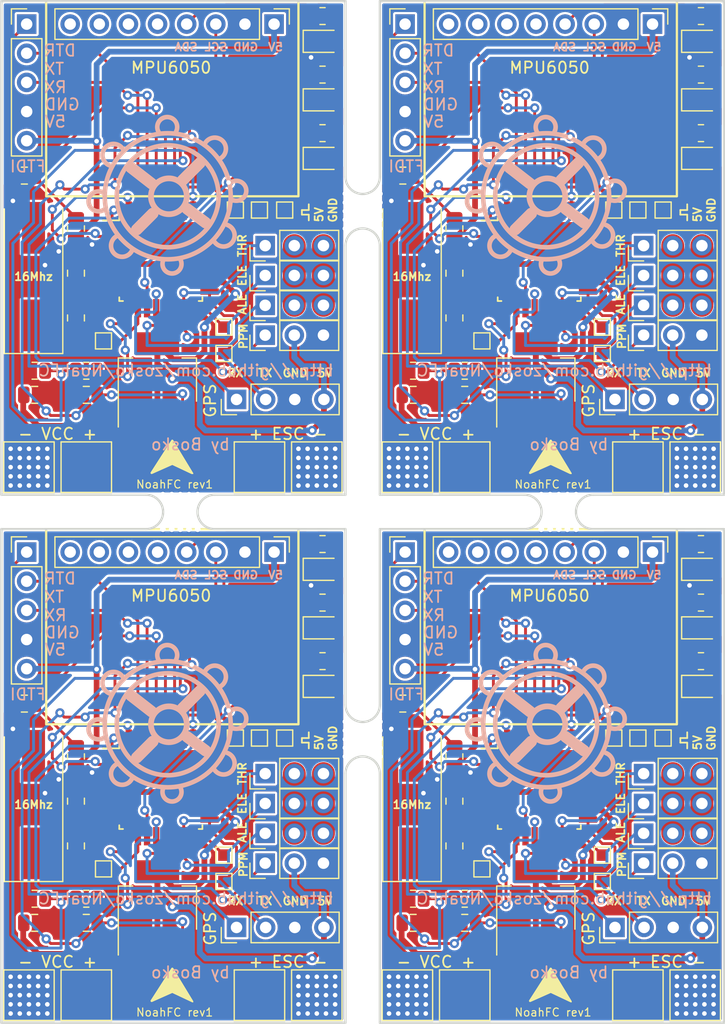
<source format=kicad_pcb>
(kicad_pcb (version 20211014) (generator pcbnew)
  (layers (0 "F.Cu" signal) (31 "B.Cu" signal) (34 "B.Paste" user) (35 "F.Paste" user) (36 "B.SilkS" user "B.Silkscreen") (37 "F.SilkS" user "F.Silkscreen") (38 "B.Mask" user) (39 "F.Mask" user) (44 "Edge.Cuts" user))
  (net 0 "")
  (footprint "Resistor_SMD:R_0805_2012Metric" (layer "F.Cu") (at 163.6 113.2)
    (fp_text reference "R4" hide)
    (fp_text value "330" hide)
  )
  (footprint "TestPoint:mouse-bite-3mm-slot" (layer "F.Cu") (at 134.1 120 90)
    (fp_text reference "mouse-bite-3mm-slot4" hide)
    (fp_text value "VAL**" hide)
  )
  (footprint "TestPoint:TestPoint_Pad_4.0x4.0mm" (layer "F.Cu") (at 105 142.3)
    (fp_text reference "J10" hide)
    (fp_text value "GND" hide)
  )
  (footprint "Resistor_SMD:R_0805_2012Metric" (layer "F.Cu") (at 142.1 75.5 -90)
    (fp_text reference "R1" hide)
    (fp_text value "10K" hide)
  )
  (footprint "LED_SMD:LED_0805_2012Metric" (layer "F.Cu") (at 130.6 59.2)
    (fp_text reference "D2" hide)
    (fp_text value "MODE" hide)
  )
  (footprint "Crystal:Crystal_SMD_HC49-SD" (layer "F.Cu") (at 138.4 125.7 90)
    (fp_text reference "Y1" hide)
    (fp_text value "16Mhz")
  )
  (footprint "Resistor_SMD:R_0805_2012Metric" (layer "F.Cu") (at 163.6 57)
    (fp_text reference "R3" hide)
    (fp_text value "330" hide)
  )
  (footprint "Crystal:Crystal_SMD_HC49-SD" (layer "F.Cu") (at 105.4 125.7 90)
    (fp_text reference "Y1" hide)
    (fp_text value "16Mhz")
  )
  (footprint "Resistor_SMD:R_0805_2012Metric" (layer "F.Cu") (at 130.6 103)
    (fp_text reference "R3" hide)
    (fp_text value "330" hide)
  )
  (footprint "Connector_PinHeader_2.54mm:PinHeader_1x03_P2.54mm_Vertical" (layer "F.Cu") (at 125.6 84.8 90)
    (fp_text reference "J7" hide)
    (fp_text value "PPM")
  )
  (footprint "Resistor_SMD:R_0805_2012Metric" (layer "F.Cu") (at 105.5 87.9 180)
    (fp_text reference "R6" hide)
    (fp_text value "10K" hide)
  )
  (footprint "Connector_PinHeader_2.54mm:PinHeader_1x05_P2.54mm_Vertical" (layer "F.Cu") (at 137.8 103.7)
    (fp_text reference "J4" hide)
    (fp_text value "FTDI")
  )
  (footprint "TestPoint:TestPoint_Pad_4.0x4.0mm" (layer "F.Cu") (at 130.1 142.3)
    (fp_text reference "J14" hide)
    (fp_text value "GND" hide)
  )
  (footprint "TestPoint:TestPoint_Pad_1.0x1.0mm" (layer "F.Cu") (at 111.5 85.3)
    (fp_text reference "J17" hide)
    (fp_text value "D6" hide)
  )
  (footprint "Resistor_SMD:R_0805_2012Metric" (layer "F.Cu") (at 130.6 108.1)
    (fp_text reference "R2" hide)
    (fp_text value "330" hide)
  )
  (footprint "TestPoint:TestPoint_Pad_1.0x1.0mm" (layer "F.Cu") (at 155 130.1)
    (fp_text reference "J12" hide)
    (fp_text value "MISO" hide)
  )
  (footprint "Capacitor_SMD:C_0805_2012Metric" (layer "F.Cu") (at 105.5 136 180)
    (fp_text reference "C5" hide)
    (fp_text value "10uF" hide)
  )
  (footprint "TestPoint:TestPoint_Pad_4.0x4.0mm" (layer "F.Cu") (at 143 96.3)
    (fp_text reference "J5" hide)
    (fp_text value "VCC" hide)
  )
  (footprint "TestPoint:TestPoint_Pad_1.0x1.0mm" (layer "F.Cu") (at 160.3 73.9)
    (fp_text reference "J9" hide)
    (fp_text value "A0" hide)
  )
  (footprint "LED_SMD:LED_0805_2012Metric" (layer "F.Cu") (at 163.6 59.2)
    (fp_text reference "D2" hide)
    (fp_text value "MODE" hide)
  )
  (footprint "Capacitor_SMD:C_0805_2012Metric" (layer "F.Cu") (at 110 136)
    (fp_text reference "C4" hide)
    (fp_text value "1uF" hide)
  )
  (footprint "TestPoint:TestPoint_Pad_1.0x1.0mm" (layer "F.Cu") (at 125.1 73.9)
    (fp_text reference "J15" hide)
    (fp_text value "A1" hide)
  )
  (footprint "Capacitor_SMD:C_0805_2012Metric" (layer "F.Cu") (at 142.1 129.3 90)
    (fp_text reference "C2" hide)
    (fp_text value "22pF" hide)
  )
  (footprint "Resistor_SMD:R_0805_2012Metric" (layer "F.Cu") (at 163.6 108.1)
    (fp_text reference "R2" hide)
    (fp_text value "330" hide)
  )
  (footprint "TestPoint:TestPoint_Pad_4.0x4.0mm" (layer "F.Cu") (at 163.1 142.3)
    (fp_text reference "J14" hide)
    (fp_text value "GND" hide)
  )
  (footprint "Resistor_SMD:R_0805_2012Metric" (layer "F.Cu") (at 143 133.9 180)
    (fp_text reference "R5" hide)
    (fp_text value "100K" hide)
  )
  (footprint "Resistor_SMD:R_0805_2012Metric" (layer "F.Cu") (at 130.6 67.2)
    (fp_text reference "R4" hide)
    (fp_text value "330" hide)
  )
  (footprint "TestPoint:TestPoint_Pad_1.0x1.0mm" (layer "F.Cu") (at 155 132.4)
    (fp_text reference "J11" hide)
    (fp_text value "SCK" hide)
  )
  (footprint "Resistor_SMD:R_0805_2012Metric" (layer "F.Cu") (at 163.6 67.2)
    (fp_text reference "R4" hide)
    (fp_text value "330" hide)
  )
  (footprint "Package_TO_SOT_SMD:SOT-223-3_TabPin2" (layer "F.Cu") (at 116.2 88.7 90)
    (fp_text reference "U3" hide)
    (fp_text value "AMS1117-5.0" hide)
  )
  (footprint "Resistor_SMD:R_0805_2012Metric" (layer "F.Cu") (at 130.6 62.1)
    (fp_text reference "R2" hide)
    (fp_text value "330" hide)
  )
  (footprint "TestPoint:TestPoint_Pad_4.0x4.0mm" (layer "F.Cu") (at 158.1 142.3)
    (fp_text reference "J13" hide)
    (fp_text value "VCC" hide)
  )
  (footprint "TestPoint:TestPoint_Pad_4.0x4.0mm" (layer "F.Cu") (at 110 142.3)
    (fp_text reference "J5" hide)
    (fp_text value "VCC" hide)
  )
  (footprint "Connector_PinHeader_2.54mm:PinHeader_1x03_P2.54mm_Vertical" (layer "F.Cu") (at 125.6 79.6 90)
    (fp_text reference "J2" hide)
    (fp_text value "ELE")
  )
  (footprint "LED_SMD:LED_0805_2012Metric" (layer "F.Cu") (at 130.6 110.3)
    (fp_text reference "D1" hide)
    (fp_text value "GPS" hide)
  )
  (footprint "TestPoint:TestPoint_Pad_1.0x1.0mm" (layer "F.Cu") (at 156 73.9)
    (fp_text reference "J16" hide)
    (fp_text value "A3" hide)
  )
  (footprint "Connector_PinHeader_2.54mm:PinHeader_1x03_P2.54mm_Vertical" (layer "F.Cu") (at 125.6 128.2 90)
    (fp_text reference "J1" hide)
    (fp_text value "ALE")
  )
  (footprint "Capacitor_SMD:C_0805_2012Metric" (layer "F.Cu") (at 137.6 70.9 180)
    (fp_text reference "C3" hide)
    (fp_text value "1nF" hide)
  )
  (footprint "TestPoint:TestPoint_Pad_4.0x4.0mm" (layer "F.Cu") (at 158.1 96.3)
    (fp_text reference "J13" hide)
    (fp_text value "VCC" hide)
  )
  (footprint "Connector_PinHeader_2.54mm:PinHeader_1x03_P2.54mm_Vertical" (layer "F.Cu") (at 158.6 128.2 90)
    (fp_text reference "J1" hide)
    (fp_text value "ALE")
  )
  (footprint "Connector_PinHeader_2.54mm:PinHeader_1x03_P2.54mm_Vertical" (layer "F.Cu") (at 158.6 79.6 90)
    (fp_text reference "J2" hide)
    (fp_text value "ELE")
  )
  (footprint "TestPoint:TestPoint_Pad_4.0x4.0mm" (layer "F.Cu") (at 138 142.3)
    (fp_text reference "J10" hide)
    (fp_text value "GND" hide)
  )
  (footprint "Package_QFP:TQFP-32_7x7mm_P0.8mm" (layer "F.Cu") (at 116.5 124.2)
    (fp_text reference "U1" hide)
    (fp_text value "ATmega328" hide)
  )
  (footprint "TestPoint:TestPoint_Pad_1.0x1.0mm" (layer "F.Cu") (at 158.1 119.9)
    (fp_text reference "J15" hide)
    (fp_text value "A1" hide)
  )
  (footprint "LED_SMD:LED_0805_2012Metric" (layer "F.Cu") (at 163.6 69.4)
    (fp_text reference "D3" hide)
    (fp_text value "PWR" hide)
  )
  (footprint "Resistor_SMD:R_0805_2012Metric" (layer "F.Cu") (at 138.5 87.9 180)
    (fp_text reference "R6" hide)
    (fp_text value "10K" hide)
  )
  (footprint "TestPoint:TestPoint_Pad_1.0x1.0mm" (layer "F.Cu") (at 123 119.9)
    (fp_text reference "J16" hide)
    (fp_text value "A3" hide)
  )
  (footprint "Capacitor_SMD:C_0805_2012Metric" (layer "F.Cu") (at 110 90)
    (fp_text reference "C4" hide)
    (fp_text value "1uF" hide)
  )
  (footprint "Connector_PinHeader_2.54mm:PinHeader_1x04_P2.54mm_Vertical" (layer "F.Cu") (at 156.1 136.4 90)
    (fp_text reference "J8" hide)
    (fp_text value "GPS")
  )
  (footprint "Package_QFP:TQFP-32_7x7mm_P0.8mm" (layer "F.Cu") (at 149.5 78.2)
    (fp_text reference "U1" hide)
    (fp_text value "ATmega328" hide)
  )
  (footprint "Resistor_SMD:R_0805_2012Metric" (layer "F.Cu") (at 109.1 75.5 -90)
    (fp_text reference "R1" hide)
    (fp_text value "10K" hide)
  )
  (footprint "Package_TO_SOT_SMD:SOT-223-3_TabPin2" (layer "F.Cu") (at 149.2 88.7 90)
    (fp_text reference "U3" hide)
    (fp_text value "AMS1117-5.0" hide)
  )
  (footprint "TestPoint:TestPoint_Pad_4.0x4.0mm" (layer "F.Cu") (at 143 142.3)
    (fp_text reference "J5" hide)
    (fp_text value "VCC" hide)
  )
  (footprint "TestPoint:TestPoint_Pad_1.0x1.0mm" (layer "F.Cu") (at 144.5 131.3)
    (fp_text reference "J17" hide)
    (fp_text value "D6" hide)
  )
  (footprint "LED_SMD:LED_0805_2012Metric" (layer "F.Cu") (at 163.6 105.2)
    (fp_text reference "D2" hide)
    (fp_text value "MODE" hide)
  )
  (footprint "Resistor_SMD:R_0805_2012Metric" (layer "F.Cu") (at 105.5 133.9 180)
    (fp_text reference "R6" hide)
    (fp_text value "10K" hide)
  )
  (footprint "Resistor_SMD:R_0805_2012Metric" (layer "F.Cu") (at 109.1 121.5 -90)
    (fp_text reference "R1" hide)
    (fp_text value "10K" hide)
  )
  (footprint "TestPoint:TestPoint_Pad_4.0x4.0mm" (layer "F.Cu") (at 125.1 142.3)
    (fp_text reference "J13" hide)
    (fp_text value "VCC" hide)
  )
  (footprint "Capacitor_SMD:C_0805_2012Metric" (layer "F.Cu") (at 142.1 125.4 90)
    (fp_text reference "C1" hide)
    (fp_text value "22pF" hide)
  )
  (footprint "Crystal:Crystal_SMD_HC49-SD" (layer "F.Cu") (at 138.4 79.7 90)
    (fp_text reference "Y1" hide)
    (fp_text value "16Mhz")
  )
  (footprint "LED_SMD:LED_0805_2012Metric" (layer "F.Cu") (at 163.6 110.3)
    (fp_text reference "D1" hide)
    (fp_text value "GPS" hide)
  )
  (footprint "Capacitor_SMD:C_0805_2012Metric" (layer "F.Cu") (at 104.6 70.9 180)
    (fp_text reference "C3" hide)
    (fp_text value "1nF" hide)
  )
  (footprint "TestPoint:TestPoint_Pad_1.0x1.0mm" (layer "F.Cu") (at 127.3 119.9)
    (fp_text reference "J9" hide)
    (fp_text value "A0" hide)
  )
  (footprint "TestPoint:TestPoint_Pad_4.0x4.0mm" (layer "F.Cu") (at 130.1 96.3)
    (fp_text reference "J14" hide)
    (fp_text value "GND" hide)
  )
  (footprint "TestPoint:TestPoint_Pad_1.0x1.0mm" (layer "F.Cu") (at 125.1 119.9)
    (fp_text reference "J15" hide)
    (fp_text value "A1" hide)
  )
  (footprint "TestPoint:TestPoint_Pad_1.0x1.0mm" (layer "F.Cu") (at 144.5 85.3)
    (fp_text reference "J17" hide)
    (fp_text value "D6" hide)
  )
  (footprint "Capacitor_SMD:C_0805_2012Metric" (layer "F.Cu") (at 105.5 90 180)
    (fp_text reference "C5" hide)
    (fp_text value "10uF" hide)
  )
  (footprint "Connector_PinHeader_2.54mm:PinHeader_1x03_P2.54mm_Vertical" (layer "F.Cu") (at 158.6 125.6 90)
    (fp_text reference "J2" hide)
    (fp_text value "ELE")
  )
  (footprint "Connector_PinHeader_2.54mm:PinHeader_1x03_P2.54mm_Vertical" (layer "F.Cu") (at 158.6 82.2 90)
    (fp_text reference "J1" hide)
    (fp_text value "ALE")
  )
  (footprint "TestPoint:TestPoint_Pad_1.0x1.0mm" (layer "F.Cu") (at 155 84.1)
    (fp_text reference "J12" hide)
    (fp_text value "MISO" hide)
  )
  (footprint "Capacitor_SMD:C_0805_2012Metric" (layer "F.Cu") (at 104.6 116.9 180)
    (fp_text reference "C3" hide)
    (fp_text value "1nF" hide)
  )
  (footprint "Connector_PinHeader_2.54mm:PinHeader_1x04_P2.54mm_Vertical" (layer "F.Cu") (at 123.1 136.4 90)
    (fp_text reference "J8" hide)
    (fp_text value "GPS")
  )
  (footprint "Capacitor_SMD:C_0805_2012Metric" (layer "F.Cu") (at 142.1 83.3 90)
    (fp_text reference "C2" hide)
    (fp_text value "22pF" hide)
  )
  (footprint "LED_SMD:LED_0805_2012Metric" (layer "F.Cu") (at 163.6 115.4)
    (fp_text reference "D3" hide)
    (fp_text value "PWR" hide)
  )
  (footprint "TestPoint:TestPoint_Pad_4.0x4.0mm" (layer "F.Cu") (at 138 96.3)
    (fp_text reference "J10" hide)
    (fp_text value "GND" hide)
  )
  (footprint "TestPoint:mouse-bite-3mm-slot" (layer "F.Cu") (at 134.1 74 90)
    (fp_text reference "mouse-bite-3mm-slot" hide)
    (fp_text value "VAL**" hide)
  )
  (footprint "Connector_PinHeader_2.54mm:PinHeader_1x08_P2.54mm_Vertical" (layer "F.Cu") (at 126.375 103.7 -90)
    (fp_text reference "J3" hide)
    (fp_text value "MPU6050")
  )
  (footprint "Resistor_SMD:R_0805_2012Metric" (layer "F.Cu") (at 110 87.9 180)
    (fp_text reference "R5" hide)
    (fp_text value "100K" hide)
  )
  (footprint "TestPoint:mouse-bite-3mm-slot" (layer "F.Cu") (at 151.2 100.2 180)
    (fp_text reference "mouse-bite-3mm-slot1" hide)
    (fp_text value "VAL**" hide)
  )
  (footprint "Package_TO_SOT_SMD:SOT-223-3_TabPin2" (layer "F.Cu") (at 149.2 134.7 90)
    (fp_text reference "U3" hide)
    (fp_text value "AMS1117-5.0" hide)
  )
  (footprint "Connector_PinHeader_2.54mm:PinHeader_1x04_P2.54mm_Vertical" (layer "F.Cu") (at 123.1 90.4 90)
    (fp_text reference "J8" hide)
    (fp_text value "GPS")
  )
  (footprint "Capacitor_SMD:C_0805_2012Metric" (layer "F.Cu") (at 137.6 116.9 180)
    (fp_text reference "C3" hide)
    (fp_text value "1nF" hide)
  )
  (footprint "TestPoint:TestPoint_Pad_1.0x1.0mm" (layer "F.Cu") (at 127.3 73.9)
    (fp_text reference "J9" hide)
    (fp_text value "A0" hide)
  )
  (footprint "Connector_PinHeader_2.54mm:PinHeader_1x05_P2.54mm_Vertical" (layer "F.Cu") (at 104.8 57.7)
    (fp_text reference "J4" hide)
    (fp_text value "FTDI")
  )
  (footprint "Package_QFP:TQFP-32_7x7mm_P0.8mm" (layer "F.Cu") (at 116.5 78.2)
    (fp_text reference "U1" hide)
    (fp_text value "ATmega328" hide)
  )
  (footprint "Resistor_SMD:R_0805_2012Metric" (layer "F.Cu") (at 130.6 113.2)
    (fp_text reference "R4" hide)
    (fp_text value "330" hide)
  )
  (footprint "TestPoint:TestPoint_Pad_1.0x1.0mm" (layer "F.Cu") (at 122 130.1)
    (fp_text reference "J12" hide)
    (fp_text value "MISO" hide)
  )
  (footprint "Connector_PinHeader_2.54mm:PinHeader_1x03_P2.54mm_Vertical" (layer "F.Cu") (at 125.6 77 90)
    (fp_text reference "J6" hide)
    (fp_text value "THR")
  )
  (footprint "Capacitor_SMD:C_0805_2012Metric" (layer "F.Cu") (at 109.1 83.3 90)
    (fp_text reference "C2" hide)
    (fp_text value "22pF" hide)
  )
  (footprint "Connector_PinHeader_2.54mm:PinHeader_1x08_P2.54mm_Vertical" (layer "F.Cu") (at 126.375 57.7 -90)
    (fp_text reference "J3" hide)
    (fp_text value "MPU6050")
  )
  (footprint "TestPoint:mouse-bite-3mm-slot" (layer "F.Cu") (at 118.2 100.2 180)
    (fp_text reference "mouse-bite-3mm-slot" hide)
    (fp_text value "VAL**" hide)
  )
  (footprint "Resistor_SMD:R_0805_2012Metric" (layer "F.Cu") (at 142.1 121.5 -90)
    (fp_text reference "R1" hide)
    (fp_text value "10K" hide)
  )
  (footprint "TestPoint:TestPoint_Pad_4.0x4.0mm" (layer "F.Cu") (at 163.1 96.3)
    (fp_text reference "J14" hide)
    (fp_text value "GND" hide)
  )
  (footprint "Capacitor_SMD:C_0805_2012Metric" (layer "F.Cu") (at 138.5 90 180)
    (fp_text reference "C5" hide)
    (fp_text value "10uF" hide)
  )
  (footprint "TestPoint:TestPoint_Pad_1.0x1.0mm" (layer "F.Cu") (at 155 86.4)
    (fp_text reference "J11" hide)
    (fp_text value "SCK" hide)
  )
  (footprint "Capacitor_SMD:C_0805_2012Metric" (layer "F.Cu") (at 143 90)
    (fp_text reference "C4" hide)
    (fp_text value "1uF" hide)
  )
  (footprint "Connector_PinHeader_2.54mm:PinHeader_1x04_P2.54mm_Vertical" (layer "F.Cu") (at 156.1 90.4 90)
    (fp_text reference "J8" hide)
    (fp_text value "GPS")
  )
  (footprint "Package_TO_SOT_SMD:SOT-223-3_TabPin2" (layer "F.Cu") (at 116.2 134.7 90)
    (fp_text reference "U3" hide)
    (fp_text value "AMS1117-5.0" hide)
  )
  (footprint "TestPoint:TestPoint_Pad_1.0x1.0mm" (layer "F.Cu") (at 158.1 73.9)
    (fp_text reference "J15" hide)
    (fp_text value "A1" hide)
  )
  (footprint "Connector_PinHeader_2.54mm:PinHeader_1x03_P2.54mm_Vertical" (layer "F.Cu") (at 158.6 77 90)
    (fp_text reference "J6" hide)
    (fp_text value "THR")
  )
  (footprint "Connector_PinHeader_2.54mm:PinHeader_1x03_P2.54mm_Vertical" (layer "F.Cu") (at 125.6 123 90)
    (fp_text reference "J6" hide)
    (fp_text value "THR")
  )
  (footprint "Package_QFP:TQFP-32_7x7mm_P0.8mm" (layer "F.Cu") (at 149.5 124.2)
    (fp_text reference "U1" hide)
    (fp_text value "ATmega328" hide)
  )
  (footprint "Resistor_SMD:R_0805_2012Metric" (layer "F.Cu") (at 110 133.9 180)
    (fp_text reference "R5" hide)
    (fp_text value "100K" hide)
  )
  (footprint "Capacitor_SMD:C_0805_2012Metric" (layer "F.Cu") (at 143 136)
    (fp_text reference "C4" hide)
    (fp_text value "1uF" hide)
  )
  (footprint "Resistor_SMD:R_0805_2012Metric" (layer "F.Cu") (at 143 87.9 180)
    (fp_text reference "R5" hide)
    (fp_text value "100K" hide)
  )
  (footprint "Connector_PinHeader_2.54mm:PinHeader_1x03_P2.54mm_Vertical" (layer "F.Cu") (at 158.6 130.8 90)
    (fp_text reference "J7" hide)
    (fp_text value "PPM")
  )
  (footprint "Connector_PinHeader_2.54mm:PinHeader_1x03_P2.54mm_Vertical" (layer "F.Cu") (at 125.6 82.2 90)
    (fp_text reference "J1" hide)
    (fp_text value "ALE")
  )
  (footprint "Capacitor_SMD:C_0805_2012Metric" (layer "F.Cu") (at 138.5 136 180)
    (fp_text reference "C5" hide)
    (fp_text value "10uF" hide)
  )
  (footprint "Connector_PinHeader_2.54mm:PinHeader_1x03_P2.54mm_Vertical" (layer "F.Cu") (at 125.6 125.6 90)
    (fp_text reference "J2" hide)
    (fp_text value "ELE")
  )
  (footprint "TestPoint:TestPoint_Pad_1.0x1.0mm" (layer "F.Cu") (at 122 132.4)
    (fp_text reference "J11" hide)
    (fp_text value "SCK" hide)
  )
  (footprint "LED_SMD:LED_0805_2012Metric" (layer "F.Cu") (at 130.6 105.2)
    (fp_text reference "D2" hide)
    (fp_text value "MODE" hide)
  )
  (footprint "TestPoint:TestPoint_Pad_4.0x4.0mm" (layer "F.Cu") (at 110 96.3)
    (fp_text reference "J5" hide)
    (fp_text value "VCC" hide)
  )
  (footprint "LED_SMD:LED_0805_2012Metric" (layer "F.Cu") (at 130.6 115.4)
    (fp_text reference "D3" hide)
    (fp_text value "PWR" hide)
  )
  (footprint "Connector_PinHeader_2.54mm:PinHeader_1x08_P2.54mm_Vertical" (layer "F.Cu") (at 159.375 57.7 -90)
    (fp_text reference "J3" hide)
    (fp_text value "MPU6050")
  )
  (footprint "Resistor_SMD:R_0805_2012Metric" (layer "F.Cu") (at 138.5 133.9 180)
    (fp_text reference "R6" hide)
    (fp_text value "10K" hide)
  )
  (footprint "LED_SMD:LED_0805_2012Metric" (layer "F.Cu") (at 130.6 69.4)
    (fp_text reference "D3" hide)
    (fp_text value "PWR" hide)
  )
  (footprint "TestPoint:TestPoint_Pad_1.0x1.0mm" (layer "F.Cu") (at 156 119.9)
    (fp_text reference "J16" hide)
    (fp_text value "A3" hide)
  )
  (footprint "LED_SMD:LED_0805_2012Metric" (layer "F.Cu") (at 130.6 64.3)
    (fp_text reference "D1" hide)
    (fp_text value "GPS" hide)
  )
  (footprint "Connector_PinHeader_2.54mm:PinHeader_1x03_P2.54mm_Vertical" (layer "F.Cu") (at 158.6 123 90)
    (fp_text reference "J6" hide)
    (fp_text value "THR")
  )
  (footprint "Resistor_SMD:R_0805_2012Metric" (layer "F.Cu") (at 130.6 57)
    (fp_text reference "R3" hide)
    (fp_text value "330" hide)
  )
  (footprint "Crystal:Crystal_SMD_HC49-SD" (layer "F.Cu") (at 105.4 79.7 90)
    (fp_text reference "Y1" hide)
    (fp_text value "16Mhz")
  )
  (footprint "TestPoint:TestPoint_Pad_1.0x1.0mm" (layer "F.Cu") (at 122 84.1)
    (fp_text reference "J12" hide)
    (fp_text value "MISO" hide)
  )
  (footprint "Resistor_SMD:R_0805_2012Metric" (layer "F.Cu") (at 163.6 103)
    (fp_text reference "R3" hide)
    (fp_text value "330" hide)
  )
  (footprint "Capacitor_SMD:C_0805_2012Metric" (layer "F.Cu") (at 142.1 79.4 90)
    (fp_text reference "C1" hide)
    (fp_text value "22pF" hide)
  )
  (footprint "Connector_PinHeader_2.54mm:PinHeader_1x08_P2.54mm_Vertical" (layer "F.Cu") (at 159.375 103.7 -90)
    (fp_text reference "J3" hide)
    (fp_text value "MPU6050")
  )
  (footprint "Capacitor_SMD:C_0805_2012Metric" (layer "F.Cu") (at 109.1 129.3 90)
    (fp_text reference "C2" hide)
    (fp_text value "22pF" hide)
  )
  (footprint "TestPoint:TestPoint_Pad_4.0x4.0mm" (layer "F.Cu") (at 105 96.3)
    (fp_text reference "J10" hide)
    (fp_text value "GND" hide)
  )
  (footprint "Capacitor_SMD:C_0805_2012Metric" (layer "F.Cu") (at 109.1 125.4 90)
    (fp_text reference "C1" hide)
    (fp_text value "22pF" hide)
  )
  (footprint "TestPoint:TestPoint_Pad_1.0x1.0mm" (layer "F.Cu") (at 111.5 131.3)
    (fp_text reference "J17" hide)
    (fp_text value "D6" hide)
  )
  (footprint "Connector_PinHeader_2.54mm:PinHeader_1x05_P2.54mm_Vertical" (layer "F.Cu") (at 104.8 103.7)
    (fp_text reference "J4" hide)
    (fp_text value "FTDI")
  )
  (footprint "Connector_PinHeader_2.54mm:PinHeader_1x03_P2.54mm_Vertical" (layer "F.Cu") (at 125.6 130.8 90)
    (fp_text reference "J7" hide)
    (fp_text value "PPM")
  )
  (footprint "LED_SMD:LED_0805_2012Metric" (layer "F.Cu") (at 163.6 64.3)
    (fp_text reference "D1" hide)
    (fp_text value "GPS" hide)
  )
  (footprint "TestPoint:TestPoint_Pad_1.0x1.0mm" (layer "F.Cu") (at 123 73.9)
    (fp_text reference "J16" hide)
    (fp_text value "A3" hide)
  )
  (footprint "TestPoint:TestPoint_Pad_1.0x1.0mm" (layer "F.Cu") (at 122 86.4)
    (fp_text reference "J11" hide)
    (fp_text value "SCK" hide)
  )
  (footprint "Capacitor_SMD:C_0805_2012Metric" (layer "F.Cu") (at 109.1 79.4 90)
    (fp_text reference "C1" hide)
    (fp_text value "22pF" hide)
  )
  (footprint "Connector_PinHeader_2.54mm:PinHeader_1x03_P2.54mm_Vertical" (layer "F.Cu") (at 158.6 84.8 90)
    (fp_text reference "J7" hide)
    (fp_text value "PPM")
  )
  (footprint "Connector_PinHeader_2.54mm:PinHeader_1x05_P2.54mm_Vertical" (layer "F.Cu") (at 137.8 57.7)
    (fp_text reference "J4" hide)
    (fp_text value "FTDI")
  )
  (footprint "TestPoint:TestPoint_Pad_1.0x1.0mm" (layer "F.Cu") (at 160.3 119.9)
    (fp_text reference "J9" hide)
    (fp_text value "A0" hide)
  )
  (footprint "Resistor_SMD:R_0805_2012Metric" (layer "F.Cu") (at 163.6 62.1)
    (fp_text reference "R2" hide)
    (fp_text value "330" hide)
  )
  (footprint "TestPoint:TestPoint_Pad_4.0x4.0mm" (layer "F.Cu") (at 125.1 96.3)
    (fp_text reference "J13" hide)
    (fp_text value "VCC" hide)
  )
  (gr_circle (center 117.2 118.7) (end 118.76205 118.7) (layer "B.SilkS") (width 0.5) (fill none))
  (gr_circle (center 117.1 118.7) (end 122.591812 118.7) (layer "B.SilkS") (width 0.4) (fill none))
  (gr_arc (start 155.3 121.2) (mid 155.747252 122.681319) (end 154.199999 122.7) (layer "B.SilkS") (width 0.4))
  (gr_circle (center 150.1 72.7) (end 154.541846 72.7) (layer "B.SilkS") (width 0.4) (fill none))
  (gr_arc (start 155.6 71.5) (mid 156.950645 72.16329) (end 155.7 73) (layer "B.SilkS") (width 0.4))
  (gr_arc (start 145.000001 70) (mid 144.638719 68.476044) (end 146.200001 68.6) (layer "B.SilkS") (width 0.4))
  (gr_line (start 115.8 74.2) (end 114.4 75.6) (layer "B.SilkS") (width 1))
  (gr_arc (start 155.6 117.5) (mid 156.950645 118.16329) (end 155.7 119) (layer "B.SilkS") (width 0.4))
  (gr_arc (start 111.550645 119.86329) (mid 110.2 119.2) (end 111.450645 118.36329) (layer "B.SilkS") (width 0.4))
  (gr_arc (start 147 77.399999) (mid 145.493396 77.741037) (end 145.6 76.199999) (layer "B.SilkS") (width 0.4))
  (gr_line (start 118.8 73.8) (end 120.4 75) (layer "B.SilkS") (width 1))
  (gr_arc (start 144.550645 73.86329) (mid 143.2 73.2) (end 144.450645 72.36329) (layer "B.SilkS") (width 0.4))
  (gr_circle (center 117.2 72.7) (end 118.76205 72.7) (layer "B.SilkS") (width 0.5) (fill none))
  (gr_arc (start 145.000001 116) (mid 144.638719 114.476044) (end 146.200001 114.6) (layer "B.SilkS") (width 0.4))
  (gr_arc (start 155.3 75.2) (mid 155.747252 76.681319) (end 154.199999 76.7) (layer "B.SilkS") (width 0.4))
  (gr_arc (start 151.2 78.2) (mid 150.528343 79.425153) (end 149.7 78.3) (layer "B.SilkS") (width 0.4))
  (gr_arc (start 153.3 114.2) (mid 154.834725 113.826153) (end 154.7 115.4) (layer "B.SilkS") (width 0.4))
  (gr_circle (center 117.1 72.7) (end 122.591812 72.7) (layer "B.SilkS") (width 0.4) (fill none))
  (gr_line (start 151.8 119.8) (end 153.4 121) (layer "B.SilkS") (width 1))
  (gr_line (start 118.4 71.3) (end 119.9 69.8) (layer "B.SilkS") (width 1))
  (gr_line (start 148.8 120.2) (end 147.4 121.6) (layer "B.SilkS") (width 1))
  (gr_arc (start 112.000001 116) (mid 111.638719 114.476044) (end 113.200001 114.6) (layer "B.SilkS") (width 0.4))
  (gr_arc (start 122.3 121.2) (mid 122.747252 122.681319) (end 121.199999 122.7) (layer "B.SilkS") (width 0.4))
  (gr_arc (start 116.33671 67.150645) (mid 117 65.8) (end 117.83671 67.050645) (layer "B.SilkS") (width 0.4))
  (gr_line (start 115.8 120.2) (end 114.4 121.6) (layer "B.SilkS") (width 1))
  (gr_arc (start 118.2 78.2) (mid 117.528343 79.425153) (end 116.7 78.3) (layer "B.SilkS") (width 0.4))
  (gr_arc (start 114 77.399999) (mid 112.493396 77.741037) (end 112.6 76.199999) (layer "B.SilkS") (width 0.4))
  (gr_arc (start 149.33671 67.150645) (mid 150 65.8) (end 150.83671 67.050645) (layer "B.SilkS") (width 0.4))
  (gr_arc (start 114 123.399999) (mid 112.493396 123.741037) (end 112.6 122.199999) (layer "B.SilkS") (width 0.4))
  (gr_arc (start 147 123.399999) (mid 145.493396 123.741037) (end 145.6 122.199999) (layer "B.SilkS") (width 0.4))
  (gr_arc (start 151.2 124.2) (mid 150.528343 125.425153) (end 149.7 124.3) (layer "B.SilkS") (width 0.4))
  (gr_circle (center 117.1 72.7) (end 121.541846 72.7) (layer "B.SilkS") (width 0.4) (fill none))
  (gr_arc (start 153.3 68.2) (mid 154.834725 67.826153) (end 154.7 69.4) (layer "B.SilkS") (width 0.4))
  (gr_line (start 151.8 73.8) (end 153.4 75) (layer "B.SilkS") (width 1))
  (gr_line (start 148.7 117.6) (end 146.9 116.2) (layer "B.SilkS") (width 1))
  (gr_arc (start 120.3 114.2) (mid 121.834725 113.826153) (end 121.7 115.4) (layer "B.SilkS") (width 0.4))
  (gr_circle (center 150.1 118.7) (end 154.541846 118.7) (layer "B.SilkS") (width 0.4) (fill none))
  (gr_arc (start 122.6 71.5) (mid 123.950645 72.16329) (end 122.7 73) (layer "B.SilkS") (width 0.4))
  (gr_arc (start 118.2 124.2) (mid 117.528343 125.425153) (end 116.7 124.3) (layer "B.SilkS") (width 0.4))
  (gr_arc (start 122.6 117.5) (mid 123.950645 118.16329) (end 122.7 119) (layer "B.SilkS") (width 0.4))
  (gr_circle (center 150.1 72.7) (end 155.591812 72.7) (layer "B.SilkS") (width 0.4) (fill none))
  (gr_arc (start 120.3 68.2) (mid 121.834725 67.826153) (end 121.7 69.4) (layer "B.SilkS") (width 0.4))
  (gr_circle (center 150.2 118.7) (end 151.76205 118.7) (layer "B.SilkS") (width 0.5) (fill none))
  (gr_line (start 115.7 71.6) (end 113.9 70.2) (layer "B.SilkS") (width 1))
  (gr_circle (center 150.2 72.7) (end 151.76205 72.7) (layer "B.SilkS") (width 0.5) (fill none))
  (gr_arc (start 144.550645 119.86329) (mid 143.2 119.2) (end 144.450645 118.36329) (layer "B.SilkS") (width 0.4))
  (gr_line (start 148.8 74.2) (end 147.4 75.6) (layer "B.SilkS") (width 1))
  (gr_arc (start 111.550645 73.86329) (mid 110.2 73.2) (end 111.450645 72.36329) (layer "B.SilkS") (width 0.4))
  (gr_circle (center 150.1 118.7) (end 155.591812 118.7) (layer "B.SilkS") (width 0.4) (fill none))
  (gr_arc (start 149.33671 113.150645) (mid 150 111.8) (end 150.83671 113.050645) (layer "B.SilkS") (width 0.4))
  (gr_line (start 151.4 117.3) (end 152.9 115.8) (layer "B.SilkS") (width 1))
  (gr_arc (start 122.3 75.2) (mid 122.747252 76.681319) (end 121.199999 76.7) (layer "B.SilkS") (width 0.4))
  (gr_arc (start 116.33671 113.150645) (mid 117 111.8) (end 117.83671 113.050645) (layer "B.SilkS") (width 0.4))
  (gr_line (start 118.8 119.8) (end 120.4 121) (layer "B.SilkS") (width 1))
  (gr_line (start 115.7 117.6) (end 113.9 116.2) (layer "B.SilkS") (width 1))
  (gr_line (start 148.7 71.6) (end 146.9 70.2) (layer "B.SilkS") (width 1))
  (gr_arc (start 112.000001 70) (mid 111.638719 68.476044) (end 113.200001 68.6) (layer "B.SilkS") (width 0.4))
  (gr_line (start 118.4 117.3) (end 119.9 115.8) (layer "B.SilkS") (width 1))
  (gr_line (start 151.4 71.3) (end 152.9 69.8) (layer "B.SilkS") (width 1))
  (gr_circle (center 117.1 118.7) (end 121.541846 118.7) (layer "B.SilkS") (width 0.4) (fill none))
  (gr_poly (pts (xy 152.2 142.8) (xy 150.5 142) (xy 148.7 142.8) (xy 150.5 140)) (layer "F.SilkS") (width 0.2) (fill solid))
  (gr_line (start 161.8 119.9) (end 162.4 119.9) (layer "F.SilkS") (width 0.15))
  (gr_poly (pts (xy 119.2 96.8) (xy 117.5 96) (xy 115.7 96.8) (xy 117.5 94)) (layer "F.SilkS") (width 0.2) (fill solid))
  (gr_line (start 129.4 74.8) (end 129.4 74.3) (layer "F.SilkS") (width 0.15))
  (gr_line (start 129.4 119.9) (end 129.4 119.4) (layer "F.SilkS") (width 0.15))
  (gr_line (start 162.4 74.8) (end 162.4 74.3) (layer "F.SilkS") (width 0.15))
  (gr_line (start 128.8 74.3) (end 128.8 73.9) (layer "F.SilkS") (width 0.15))
  (gr_line (start 162.4 119.9) (end 162.4 119.4) (layer "F.SilkS") (width 0.15))
  (gr_line (start 162.4 73.9) (end 162.4 73.4) (layer "F.SilkS") (width 0.15))
  (gr_line (start 161.8 73.9) (end 162.4 73.9) (layer "F.SilkS") (width 0.15))
  (gr_rect (start 139.5 101.7) (end 161.5 118.7) (layer "F.SilkS") (width 0.2) (fill none))
  (gr_line (start 129.4 120.8) (end 129.4 120.3) (layer "F.SilkS") (width 0.15))
  (gr_line (start 162.4 120.3) (end 161.8 120.3) (layer "F.SilkS") (width 0.15))
  (gr_poly (pts (xy 119.2 142.8) (xy 117.5 142) (xy 115.7 142.8) (xy 117.5 140)) (layer "F.SilkS") (width 0.2) (fill solid))
  (gr_line (start 162.4 120.8) (end 162.4 120.3) (layer "F.SilkS") (width 0.15))
  (gr_line (start 129.4 120.3) (end 128.8 120.3) (layer "F.SilkS") (width 0.15))
  (gr_line (start 162.4 74.3) (end 161.8 74.3) (layer "F.SilkS") (width 0.15))
  (gr_line (start 161.8 120.3) (end 161.8 119.9) (layer "F.SilkS") (width 0.15))
  (gr_line (start 128.8 73.9) (end 129.4 73.9) (layer "F.SilkS") (width 0.15))
  (gr_rect (start 106.5 101.7) (end 128.5 118.7) (layer "F.SilkS") (width 0.2) (fill none))
  (gr_line (start 161.8 74.3) (end 161.8 73.9) (layer "F.SilkS") (width 0.15))
  (gr_line (start 129.4 73.9) (end 129.4 73.4) (layer "F.SilkS") (width 0.15))
  (gr_line (start 128.8 120.3) (end 128.8 119.9) (layer "F.SilkS") (width 0.15))
  (gr_rect (start 139.5 55.7) (end 161.5 72.7) (layer "F.SilkS") (width 0.2) (fill none))
  (gr_poly (pts (xy 152.2 96.8) (xy 150.5 96) (xy 148.7 96.8) (xy 150.5 94)) (layer "F.SilkS") (width 0.2) (fill solid))
  (gr_rect (start 106.5 55.7) (end 128.5 72.7) (layer "F.SilkS") (width 0.2) (fill none))
  (gr_line (start 128.8 119.9) (end 129.4 119.9) (layer "F.SilkS") (width 0.15))
  (gr_line (start 129.4 74.3) (end 128.8 74.3) (layer "F.SilkS") (width 0.15))
  (gr_line (start 154.2 101.7) (end 165.6 101.7) (layer "Edge.Cuts") (width 0.2))
  (gr_line (start 132.6 77) (end 132.6 98.7) (layer "Edge.Cuts") (width 0.2))
  (gr_line (start 165.6 55.7) (end 165.6 98.7) (layer "Edge.Cuts") (width 0.2))
  (gr_arc (start 148.2 98.7) (mid 149.7 100.2) (end 148.2 101.7) (layer "Edge.Cuts") (width 0.2))
  (gr_line (start 165.6 101.7) (end 165.6 144.7) (layer "Edge.Cuts") (width 0.2))
  (gr_line (start 135.6 117) (end 135.6 101.7) (layer "Edge.Cuts") (width 0.2))
  (gr_line (start 135.6 101.7) (end 148.2 101.7) (layer "Edge.Cuts") (width 0.2))
  (gr_line (start 132.6 98.7) (end 121.2 98.7) (layer "Edge.Cuts") (width 0.2))
  (gr_line (start 132.6 123) (end 132.6 144.7) (layer "Edge.Cuts") (width 0.2))
  (gr_line (start 132.6 55.7) (end 132.6 71) (layer "Edge.Cuts") (width 0.2))
  (gr_line (start 121.2 101.7) (end 132.6 101.7) (layer "Edge.Cuts") (width 0.2))
  (gr_line (start 115.2 98.7) (end 102.6 98.7) (layer "Edge.Cuts") (width 0.2))
  (gr_line (start 148.2 98.7) (end 135.6 98.7) (layer "Edge.Cuts") (width 0.2))
  (gr_arc (start 135.6 71) (mid 134.1 72.5) (end 132.6 71) (layer "Edge.Cuts") (width 0.2))
  (gr_arc (start 132.6 123) (mid 134.1 121.5) (end 135.6 123) (layer "Edge.Cuts") (width 0.2))
  (gr_line (start 102.6 144.7) (end 102.6 101.7) (layer "Edge.Cuts") (width 0.2))
  (gr_line (start 102.6 101.7) (end 115.2 101.7) (layer "Edge.Cuts") (width 0.2))
  (gr_line (start 135.6 98.7) (end 135.6 77) (layer "Edge.Cuts") (width 0.2))
  (gr_arc (start 135.6 117) (mid 134.1 118.5) (end 132.6 117) (layer "Edge.Cuts") (width 0.2))
  (gr_arc (start 154.2 101.7) (mid 152.7 100.2) (end 154.2 98.7) (layer "Edge.Cuts") (width 0.2))
  (gr_line (start 135.6 144.7) (end 135.6 123) (layer "Edge.Cuts") (width 0.2))
  (gr_line (start 132.6 101.7) (end 132.6 117) (layer "Edge.Cuts") (width 0.2))
  (gr_line (start 165.6 144.7) (end 135.6 144.7) (layer "Edge.Cuts") (width 0.2))
  (gr_line (start 135.6 71) (end 135.6 55.7) (layer "Edge.Cuts") (width 0.2))
  (gr_line (start 132.6 144.7) (end 102.6 144.7) (layer "Edge.Cuts") (width 0.2))
  (gr_line (start 102.6 55.7) (end 132.6 55.7) (layer "Edge.Cuts") (width 0.2))
  (gr_arc (start 132.6 77) (mid 134.1 75.5) (end 135.6 77) (layer "Edge.Cuts") (width 0.2))
  (gr_arc (start 121.2 101.7) (mid 119.7 100.2) (end 121.2 98.7) (layer "Edge.Cuts") (width 0.2))
  (gr_line (start 165.6 98.7) (end 154.2 98.7) (layer "Edge.Cuts") (width 0.2))
  (gr_arc (start 115.2 98.7) (mid 116.7 100.2) (end 115.2 101.7) (layer "Edge.Cuts") (width 0.2))
  (gr_line (start 135.6 55.7) (end 165.6 55.7) (layer "Edge.Cuts") (width 0.2))
  (gr_line (start 102.6 98.7) (end 102.6 55.7) (layer "Edge.Cuts") (width 0.2))
  (gr_text "GND" (at 107.9 64.7) (layer "B.SilkS") (effects (font (size 1 1)) (justify mirror)))
  (gr_text "RX" (at 140.3 109.2) (layer "B.SilkS") (effects (font (size 1 1)) (justify mirror)))
  (gr_text "DTR" (at 107.7 60) (layer "B.SilkS") (effects (font (size 1 1)) (justify mirror)))
  (gr_text "5V" (at 159.5 105.7) (layer "B.SilkS") (effects (font (size 0.7 0.7)) (justify mirror)))
  (gr_text "SCL" (at 121.3 59.7) (layer "B.SilkS") (effects (font (size 0.7 0.7)) (justify mirror)))
  (gr_text "5V" (at 140.3 66.2) (layer "B.SilkS") (effects (font (size 1 1)) (justify mirror)))
  (gr_text "SDA" (at 118.7 105.7) (layer "B.SilkS") (effects (font (size 0.7 0.7)) (justify mirror)))
  (gr_text "SCL" (at 154.3 105.7) (layer "B.SilkS") (effects (font (size 0.7 0.7)) (justify mirror)))
  (gr_text "GND" (at 107.9 110.7) (layer "B.SilkS") (effects (font (size 1 1)) (justify mirror)))
  (gr_text "RX" (at 107.3 109.2) (layer "B.SilkS") (effects (font (size 1 1)) (justify mirror)))
  (gr_text "GND" (at 156.9 105.7) (layer "B.SilkS") (effects (font (size 0.7 0.7)) (justify mirror)))
  (gr_text "RX" (at 140.3 63.2) (layer "B.SilkS") (effects (font (size 1 1)) (justify mirror)))
  (gr_text "http://github.com/zosko/NoahFC\n\n\n\nby Bosko " (at 151.7 91.1) (layer "B.SilkS") (effects (font (size 1 1)) (justify mirror)))
  (gr_text "DTR" (at 140.7 106) (layer "B.SilkS") (effects (font (size 1 1)) (justify mirror)))
  (gr_text "SDA" (at 151.7 105.7) (layer "B.SilkS") (effects (font (size 0.7 0.7)) (justify mirror)))
  (gr_text "TX" (at 140.2 107.6) (layer "B.SilkS") (effects (font (size 1 1)) (justify mirror)))
  (gr_text "GND" (at 140.9 110.7) (layer "B.SilkS") (effects (font (size 1 1)) (justify mirror)))
  (gr_text "SDA" (at 118.7 59.7) (layer "B.SilkS") (effects (font (size 0.7 0.7)) (justify mirror)))
  (gr_text "http://github.com/zosko/NoahFC\n\n\n\nby Bosko " (at 151.7 137.1) (layer "B.SilkS") (effects (font (size 1 1)) (justify mirror)))
  (gr_text "DTR" (at 140.7 60) (layer "B.SilkS") (effects (font (size 1 1)) (justify mirror)))
  (gr_text "RX" (at 107.3 63.2) (layer "B.SilkS") (effects (font (size 1 1)) (justify mirror)))
  (gr_text "5V" (at 107.3 66.2) (layer "B.SilkS") (effects (font (size 1 1)) (justify mirror)))
  (gr_text "TX" (at 107.2 61.6) (layer "B.SilkS") (effects (font (size 1 1)) (justify mirror)))
  (gr_text "GND" (at 156.9 59.7) (layer "B.SilkS") (effects (font (size 0.7 0.7)) (justify mirror)))
  (gr_text "SDA" (at 151.7 59.7) (layer "B.SilkS") (effects (font (size 0.7 0.7)) (justify mirror)))
  (gr_text "http://github.com/zosko/NoahFC\n\n\n\nby Bosko " (at 118.7 137.1) (layer "B.SilkS") (effects (font (size 1 1)) (justify mirror)))
  (gr_text "5V" (at 126.5 59.7) (layer "B.SilkS") (effects (font (size 0.7 0.7)) (justify mirror)))
  (gr_text "5V" (at 107.3 112.2) (layer "B.SilkS") (effects (font (size 1 1)) (justify mirror)))
  (gr_text "TX" (at 107.2 107.6) (layer "B.SilkS") (effects (font (size 1 1)) (justify mirror)))
  (gr_text "SCL" (at 154.3 59.7) (layer "B.SilkS") (effects (font (size 0.7 0.7)) (justify mirror)))
  (gr_text "http://github.com/zosko/NoahFC\n\n\n\nby Bosko " (at 118.7 91.1) (layer "B.SilkS") (effects (font (size 1 1)) (justify mirror)))
  (gr_text "GND" (at 123.9 105.7) (layer "B.SilkS") (effects (font (size 0.7 0.7)) (justify mirror)))
  (gr_text "SCL" (at 121.3 105.7) (layer "B.SilkS") (effects (font (size 0.7 0.7)) (justify mirror)))
  (gr_text "GND" (at 140.9 64.7) (layer "B.SilkS") (effects (font (size 1 1)) (justify mirror)))
  (gr_text "TX" (at 140.2 61.6) (layer "B.SilkS") (effects (font (size 1 1)) (justify mirror)))
  (gr_text "5V" (at 159.5 59.7) (layer "B.SilkS") (effects (font (size 0.7 0.7)) (justify mirror)))
  (gr_text "GND" (at 123.9 59.7) (layer "B.SilkS") (effects (font (size 0.7 0.7)) (justify mirror)))
  (gr_text "DTR" (at 107.7 106) (layer "B.SilkS") (effects (font (size 1 1)) (justify mirror)))
  (gr_text "5V" (at 140.3 112.2) (layer "B.SilkS") (effects (font (size 1 1)) (justify mirror)))
  (gr_text "5V" (at 126.5 105.7) (layer "B.SilkS") (effects (font (size 0.7 0.7)) (justify mirror)))
  (gr_text "5V" (at 130.3 120.3 90) (layer "F.SilkS") (effects (font (size 0.7 0.7))))
  (gr_text "GND" (at 131.5 73.9 90) (layer "F.SilkS") (effects (font (size 0.7 0.7))))
  (gr_text "+ ESC -" (at 160.6 93.4) (layer "F.SilkS") (effects (font (size 1 1))))
  (gr_text "GND" (at 131.5 119.9 90) (layer "F.SilkS") (effects (font (size 0.7 0.7))))
  (gr_text "TX" (at 158.6 134.1) (layer "F.SilkS") (effects (font (size 0.7 0.7))))
  (gr_text "TX" (at 125.6 88.1) (layer "F.SilkS") (effects (font (size 0.7 0.7))))
  (gr_text "5V" (at 130.8 88.1) (layer "F.SilkS") (effects (font (size 0.7 0.7))))
  (gr_text "+ ESC -" (at 127.6 93.4) (layer "F.SilkS") (effects (font (size 1 1))))
  (gr_text "- VCC +" (at 140.5 139.4) (layer "F.SilkS") (effects (font (size 1 1))))
  (gr_text "- VCC +" (at 107.5 93.4) (layer "F.SilkS") (effects (font (size 1 1))))
  (gr_text "5V" (at 163.8 134.1) (layer "F.SilkS") (effects (font (size 0.7 0.7))))
  (gr_text "RX" (at 123 88.1) (layer "F.SilkS") (effects (font (size 0.7 0.7))))
  (gr_text "+ ESC -" (at 127.6 139.4) (layer "F.SilkS") (effects (font (size 1 1))))
  (gr_text "NoahFC rev1" (at 117.7 143.8) (layer "F.SilkS") (effects (font (size 0.7 0.7) (thickness 0.1))))
  (gr_text "RX" (at 156 134.1) (layer "F.SilkS") (effects (font (size 0.7 0.7))))
  (gr_text "NoahFC rev1" (at 150.7 97.8) (layer "F.SilkS") (effects (font (size 0.7 0.7) (thickness 0.1))))
  (gr_text "TX" (at 125.6 134.1) (layer "F.SilkS") (effects (font (size 0.7 0.7))))
  (gr_text "NoahFC rev1" (at 150.7 143.8) (layer "F.SilkS") (effects (font (size 0.7 0.7) (thickness 0.1))))
  (gr_text "TX" (at 158.6 88.1) (layer "F.SilkS") (effects (font (size 0.7 0.7))))
  (gr_text "5V" (at 163.8 88.1) (layer "F.SilkS") (effects (font (size 0.7 0.7))))
  (gr_text "- VCC +" (at 140.5 93.4) (layer "F.SilkS") (effects (font (size 1 1))))
  (gr_text "NoahFC rev1" (at 117.7 97.8) (layer "F.SilkS") (effects (font (size 0.7 0.7) (thickness 0.1))))
  (gr_text "GND" (at 128.2 134.1) (layer "F.SilkS") (effects (font (size 0.7 0.7))))
  (gr_text "5V" (at 130.8 134.1) (layer "F.SilkS") (effects (font (size 0.7 0.7))))
  (gr_text "GND" (at 128.2 88.1) (layer "F.SilkS") (effects (font (size 0.7 0.7))))
  (gr_text "5V" (at 163.3 74.3 90) (layer "F.SilkS") (effects (font (size 0.7 0.7))))
  (gr_text "RX" (at 156 88.1) (layer "F.SilkS") (effects (font (size 0.7 0.7))))
  (gr_text "GND" (at 164.5 119.9 90) (layer "F.SilkS") (effects (font (size 0.7 0.7))))
  (gr_text "GND" (at 161.2 88.1) (layer "F.SilkS") (effects (font (size 0.7 0.7))))
  (gr_text "RX" (at 123 134.1) (layer "F.SilkS") (effects (font (size 0.7 0.7))))
  (gr_text "+ ESC -" (at 160.6 139.4) (layer "F.SilkS") (effects (font (size 1 1))))
  (gr_text "- VCC +" (at 107.5 139.4) (layer "F.SilkS") (effects (font (size 1 1))))
  (gr_text "5V" (at 163.3 120.3 90) (layer "F.SilkS") (effects (font (size 0.7 0.7))))
  (gr_text "GND" (at 164.5 73.9 90) (layer "F.SilkS") (effects (font (size 0.7 0.7))))
  (gr_text "GND" (at 161.2 134.1) (layer "F.SilkS") (effects (font (size 0.7 0.7))))
  (gr_text "5V" (at 130.3 74.3 90) (layer "F.SilkS") (effects (font (size 0.7 0.7))))
  (segment (start 115.1 80.2) (end 115.3 80.4) (width 0.25) (layer "F.Cu") (net 0))
  (segment (start 119.1 80.2) (end 119.1 78.6) (width 0.5) (layer "F.Cu") (net 0))
  (segment (start 149.9 129.9) (end 149.9 128.45) (width 0.25) (layer "F.Cu") (net 0))
  (segment (start 116.2 93.6) (end 116.2 91.85) (width 0.5) (layer "F.Cu") (net 0))
  (segment (start 128.18 140.38) (end 128.18 136.4) (width 0.25) (layer "F.Cu") (net 0))
  (segment (start 106.4125 133.9) (end 107.4755 133.9) (width 0.25) (layer "F.Cu") (net 0))
  (segment (start 109.1 82.35) (end 108.65 82.35) (width 0.25) (layer "F.Cu") (net 0))
  (segment (start 110.774846 75.93903) (end 111.035816 76.2) (width 0.25) (layer "F.Cu") (net 0))
  (segment (start 145.25 79.4) (end 146.6 79.4) (width 0.5) (layer "F.Cu") (net 0))
  (segment (start 120.75 124.6) (end 114.6 124.6) (width 0.5) (layer "F.Cu") (net 0))
  (segment (start 160.8 121.5) (end 157.535718 121.5) (width 0.25) (layer "F.Cu") (net 0))
  (segment (start 103.625489 58.874511) (end 103.625489 70.875489) (width 0.25) (layer "F.Cu") (net 0))
  (segment (start 123.3 75.4) (end 120.75 75.4) (width 0.25) (layer "F.Cu") (net 0))
  (segment (start 108.65 82.35) (end 106.4 80.1) (width 0.25) (layer "F.Cu") (net 0))
  (segment (start 130.68 82.2) (end 130.68 79.6) (width 2) (layer "F.Cu") (net 0))
  (segment (start 138.40048 134.95048) (end 137.062027 134.95048) (width 0.25) (layer "F.Cu") (net 0))
  (segment (start 124.535718 75.5) (end 123.2 76.835718) (width 0.25) (layer "F.Cu") (net 0))
  (segment (start 103.6 132.9125) (end 104.5875 133.9) (width 0.25) (layer "F.Cu") (net 0))
  (segment (start 151.5 127.1) (end 151.5 128.45) (width 0.25) (layer "F.Cu") (net 0))
  (segment (start 155.8 83.1) (end 156.1 83.4) (width 0.25) (layer "F.Cu") (net 0))
  (segment (start 152 113.3) (end 152.2 113.5) (width 0.25) (layer "F.Cu") (net 0))
  (segment (start 109.1 76.4125) (end 109.1 77.3) (width 0.5) (layer "F.Cu") (net 0))
  (segment (start 151.299022 84.1) (end 150.7 84.1) (width 0.25) (layer "F.Cu") (net 0))
  (segment (start 118.8 84.600978) (end 118.299022 84.1) (width 0.25) (layer "F.Cu") (net 0))
  (segment (start 105.4 76.65) (end 109.1 80.35) (width 0.25) (layer "F.Cu") (net 0))
  (segment (start 123.04952 109.486198) (end 121.835718 110.7) (width 0.25) (layer "F.Cu") (net 0))
  (segment (start 142.0875 133.9) (end 141.1245 133.9) (width 0.25) (layer "F.Cu") (net 0))
  (segment (start 152 64.7) (end 152 67.3) (width 0.25) (layer "F.Cu") (net 0))
  (segment (start 139.4125 87.9) (end 140.4755 87.9) (width 0.25) (layer "F.Cu") (net 0))
  (segment (start 110.9125 135.9625) (end 110.95 136) (width 0.25) (layer "F.Cu") (net 0))
  (segment (start 113.7755 65) (end 111.45 65) (width 0.25) (layer "F.Cu") (net 0))
  (segment (start 130.72 92.08) (end 129.7 93.1) (width 0.5) (layer "F.Cu") (net 0))
  (segment (start 145.4 73.9) (end 145.25 74.05) (width 0.25) (layer "F.Cu") (net 0))
  (segment (start 115.3 80.4) (end 115.3 82.45) (width 0.25) (layer "F.Cu") (net 0))
  (segment (start 110 142.3) (end 120 142.3) (width 4) (layer "F.Cu") (net 0))
  (segment (start 115.1 126.2) (end 115.3 126.4) (width 0.25) (layer "F.Cu") (net 0))
  (segment (start 112.1 83.8) (end 113.3 83.8) (width 0.25) (layer "F.Cu") (net 0))
  (segment (start 141.8 83.95) (end 138.4 83.95) (width 0.25) (layer "F.Cu") (net 0))
  (segment (start 123.04952 63.486198) (end 121.835718 64.7) (width 0.25) (layer "F.Cu") (net 0))
  (segment (start 152.6 86.9) (end 150.55 86.9) (width 0.5) (layer "F.Cu") (net 0))
  (segment (start 116.9 108.5) (end 116.9 119.95) (width 0.25) (layer "F.Cu") (net 0))
  (segment (start 104.5 91.4) (end 105.8 92.7) (width 0.5) (layer "F.Cu") (net 0))
  (segment (start 162.6 106.6) (end 162.6 105.2625) (width 0.25) (layer "F.Cu") (net 0))
  (segment (start 149.1 119.95) (end 149.1 111) (width 0.25) (layer "F.Cu") (net 0))
  (segment (start 106.9 91.8) (end 109.1 91.8) (width 0.25) (layer "F.Cu") (net 0))
  (segment (start 163.72 138.08) (end 162.7 139.1) (width 0.5) (layer "F.Cu") (net 0))
  (segment (start 129.6875 57) (end 129 57) (width 0.25) (layer "F.Cu") (net 0))
  (segment (start 128.4 87.5) (end 128.18 87.72) (width 0.25) (layer "F.Cu") (net 0))
  (segment (start 139.9 137.8) (end 142.1 137.8) (width 0.25) (layer "F.Cu") (net 0))
  (segment (start 145.25 124.6) (end 142.25 124.6) (width 0.25) (layer "F.Cu") (net 0))
  (segment (start 144.9 92.7) (end 145.8 93.6) (width 0.5) (layer "F.Cu") (net 0))
  (segment (start 121.9 56.4) (end 122.6 57.1) (width 0.25) (layer "F.Cu") (net 0))
  (segment (start 120.75 81.85) (end 122 83.1) (width 0.25) (layer "F.Cu") (net 0))
  (segment (start 161.14 123) (end 161.14 125.6) (width 2) (layer "F.Cu") (net 0))
  (segment (start 103.6 126.1) (end 103.6 132.9125) (width 0.25) (layer "F.Cu") (net 0))
  (segment (start 113.3 129.8) (end 113.7 129.4) (width 0.25) (layer "F.Cu") (net 0))
  (segment (start 137.062027 134.95048) (end 136.6 135.412507) (width 0.25) (layer "F.Cu") (net 0))
  (segment (start 138.4 76.65) (end 142.1 80.35) (width 0.25) (layer "F.Cu") (net 0))
  (segment (start 120.35 82.45) (end 122 84.1) (width 0.25) (layer "F.Cu") (net 0))
  (segment (start 154.835718 110.7) (end 152 110.7) (width 0.25) (layer "F.Cu") (net 0))
  (segment (start 153.75 127) (end 153.75 127.85) (width 0.25) (layer "F.Cu") (net 0))
  (segment (start 127 119.9) (end 125.9 121) (width 0.25) (layer "F.Cu") (net 0))
  (segment (start 107.8 76.4) (end 107.037701 75.637701) (width 0.25) (layer "F.Cu") (net 0))
  (segment (start 109.1 77.3) (end 109.30048 77.50048) (width 0.5) (layer "F.Cu") (net 0))
  (segment (start 154 71.9) (end 156 73.9) (width 0.25) (layer "F.Cu") (net 0))
  (segment (start 116.1 73.95) (end 116.1 65) (width 0.25) (layer "F.Cu") (net 0))
  (segment (start 142.25 126.2) (end 142.1 126.35) (width 0.25) (layer "F.Cu") (net 0))
  (segment (start 119 110.7) (end 119 113.3) (width 0.25) (layer "F.Cu") (net 0))
  (segment (start 120 96.3) (end 125.1 96.3) (width 4) (layer "F.Cu") (net 0))
  (segment (start 156.04952 109.486198) (end 154.835718 110.7) (width 0.25) (layer "F.Cu") (net 0))
  (segment (start 151.2 64) (end 151.2 69.3755) (width 0.25) (layer "F.Cu") (net 0))
  (segment (start 156.2 123.8) (end 153.75 123.8) (width 0.25) (layer "F.Cu") (net 0))
  (segment (start 117.5 134.6) (end 116.2 133.3) (width 0.5) (layer "F.Cu") (net 0))
  (segment (start 149.849502 129.950498) (end 149.9 129.9) (width 0.25) (layer "F.Cu") (net 0))
  (segment (start 156.2 77.8) (end 153.75 77.8) (width 0.25) (layer "F.Cu") (net 0))
  (segment (start 151.4 89.9) (end 151.4 91.75) (width 0.25) (layer "F.Cu") (net 0))
  (segment (start 130.68 128.2) (end 130.68 125.6) (width 2) (layer "F.Cu") (net 0))
  (segment (start 144.45 65) (end 138.55 70.9) (width 0.25) (layer "F.Cu") (net 0))
  (segment (start 122.8 83.1) (end 123.1 83.4) (width 0.25) (layer "F.Cu") (net 0))
  (segment (start 121.9 63.9) (end 118.3 63.9) (width 0.25) (layer "F.Cu") (net 0))
  (segment (start 147.4 123) (end 145.25 123) (width 0.25) (layer "F.Cu") (net 0))
  (segment (start 138.8 92.7) (end 144.9 92.7) (width 0.5) (layer "F.Cu") (net 0))
  (segment (start 120.3 132.2) (end 119.6 132.9) (width 0.5) (layer "F.Cu") (net 0))
  (segment (start 161.1 57.9) (end 161.1 60.1) (width 0.25) (layer "F.Cu") (net 0))
  (segment (start 163.52452 111.16202) (end 163.52452 114.53798) (width 0.25) (layer "F.Cu") (net 0))
  (segment (start 145.5 71.7) (end 145.5 68.5) (width 0.25) (layer "F.Cu") (net 0))
  (segment (start 110.9 67.9) (end 110.9 74.6125) (width 0.5) (layer "F.Cu") (net 0))
  (segment (start 162.6625 110.3) (end 163.52452 111.16202) (width 0.25) (layer "F.Cu") (net 0))
  (segment (start 129.6875 108.1) (end 124.1 108.1) (width 0.25) (layer "F.Cu") (net 0))
  (segment (start 136.6 132.9125) (end 137.5875 133.9) (width 0.25) (layer "F.Cu") (net 0))
  (segment (start 124.1 62.1) (end 123.04952 63.15048) (width 0.25) (layer "F.Cu") (net 0))
  (segment (start 123.04952 109.15048) (end 123.04952 109.486198) (width 0.25) (layer "F.Cu") (net 0))
  (segment (start 163.1 133.5) (end 161.4 133.5) (width 0.25) (layer "F.Cu") (net 0))
  (segment (start 106.4125 87.9) (end 107.4755 87.9) (width 0.25) (layer "F.Cu") (net 0))
  (segment (start 113.9 91.85) (end 110.9 91.85) (width 0.25) (layer "F.Cu") (net 0))
  (segment (start 104.062027 134.95048) (end 103.6 135.412507) (width 0.25) (layer "F.Cu") (net 0))
  (segment (start 161.18 133.72) (end 161.18 136.4) (width 0.25) (layer "F.Cu") (net 0))
  (segment (start 110.9125 87.9) (end 110.9125 89.9625) (width 0.25) (layer "F.Cu") (net 0))
  (segment (start 146.6 88.4) (end 146.6 86.3) (width 0.25) (layer "F.Cu") (net 0))
  (segment (start 137.5 91.4) (end 138.8 92.7) (width 0.5) (layer "F.Cu") (net 0))
  (segment (start 115.3 126.4) (end 115.3 128.45) (width 0.25) (layer "F.Cu") (net 0))
  (segment (start 121.295 62.105) (end 120.9 62.5) (width 0.25) (layer "F.Cu") (net 0))
  (segment (start 142.1 123.3) (end 142.30048 123.50048) (width 0.5) (layer "F.Cu") (net 0))
  (segment (start 152.3 82.45) (end 153.35 82.45) (width 0.25) (layer "F.Cu") (net 0))
  (segment (start 112.25 78.6) (end 109.25 78.6) (width 0.25) (layer "F.Cu") (net 0))
  (segment (start 131.5125 62.1) (end 131.5125 64.275) (width 0.25) (layer "F.Cu") (net 0))
  (segment (start 146.6 79.4) (end 147.5 78.5) (width 0.5) (layer "F.Cu") (net 0))
  (segment (start 129.6 59.2625) (end 129.6625 59.2) (width 0.25) (layer "F.Cu") (net 0))
  (segment (start 142.1 128.35) (end 141.65 128.35) (width 0.25) (layer "F.Cu") (net 0))
  (segment (start 155.5 109.3) (end 154.9 109.9) (width 0.25) (layer "F.Cu") (net 0))
  (segment (start 131.5125 113.2) (end 131.5125 115.375) (width 0.25) (layer "F.Cu") (net 0))
  (segment (start 141.65 128.35) (end 139.4 126.1) (width 0.25) (layer "F.Cu") (net 0))
  (segment (start 151.299022 130.1) (end 150.7 130.1) (width 0.25) (layer "F.Cu") (net 0))
  (segment (start 138.4 122.65) (end 142.1 126.35) (width 0.25) (layer "F.Cu") (net 0))
  (segment (start 153.3 130.1) (end 153.3 132.2) (width 0.5) (layer "F.Cu") (net 0))
  (segment (start 151.755 57.7) (end 153.055 56.4) (width 0.25) (layer "F.Cu") (net 0))
  (segment (start 125.9 75) (end 124.4 75) (width 0.25) (layer "F.Cu") (net 0))
  (segment (start 136.4 94.7) (end 138 94.7) (width 0.25) (layer "F.Cu") (net 0))
  (segment (start 127.3 119.9) (end 127 119.9) (width 0.25) (layer "F.Cu") (net 0))
  (segment (start 130.72 138.08) (end 129.7 139.1) (width 0.5) (layer "F.Cu") (net 0))
  (segment (start 114.5 128.45) (end 114.5 129.8) (width 0.25) (layer "F.Cu") (net 0))
  (segment (start 141.55 78.45) (end 140.6 77.5) (width 0.25) (layer "F.Cu") (net 0))
  (segment (start 111.035816 76.2) (end 112.25 76.2) (width 0.25) (layer "F.Cu") (net 0))
  (segment (start 124.8 119.9) (end 123.3 121.4) (width 0.25) (layer "F.Cu") (net 0))
  (segment (start 158.9 121) (end 157.4 121) (width 0.25) (layer "F.Cu") (net 0))
  (segment (start 139.45 136) (end 139.45 135.7625) (width 0.25) (layer "F.Cu") (net 0))
  (segment (start 148.3 109.9) (end 148.3 119.95) (width 0.25) (layer "F.Cu") (net 0))
  (segment (start 118.4 91.75) (end 118.5 91.85) (width 0.25) (layer "F.Cu") (net 0))
  (segment (start 130.68 132.92) (end 130.1 133.5) (width 0.25) (layer "F.Cu") (net 0))
  (segment (start 139.45 135.7625) (end 137.5875 133.9) (width 0.25) (layer "F.Cu") (net 0))
  (segment (start 110.8 81) (end 110.8 82.55) (width 0.25) (layer "F.Cu") (net 0))
  (segment (start 131.5375 59.2) (end 131.5375 57.025) (width 0.25) (layer "F.Cu") (net 0))
  (segment (start 146.6 125.4) (end 147.5 124.5) (width 0.5) (layer "F.Cu") (net 0))
  (segment (start 154.295 57.7) (end 154.295 62.105) (width 0.25) (layer "F.Cu") (net 0))
  (segment (start 162.6 59.2625) (end 162.6625 59.2) (width 0.25) (layer "F.Cu") (net 0))
  (segment (start 136.625489 70.875489) (end 136.65 70.9) (width 0.25) (layer "F.Cu") (net 0))
  (segment (start 155 105.2) (end 155 108.7) (width 0.25) (layer "F.Cu") (net 0))
  (segment (start 137.8 106.24) (end 144.04 106.24) (width 0.25) (layer "F.Cu") (net 0))
  (segment (start 125.1 119.9) (end 124.8 119.9) (width 0.25) (layer "F.Cu") (net 0))
  (segment (start 109.05 90) (end 106.45 90) (width 0.25) (layer "F.Cu") (net 0))
  (segment (start 142.86475 123.50048) (end 143.16427 123.8) (width 0.5) (layer "F.Cu") (net 0))
  (segment (start 128.1 57.9) (end 128.1 60.1) (width 0.25) (layer "F.Cu") (net 0))
  (segment (start 112.25 81) (end 110.8 81) (width 0.25) (layer "F.Cu") (net 0))
  (segment (start 103.6 119.1) (end 103.6 126.1) (width 0.25) (layer "F.Cu") (net 0))
  (segment (start 113.7 118.9) (end 113.6 118.8) (width 0.25) (layer "F.Cu") (net 0))
  (segment (start 143.16427 123.8) (end 145.25 123.8) (width 0.5) (layer "F.Cu") (net 0))
  (segment (start 151.4 135.9) (end 151.4 137.75) (width 0.25) (layer "F.Cu") (net 0))
  (segment (start 109.25 78.6) (end 109.1 78.45) (width 0.25) (layer "F.Cu") (net 0))
  (segment (start 121.3 63.4) (end 117.7 63.4) (width 0.25) (layer "F.Cu") (net 0))
  (segment (start 119.1 126.2) (end 119.1 124.6) (width 0.5) (layer "F.Cu") (net 0))
  (segment (start 110.9125 89.9625) (end 110.95 90) (width 0.25) (layer "F.Cu") (net 0))
  (segment (start 116.2 137.85) (end 116.2 131.55) (width 0.5) (layer "F.Cu") (net 0))
  (segment (start 118.5 81.1) (end 118.5 82.45) (width 0.25) (layer "F.Cu") (net 0))
  (segment (start 118.2 115.3755) (end 118.4245 115.6) (width 0.25) (layer "F.Cu") (net 0))
  (segment (start 162.6625 64.3) (end 163.52452 65.16202) (width 0.25) (layer "F.Cu") (net 0))
  (segment (start 156.04952 109.15048) (end 156.04952 109.486198) (width 0.25) (layer "F.Cu") (net 0))
  (segment (start 154.9 88) (end 155.4 88) (width 0.25) (layer "F.Cu") (net 0))
  (segment (start 114.5 83.8) (end 113 85.3) (width 0.25) (layer "F.Cu") (net 0))
  (segment (start 114.5 63.7) (end 114.5 73.95) (width 0.25) (layer "F.Cu") (net 0))
  (segment (start 138.4 121.45) (end 138.4 122.65) (width 0.25) (layer "F.Cu") (net 0))
  (segment (start 131.5375 57.025) (end 131.5125 57) (width 0.25) (layer "F.Cu") (net 0))
  (segment (start 144.45 111) (end 138.55 116.9) (width 0.25) (layer "F.Cu") (net 0))
  (segment (start 103.6 140.5) (end 103.4 140.7) (width 0.25) (layer "F.Cu") (net 0))
  (segment (start 154.295 62.105) (end 153.9 62.5) (width 0.25) (layer "F.Cu") (net 0))
  (segment (start 158.1 119.9) (end 157.8 119.9) (width 0.25) (layer "F.Cu") (net 0))
  (segment (start 154.835718 64.7) (end 152 64.7) (width 0.25) (layer "F.Cu") (net 0))
  (segment (start 162.6625 115.4) (end 162.6625 119.6375) (width 0.25) (layer "F.Cu") (net 0))
  (segment (start 154.295 108.105) (end 153.9 108.5) (width 0.25) (layer "F.Cu") (net 0))
  (segment (start 143.9 137.85) (end 142.05 136) (width 0.25) (layer "F.Cu") (net 0))
  (segment (start 161.18 94.38) (end 161.18 90.4) (width 0.25) (layer "F.Cu") (net 0))
  (segment (start 147.5 83.8) (end 146 85.3) (width 0.25) (layer "F.Cu") (net 0))
  (segment (start 137.55 136) (end 137.5 136.05) (width 0.5) (layer "F.Cu") (net 0))
  (segment (start 164.5125 67.2) (end 164.5125 69.375) (width 0.25) (layer "F.Cu") (net 0))
  (segment (start 121 117.9) (end 123 119.9) (width 0.25) (layer "F.Cu") (net 0))
  (segment (start 154.9 109.9) (end 151.3 109.9) (width 0.25) (layer "F.Cu") (net 0))
  (segment (start 151.2 115.3755) (end 151.4245 115.6) (width 0.25) (layer "F.Cu") (net 0))
  (segment (start 137.5 90.05) (end 137.5 91.4) (width 0.5) (layer "F.Cu") (net 0))
  (segment (start 155.4 88) (end 158.6 84.8) (width 0.25) (layer "F.Cu") (net 0))
  (segment (start 149.2 87.3) (end 149.2 85.55) (width 0.5) (layer "F.Cu") (net 0))
  (segment (start 122.6 57.1) (end 122.6 58.6) (width 0.25) (layer "F.Cu") (net 0))
  (segment (start 107.037701 121.637701) (end 107.037701 119.837701) (width 0.25) (layer "F.Cu") (net 0))
  (segment (start 130.68 84.8) (end 130.68 86.92) (width 0.25) (layer "F.Cu") (net 0))
  (segment (start 129.6625 73.6375) (end 127.8 75.5) (width 0.25) (layer "F.Cu") (net 0))
  (segment (start 124.1 108.1) (end 123.04952 109.15048) (width 0.25) (layer "F.Cu") (net 0))
  (segment (start 155 126.2) (end 156 127.2) (width 0.5) (layer "F.Cu") (net 0))
  (segment (start 151.8 84.600978) (end 151.299022 84.1) (width 0.25) (layer "F.Cu") (net 0))
  (segment (start 122 126.2) (end 123 127.2) (width 0.5) (layer "F.Cu") (net 0))
  (segment (start 148.3 126.4) (end 148.3 128.45) (width 0.25) (layer "F.Cu") (net 0))
  (segment (start 129 103) (end 128.1 103.9) (width 0.25) (layer "F.Cu") (net 0))
  (segment (start 127.7 106.5) (end 122.5 106.5) (width 0.25) (layer "F.Cu") (net 0))
  (segment (start 105.55 70.9) (end 105.55 71.0375) (width 0.25) (layer "F.Cu") (net 0))
  (segment (start 163.1 87.5) (end 161.4 87.5) (width 0.25) (layer "F.Cu") (net 0))
  (segment (start 129.6875 67.2) (end 126.7 67.2) (width 0.25) (layer "F.Cu") (net 0))
  (segment (start 118.299022 84.1) (end 117.7 84.1) (width 0.25) (layer "F.Cu") (net 0))
  (segment (start 112.25 126.2) (end 109.25 126.2) (width 0.25) (layer "F.Cu") (net 0))
  (segment (start 153.75 80.2) (end 152.1 80.2) (width 0.5) (layer "F.Cu") (net 0))
  (segment (start 114.6 78.6) (end 113.8 77.8) (width 0.5) (layer "F.Cu") (net 0))
  (segment (start 155.6 57.1) (end 155.6 58.6) (width 0.25) (layer "F.Cu") (net 0))
  (segment (start 112.48 108.78) (end 113.6 109.9) (width 0.25) (layer "F.Cu") (net 0))
  (segment (start 154.9 56.4) (end 155.6 57.1) (width 0.25) (layer "F.Cu") (net 0))
  (segment (start 119.6 86.9) (end 117.55 86.9) (width 0.5) (layer "F.Cu") (net 0))
  (segment (start 107.4755 87.9) (end 107.8 88.2245) (width 0.25) (layer "F.Cu") (net 0))
  (segment (start 143.95 136) (end 145.2 136) (width 0.25) (layer "F.Cu") (net 0))
  (segment (start 106.4 80.1) (end 103.6 80.1) (width 0.25) (layer "F.Cu") (net 0))
  (segment (start 160.8 75.5) (end 157.535718 75.5) (width 0.25) (layer "F.Cu") (net 0))
  (segment (start 109.1 84.25) (end 108.8 83.95) (width 0.25) (layer "F.Cu") (net 0))
  (segment (start 122 59.2) (end 122 62.7) (width 0.25) (layer "F.Cu") (net 0))
  (segment (start 115.3 63.9) (end 115.3 73.95) (width 0.25) (layer "F.Cu") (net 0))
  (segment (start 113.9 137.85) (end 110.9 137.85) (width 0.25) (layer "F.Cu") (net 0))
  (segment (start 117.7 109.4) (end 117.7 119.95) (width 0.25) (layer "F.Cu") (net 0))
  (segment (start 161.18 140.38) (end 161.18 136.4) (width 0.25) (layer "F.Cu") (net 0))
  (segment (start 146.6 132.3) (end 146.4 132.1) (width 0.25) (layer "F.Cu") (net 0))
  (segment (start 162.6625 73.6375) (end 160.8 75.5) (width 0.25) (layer "F.Cu") (net 0))
  (segment (start 129.6625 64.3) (end 130.52452 65.16202) (width 0.25) (layer "F.Cu") (net 0))
  (segment (start 105.55 116.9) (end 105.55 117.0375) (width 0.25) (layer "F.Cu") (net 0))
  (segment (start 156.04952 63.15048) (end 156.04952 63.486198) (width 0.25) (layer "F.Cu") (net 0))
  (segment (start 110.6 123) (end 112.25 123) (width 0.25) (layer "F.Cu") (net 0))
  (segment (start 116.9 62.5) (end 116.9 73.95) (width 0.25) (layer "F.Cu") (net 0))
  (segment (start 162.6625 109.649993) (end 163.52452 108.787973) (width 0.25) (layer "F.Cu") (net 0))
  (segment (start 151.4 91.75) (end 151.5 91.85) (width 0.25) (layer "F.Cu") (net 0))
  (segment (start 140.037701 75.637701) (end 140.037701 73.837701) (width 0.25) (layer "F.Cu") (net 0))
  (segment (start 120.35 128.45) (end 122 130.1) (width 0.25) (layer "F.Cu") (net 0))
  (segment (start 119.3 73.95) (end 119.3 72.7) (width 0.25) (layer "F.Cu") (net 0))
  (segment (start 108.8 83.95) (end 105.4 83.95) (width 0.25) (layer "F.Cu") (net 0))
  (segment (start 162.6625 110.3) (end 162.6625 109.649993) (width 0.25) (layer "F.Cu") (net 0))
  (segment (start 103.4 94.7) (end 105 94.7) (width 0.25) (layer "F.Cu") (net 0))
  (segment (start 153.3 84.1) (end 153.3 86.2) (width 0.5) (layer "F.Cu") (net 0))
  (segment (start 128.14 123) (end 128.14 125.6) (width 2) (layer "F.Cu") (net 0))
  (segment (start 163.52452 68.53798) (end 162.6625 69.4) (width 0.25) (layer "F.Cu") (net 0))
  (segment (start 118.5 117.9) (end 121 117.9) (width 0.25) (layer "F.Cu") (net 0))
  (segment (start 140.8 76.4) (end 140.037701 75.637701) (width 0.25) (layer "F.Cu") (net 0))
  (segment (start 143.9125 87.9) (end 143.9125 89.9625) (width 0.25) (layer "F.Cu") (net 0))
  (segment (start 153 96.3) (end 158.1 96.3) (width 4) (layer "F.Cu") (net 0))
  (segment (start 138.8 138.7) (end 144.9 138.7) (width 0.5) (layer "F.Cu") (net 0))
  (segment (start 129.6875 62.1) (end 124.1 62.1) (width 0.25) (layer "F.Cu") (net 0))
  (segment (start 151.3 63.9) (end 151.2 64) (width 0.25) (layer "F.Cu") (net 0))
  (segment (start 131.5125 108.1) (end 131.5125 110.275) (width 0.25) (layer "F.Cu") (net 0))
  (segment (start 103.6 80.1) (end 103.6 86.9125) (width 0.25) (layer "F.Cu") (net 0))
  (segment (start 137.5 137.4) (end 138.8 138.7) (width 0.5) (layer "F.Cu") (net 0))
  (segment (start 112.8 139.6) (end 116.2 139.6) (width 0.5) (layer "F.Cu") (net 0))
  (segment (start 164.5375 57.025) (end 164.5125 57) (width 0.25) (layer "F.Cu") (net 0))
  (segment (start 153.35 82.45) (end 155 84.1) (width 0.25) (layer "F.Cu") (net 0))
  (segment (start 128.14 128.2) (end 128.14 125.6) (width 2) (layer "F.Cu") (net 0))
  (segment (start 118.5 127.1) (end 118.5 128.45) (width 0.25) (layer "F.Cu") (net 0))
  (segment (start 145.25 125.4) (end 146.6 125.4) (width 0.5) (layer "F.Cu") (net 0))
  (segment (start 115.3 83.950498) (end 116.849502 83.950498) (width 0.25) (layer "F.Cu") (net 0))
  (segment (start 137.062027 88.95048) (end 136.6 89.412507) (width 0.25) (layer "F.Cu") (net 0))
  (segment (start 115.3 129.950498) (end 116.849502 129.950498) (width 0.25) (layer "F.Cu") (net 0))
  (segment (start 105.40048 134.95048) (end 104.062027 134.95048) (width 0.25) (layer "F.Cu") (net 0))
  (segment (start 153.9 62.5) (end 149.9 62.5) (width 0.25) (layer "F.Cu") (net 0))
  (segment (start 109.30048 77.50048) (end 109.86475 77.50048) (width 0.5) (layer "F.Cu") (net 0))
  (segment (start 115.2 123.8) (end 114.4 123) (width 0.25) (layer "F.Cu") (net 0))
  (segment (start 130.52452 106.06202) (end 129.6625 105.2) (width 0.25) (layer "F.Cu") (net 0))
  (segment (start 145.25 78.6) (end 142.25 78.6) (width 0.25) (layer "F.Cu") (net 0))
  (segment (start 122 62.7) (end 121.3 63.4) (width 0.25) (layer "F.Cu") (net 0))
  (segment (start 154 117.9) (end 156 119.9) (width 0.25) (layer "F.Cu") (net 0))
  (segment (start 112.4 119.9) (end 112.25 120.05) (width 0.25) (layer "F.Cu") (net 0))
  (segment (start 141.8 129.95) (end 138.4 129.95) (width 0.25) (layer "F.Cu") (net 0))
  (segment (start 138.55 70.9) (end 138.55 71.0375) (width 0.25) (layer "F.Cu") (net 0))
  (segment (start 123.1 85.3) (end 122 86.4) (width 0.25) (layer "F.Cu") (net 0))
  (segment (start 145.5 117.7) (end 145.5 114.5) (width 0.25) (layer "F.Cu") (net 0))
  (segment (start 149.9 83.9) (end 149.9 82.45) (width 0.25) (layer "F.Cu") (net 0))
  (segment (start 157.535718 121.5) (end 156.2 122.835718) (width 0.25) (layer "F.Cu") (net 0))
  (segment (start 114.4 123) (end 112.25 123) (width 0.25) (layer "F.Cu") (net 0))
  (segment (start 142.1 124.45) (end 141.55 124.45) (width 0.25) (layer "F.Cu") (net 0))
  (segment (start 109.86475 77.50048) (end 110.16427 77.8) (width 0.5) (layer "F.Cu") (net 0))
  (segment (start 129.6 60.6) (end 129.6 59.2625) (width 0.25) (layer "F.Cu") (net 0))
  (segment (start 152.3 119.95) (end 152.3 118.7) (width 0.25) (layer "F.Cu") (net 0))
  (segment (start 143.5 122.9) (end 143.6 123) (width 0.25) (layer "F.Cu") (net 0))
  (segment (start 110.9 120.6125) (end 109.1 122.4125) (width 0.5) (layer "F.Cu") (net 0))
  (segment (start 106.9 137.8) (end 109.1 137.8) (width 0.25) (layer "F.Cu") (net 0))
  (segment (start 142.30048 77.50048) (end 142.86475 77.50048) (width 0.5) (layer "F.Cu") (net 0))
  (segment (start 130.52452 65.16202) (end 130.52452 68.53798) (width 0.25) (layer "F.Cu") (net 0))
  (segment (start 109.1 123.3) (end 109.30048 123.50048) (width 0.5) (layer "F.Cu") (net 0))
  (segment (start 147.5 109.7) (end 147.5 119.95) (width 0.25) (layer "F.Cu") (net 0))
  (segment (start 110.8 82.55) (end 109.1 84.25) (width 0.25) (layer "F.Cu") (net 0))
  (segment (start 137.8 108.78) (end 145.48 108.78) (width 0.25) (layer "F.Cu") (net 0))
  (segment (start 112.8 93.6) (end 116.2 93.6) (width 0.5) (layer "F.Cu") (net 0))
  (segment (start 152.3 73.95) (end 152.3 72.7) (width 0.25) (layer "F.Cu") (net 0))
  (segment (start 149.2 139.6) (end 149.2 137.85) (width 0.5) (layer "F.Cu") (net 0))
  (segment (start 126.7 113.2) (end 122.4 117.5) (width 0.25) (layer "F.Cu") (net 0))
  (segment (start 104.8 106.24) (end 111.04 106.24) (width 0.25) (layer "F.Cu") (net 0))
  (segment (start 142.1 84.25) (end 141.8 83.95) (width 0.25) (layer "F.Cu") (net 0))
  (segment (start 145.25 81) (end 143.8 81) (width 0.25) (layer "F.Cu") (net 0))
  (segment (start 164.5375 103.025) (end 164.5125 103) (width 0.25) (layer "F.Cu") (net 0))
  (segment (start 157.8 119.9) (end 156.3 121.4) (width 0.25) (layer "F.Cu") (net 0))
  (segment (start 155.4 134) (end 158.6 130.8) (width 0.25) (layer "F.Cu") (net 0))
  (segment (start 121 71.9) (end 123 73.9) (width 0.25) (layer "F.Cu") (net 0))
  (segment (start 142.86475 77.50048) (end 143.16427 77.8) (width 0.5) (layer "F.Cu") (net 0))
  (segment (start 109.30048 123.50048) (end 109.86475 123.50048) (width 0.5) (layer "F.Cu") (net 0))
  (segment (start 151.5 137.85) (end 151.5 140.8) (width 0.25) (layer "F.Cu") (net 0))
  (segment (start 131.5125 115.375) (end 131.5375 115.4) (width 0.25) (layer "F.Cu") (net 0))
  (segment (start 111.04 106.24) (end 114.5 109.7) (width 0.25) (layer "F.Cu") (net 0))
  (segment (start 111.9 92.7) (end 112.8 93.6) (width 0.5) (layer "F.Cu") (net 0))
  (segment (start 112.25 127) (end 110.8 127) (width 0.25) (layer "F.Cu") (net 0))
  (segment (start 149.9 62.5) (end 149.9 73.95) (width 0.25) (layer "F.Cu") (net 0))
  (segment (start 123.2 77.8) (end 120.75 77.8) (width 0.25) (layer "F.Cu") (net 0))
  (segment (start 157.8 73.9) (end 156.3 75.4) (width 0.25) (layer "F.Cu") (net 0))
  (segment (start 130.72 136.4) (end 130.72 138.08) (width 0.5) (layer "F.Cu") (net 0))
  (segment (start 161.4 133.5) (end 161.18 133.72) (width 0.25) (layer "F.Cu") (net 0))
  (segment (start 143.9125 133.9) (end 143.9125 135.9625) (width 0.25) (layer "F.Cu") (net 0))
  (segment (start 145.5 68.5) (end 146.6 67.4) (width 0.25) (layer "F.Cu") (net 0))
  (segment (start 140.8 122.4) (end 140.037701 121.637701) (width 0.25) (layer "F.Cu") (net 0))
  (segment (start 154.3 109.4) (end 150.7 109.4) (width 0.25) (layer "F.Cu") (net 0))
  (segment (start 144.04 106.24) (end 147.5 109.7) (width 0.25) (layer "F.Cu") (net 0))
  (segment (start 105.40048 88.95048) (end 104.062027 88.95048) (width 0.25) (layer "F.Cu") (net 0))
  (segment (start 130.52452 68.53798) (end 129.6625 69.4) (width 0.25) (layer "F.Cu") (net 0))
  (segment (start 156.1 83.4) (end 156.1 85.3) (width 0.25) (layer "F.Cu") (net 0))
  (segment (start 144.9 138.7) (end 145.8 139.6) (width 0.5) (layer "F.Cu") (net 0))
  (segment (start 118.299022 130.1) (end 117.7 130.1) (width 0.25) (layer "F.Cu") (net 0))
  (segment (start 160 119.9) (end 158.9 121) (width 0.25) (layer "F.Cu") (net 0))
  (segment (start 142.9 118.0755) (end 141.0755 118.0755) (width 0.25) (layer "F.Cu") (net 0))
  (segment (start 155 59.2) (end 155 62.7) (width 0.25) (layer "F.Cu") (net 0))
  (segment (start 161.4 87.5) (end 161.18 87.72) (width 0.25) (layer "F.Cu") (net 0))
  (segment (start 106.45 136) (end 105.40048 134.95048) (width 0.25) (layer "F.Cu") (net 0))
  (segment (start 139.45 89.7625) (end 137.5875 87.9) (width 0.25) (layer "F.Cu") (net 0))
  (segment (start 153.055 102.4) (end 154.9 102.4) (width 0.25) (layer "F.Cu") (net 0))
  (segment (start 115.3 109.9) (end 115.3 119.95) (width 0.25) (layer "F.Cu") (net 0))
  (segment (start 156.1 129.4) (end 156.1 131.3) (width 0.25) (layer "F.Cu") (net 0))
  (segment (start 109.86475 123.50048) (end 110.16427 123.8) (width 0.5) (layer "F.Cu") (net 0))
  (segment (start 147.6 124.6) (end 146.8 123.8) (width 0.5) (layer "F.Cu") (net 0))
  (segment (start 147.5 129.8) (end 146 131.3) (width 0.25) (layer "F.Cu") (net 0))
  (segment (start 151.8 130.600978) (end 151.299022 130.1) (width 0.25) (layer "F.Cu") (net 0))
  (segment (start 106.5 137.4) (end 106.9 137.8) (width 0.25) (layer "F.Cu") (net 0))
  (segment (start 110.774846 121.93903) (end 111.035816 122.2) (width 0.25) (layer "F.Cu") (net 0))
  (segment (start 113 131.3) (end 111.5 131.3) (width 0.25) (layer "F.Cu") (net 0))
  (segment (start 140.4755 87.9) (end 140.8 88.2245) (width 0.25) (layer "F.Cu") (net 0))
  (segment (start 123.2 76.2) (end 120.75 76.2) (width 0.25) (layer "F.Cu") (net 0))
  (segment (start 118.2 69.3755) (end 118.4245 69.6) (width 0.25) (layer "F.Cu") (net 0))
  (segment (start 108.0755 72.0755) (end 107.7 71.7) (width 0.25) (layer "F.Cu") (net 0))
  (segment (start 108.1245 133.9) (end 107.8 134.2245) (width 0.25) (layer "F.Cu") (net 0))
  (segment (start 139.45 90) (end 139.45 89.7625) (width 0.25) (layer "F.Cu") (net 0))
  (segment (start 139.4 80.1) (end 136.6 80.1) (width 0.25) (layer "F.Cu") (net 0))
  (segment (start 154.9 102.4) (end 155.6 103.1) (width 0.25) (layer "F.Cu") (net 0))
  (segment (start 144.04 60.24) (end 147.5 63.7) (width 0.25) (layer "F.Cu") (net 0))
  (segment (start 106.45 136) (end 106.45 135.7625) (width 0.25) (layer "F.Cu") (net 0))
  (segment (start 150.55 132.9) (end 149.2 131.55) (width 0.5) (layer "F.Cu") (net 0))
  (segment (start 142.25 78.6) (end 142.1 78.45) (width 0.25) (layer "F.Cu") (net 0))
  (segment (start 142.0875 87.9) (end 141.1245 87.9) (width 0.25) (layer "F.Cu") (net 0))
  (segment (start 110.95 136) (end 112.2 136) (width 0.25) (layer "F.Cu") (net 0))
  (segment (start 141.65 82.35) (end 139.4 80.1) (width 0.25) (layer "F.Cu") (net 0))
  (segment (start 136.4 140.7) (end 138 140.7) (width 0.25) (layer "F.Cu") (net 0))
  (segment (start 112.25 124.6) (end 109.25 124.6) (width 0.25) (layer "F.Cu") (net 0))
  (segment (start 109.1 78.45) (end 108.55 78.45) (width 0.25) (layer "F.Cu") (net 0))
  (segment (start 108.1245 87.9) (end 107.8 88.2245) (width 0.25) (layer "F.Cu") (net 0))
  (segment (start 118.5 140.8) (end 120 142.3) (width 0.25) (layer "F.Cu") (net 0))
  (segment (start 105.55 71.0375) (end 109.1 74.5875) (width 0.25) (layer "F.Cu") (net 0))
  (segment (start 153.9 108.5) (end 149.9 108.5) (width 0.25) (layer "F.Cu") (net 0))
  (segment (start 122.6 58.6) (end 122 59.2) (width 0.25) (layer "F.Cu") (net 0))
  (segment (start 108.65 128.35) (end 106.4 126.1) (width 0.25) (layer "F.Cu") (net 0))
  (segment (start 153 142.3) (end 158.1 142.3) (width 4) (layer "F.Cu") (net 0))
  (segment (start 148.3 83.950498) (end 149.849502 83.950498) (width 0.25) (layer "F.Cu") (net 0))
  (segment (start 120.75 80.2) (end 119.1 80.2) (width 0.5) (layer "F.Cu") (net 0))
  (segment (start 145.25 80.2) (end 142.25 80.2) (width 0.25) (layer "F.Cu") (net 0))
  (segment (start 109.25 80.2) (end 109.1 80.35) (width 0.25) (layer "F.Cu") (net 0))
  (segment (start 155 83.1) (end 155.8 83.1) (width 0.25) (layer "F.Cu") (net 0))
  (segment (start 162.6875 57) (end 162 57) (width 0.25) (layer "F.Cu") (net 0))
  (segment (start 152.1 78.6) (end 153.75 78.6) (width 0.5) (layer "F.Cu") (net 0))
  (segment (start 127 73.9) (end 125.9 75) (width 0.25) (layer "F.Cu") (net 0))
  (segment (start 142.05 136) (end 139.45 136) (width 0.25) (layer "F.Cu") (net 0))
  (segment (start 124.8 73.9) (end 123.3 75.4) (width 0.25) (layer "F.Cu") (net 0))
  (segment (start 145.1 83.8) (end 146.3 83.8) (width 0.25) (layer "F.Cu") (net 0))
  (segment (start 107.4755 133.9) (end 107.8 134.2245) (width 0.25) (layer "F.Cu") (net 0))
  (segment (start 143.9 74.6125) (end 142.1 76.4125) (width 0.5) (layer "F.Cu") (net 0))
  (segment (start 119.3 119.95) (end 119.3 118.7) (width 0.25) (layer "F.Cu") (net 0))
  (segment (start 144.035816 122.2) (end 145.25 122.2) (width 0.25) (layer "F.Cu") (net 0))
  (segment (start 163.68 123) (end 163.68 125.6) (width 2) (layer "F.Cu") (net 0))
  (segment (start 108.55 124.45) (end 107.6 123.5) (width 0.25) (layer "F.Cu") (net 0))
  (segment (start 112.25 125.4) (end 113.6 125.4) (width 0.5) (layer "F.Cu") (net 0))
  (segment (start 110 96.3) (end 120 96.3) (width 4) (layer "F.Cu") (net 0))
  (segment (start 158.1 73.9) (end 157.8 73.9) (width 0.25) (layer "F.Cu") (net 0))
  (segment (start 128.18 133.72) (end 128.18 136.4) (width 0.25) (layer "F.Cu") (net 0))
  (segment (start 121.835718 110.7) (end 119 110.7) (width 0.25) (layer "F.Cu") (net 0))
  (segment (start 163.68 86.92) (end 163.1 87.5) (width 0.25) (layer "F.Cu") (net 0))
  (segment (start 148.3 129.950498) (end 149.849502 129.950498) (width 0.25) (layer "F.Cu") (net 0))
  (segment (start 129.6625 115.4) (end 129.6625 119.6375) (width 0.25) (layer "F.Cu") (net 0))
  (segment (start 131.5375 103.025) (end 131.5125 103) (width 0.25) (layer "F.Cu") (net 0))
  (segment (start 128.14 77) (end 128.14 79.6) (width 2) (layer "F.Cu") (net 0))
  (segment (start 147.6 78.6) (end 146.8 77.8) (width 0.5) (layer "F.Cu") (net 0))
  (segment (start 161.1 103.9) (end 161.1 106.1) (width 0.25) (layer "F.Cu") (net 0))
  (segment (start 123.04952 63.15048) (end 123.04952 63.486198) (width 0.25) (layer "F.Cu") (net 0))
  (segment (start 104.8 60.24) (end 111.04 60.24) (width 0.25) (layer "F.Cu") (net 0))
  (segment (start 164.5375 59.2) (end 164.5375 57.025) (width 0.25) (layer "F.Cu") (net 0))
  (segment (start 106.45 90) (end 106.45 89.7625) (width 0.25) (layer "F.Cu") (net 0))
  (segment (start 130.72 90.4) (end 130.72 92.08) (width 0.5) (layer "F.Cu") (net 0))
  (segment (start 117.7 84.1) (end 117.7 82.45) (width 0.25) (layer "F.Cu") (net 0))
  (segment (start 106.5 91.4) (end 106.9 91.8) (width 0.25) (layer "F.Cu") (net 0))
  (segment (start 164.5125 110.275) (end 164.5375 110.3) (width 0.25) (layer "F.Cu") (net 0))
  (segment (start 131.5125 69.375) (end 131.5375 69.4) (width 0.25) (layer "F.Cu") (net 0))
  (segment (start 122.4 88) (end 125.6 84.8) (width 0.25) (layer "F.Cu") (net 0))
  (segment (start 147.4 77) (end 145.25 77) (width 0.25) (layer "F.Cu") (net 0))
  (segment (start 112.25 79.4) (end 113.6 79.4) (width 0.5) (layer "F.Cu") (net 0))
  (segment (start 162.6625 69.4) (end 162.6625 73.6375) (width 0.25) (layer "F.Cu") (net 0))
  (segment (start 141.1245 87.9) (end 140.8 88.2245) (width 0.25) (layer "F.Cu") (net 0))
  (segment (start 148.3 63.9) (end 148.3 73.95) (width 0.25) (layer "F.Cu") (net 0))
  (segment (start 104.062027 88.95048) (end 103.6 89.412507) (width 0.25) (layer "F.Cu") (net 0))
  (segment (start 112.25 80.2) (end 109.25 80.2) (width 0.25) (layer "F.Cu") (net 0))
  (segment (start 136.6 89.412507) (end 136.6 94.5) (width 0.25) (layer "F.Cu") (net 0))
  (segment (start 156.1 131.3) (end 155 132.4) (width 0.25) (layer "F.Cu") (net 0))
  (segment (start 150.7 109.4) (end 150.7 119.95) (width 0.25) (layer "F.Cu") (net 0))
  (segment (start 151.5 73.95) (end 151.5 71.9) (width 0.25) (layer "F.Cu") (net 0))
  (segment (start 128.5 140.7) (end 128.18 140.38) (width 0.25) (layer "F.Cu") (net 0))
  (segment (start 143.6 77) (end 145.25 77) (width 0.25) (layer "F.Cu") (net 0))
  (segment (start 143 142.3) (end 153 142.3) (width 4) (layer "F.Cu") (net 0))
  (segment (start 120 142.3) (end 125.1 142.3) (width 4) (layer "F.Cu") (net 0))
  (segment (start 122 80.2) (end 123 81.2) (width 0.5) (layer "F.Cu") (net 0))
  (segment (start 103.6 86.9125) (end 104.5875 87.9) (width 0.25) (layer "F.Cu") (net 0))
  (segment (start 163.52452 62.787973) (end 163.52452 60.06202) (width 0.25) (layer "F.Cu") (net 0))
  (segment (start 136.6 80.1) (end 136.6 86.9125) (width 0.25) (layer "F.Cu") (net 0))
  (segment (start 151.5 81.1) (end 151.5 82.45) (width 0.25) (layer "F.Cu") (net 0))
  (segment (start 112.5 68.5) (end 113.6 67.4) (width 0.25) (layer "F.Cu") (net 0))
  (segment (start 162.6625 63.649993) (end 163.52452 62.787973) (width 0.25) (layer "F.Cu") (net 0))
  (segment (start 107.037701 75.637701) (end 107.037701 73.837701) (width 0.25) (layer "F.Cu") (net 0))
  (segment (start 130.52452 111.16202) (end 130.52452 114.53798) (width 0.25) (layer "F.Cu") (net 0))
  (segment (start 152.3 128.45) (end 153.35 128.45) (width 0.25) (layer "F.Cu") (net 0))
  (segment (start 123.3 121.4) (end 120.75 121.4) (width 0.25) (layer "F.Cu") (net 0))
  (segment (start 158.9 75) (end 157.4 75) (width 0.25) (layer "F.Cu") (net 0))
  (segment (start 150.7 63.4) (end 150.7 73.95) (width 0.25) (layer "F.Cu") (net 0))
  (segment (start 112.5 71.7) (end 112.5 68.5) (width 0.25) (layer "F.Cu") (net 0))
  (segment (start 127.3 73.9) (end 127 73.9) (width 0.25) (layer "F.Cu") (net 0))
  (segment (start 161.1 106.1) (end 160.7 106.5) (width 0.25) (layer "F.Cu") (net 0))
  (segment (start 128.18 94.38) (end 128.18 90.4) (width 0.25) (layer "F.Cu") (net 0))
  (segment (start 163.52452 108.787973) (end 163.52452 106.06202) (width 0.25) (layer "F.Cu") (net 0))
  (segment (start 121.835718 64.7) (end 119 64.7) (width 0.25) (layer "F.Cu") (net 0))
  (segment (start 116.1 82.45) (end 116.1 81.2) (width 0.25) (layer "F.Cu") (net 0))
  (segment (start 130.52452 62.787973) (end 130.52452 60.06202) (width 0.25) (layer "F.Cu") (net 0))
  (segment (start 110.6 77) (end 112.25 77) (width 0.25) (layer "F.Cu") (net 0))
  (segment (start 119 67.3) (end 119.2 67.5) (width 0.25) (layer "F.Cu") (net 0))
  (segment (start 114.4 77) (end 112.25 77) (width 0.25) (layer "F.Cu") (net 0))
  (segment (start 121.295 103.7) (end 121.295 108.105) (width 0.25) (layer "F.Cu") (net 0))
  (segment (start 146.6 134.4) (end 146.6 132.3) (width 0.25) (layer "F.Cu") (net 0))
  (segment (start 142.30048 123.50048) (end 142.86475 123.50048) (width 0.5) (layer "F.Cu") (net 0))
  (segment (start 143.8 81) (end 143.8 82.55) (width 0.25) (layer "F.Cu") (net 0))
  (segment (start 163.72 90.4) (end 163.72 92.08) (width 0.5) (layer "F.Cu") (net 0))
  (segment (start 151.5 140.8) (end 153 142.3) (width 0.25) (layer "F.Cu") (net 0))
  (segment (start 143.774846 121.93903) (end 144.035816 122.2) (width 0.25) (layer "F.Cu") (net 0))
  (segment (start 156.3 121.4) (end 153.75 121.4) (width 0.25) (layer "F.Cu") (net 0))
  (segment (start 151.8 84.9755) (end 151.8 84.600978) (width 0.25) (layer "F.Cu") (net 0))
  (segment (start 161.18 87.72) (end 161.18 90.4) (width 0.25) (layer "F.Cu") (net 0))
  (segment (start 110.5 122.9) (end 110.6 123) (width 0.25) (layer "F.Cu") (net 0))
  (segment (start 163.68 77) (end 163.68 79.6) (width 2) (layer "F.Cu") (net 0))
  (segment (start 142.1 78.45) (end 141.55 78.45) (width 0.25) (layer "F.Cu") (net 0))
  (segment (start 104.8 108.78) (end 112.48 108.78) (width 0.25) (layer "F.Cu") (net 0))
  (segment (start 120.75 127.85) (end 122 129.1) (width 0.25) (layer "F.Cu") (net 0))
  (segment (start 125.9 121) (end 124.4 121) (width 0.25) (layer "F.Cu") (net 0))
  (segment (start 105.8 138.7) (end 111.9 138.7) (width 0.5) (layer "F.Cu") (net 0))
  (segment (start 111.9 138.7) (end 112.8 139.6) (width 0.5) (layer "F.Cu") (net 0))
  (segment (start 122.5 109.3) (end 121.9 109.9) (width 0.25) (layer "F.Cu") (net 0))
  (segment (start 116.2 91.85) (end 116.2 85.55) (width 0.5) (layer "F.Cu") (net 0))
  (segment (start 162.6 60.6) (end 162.6 59.2625) (width 0.25) (layer "F.Cu") (net 0))
  (segment (start 142.1 76.4125) (end 142.1 77.3) (width 0.5) (layer "F.Cu") (net 0))
  (segment (start 123.2 76.835718) (end 123.2 77.8) (width 0.25) (layer "F.Cu") (net 0))
  (segment (start 104.5 136.05) (end 104.5 137.4) (width 0.5) (layer "F.Cu") (net 0))
  (segment (start 140.4755 133.9) (end 140.8 134.2245) (width 0.25) (layer "F.Cu") (net 0))
  (segment (start 154.9 63.9) (end 151.3 63.9) (width 0.25) (layer "F.Cu") (net 0))
  (segment (start 143.5 76.9) (end 143.6 77) (width 0.25) (layer "F.Cu") (net 0))
  (segment (start 118.755 57.7) (end 120.055 56.4) (width 0.25) (layer "F.Cu") (net 0))
  (segment (start 145.1 129.8) (end 146.3 129.8) (width 0.25) (layer "F.Cu") (net 0))
  (segment (start 118.5 94.8) (end 120 96.3) (width 0.25) (layer "F.Cu") (net 0))
  (segment (start 161.5 140.7) (end 161.18 140.38) (width 0.25) (layer "F.Cu") (net 0))
  (segment (start 119 64.7) (end 119 67.3) (width 0.25) (layer "F.Cu") (net 0))
  (segment (start 148.2 77.8) (end 147.4 77) (width 0.25) (layer "F.Cu") (net 0))
  (segment (start 118.3 109.9) (end 118.2 110) (width 0.25) (layer "F.Cu") (net 0))
  (segment (start 115.2 77.8) (end 114.4 77) (width 0.25) (layer "F.Cu") (net 0))
  (segment (start 156.04952 63.486198) (end 154.835718 64.7) (width 0.25) (layer "F.Cu") (net 0))
  (segment (start 103.4 140.7) (end 105 140.7) (width 0.25) (layer "F.Cu") (net 0))
  (segment (start 121.9 134) (end 122.4 134) (width 0.25) (layer "F.Cu") (net 0))
  (segment (start 111.45 111) (end 105.55 116.9) (width 0.25) (layer "F.Cu") (net 0))
  (segment (start 143.9 67.9) (end 143.9 74.6125) (width 0.5) (layer "F.Cu") (net 0))
  (segment (start 113.6 134.4) (end 113.6 132.3) (width 0.25) (layer "F.Cu") (net 0))
  (segment (start 147.5 128.45) (end 147.5 129.8) (width 0.25) (layer "F.Cu") (net 0))
  (segment (start 162.6625 119.6375) (end 160.8 121.5) (width 0.25) (layer "F.Cu") (net 0))
  (segment (start 149.9 108.5) (end 149.9 119.95) (width 0.25) (layer "F.Cu") (net 0))
  (segment (start 155 129.1) (end 155.8 129.1) (width 0.25) (layer "F.Cu") (net 0))
  (segment (start 151.3 109.9) (end 151.2 110) (width 0.25) (layer "F.Cu") (net 0))
  (segment (start 112.48 62.78) (end 113.6 63.9) (width 0.25) (layer "F.Cu") (net 0))
  (segment (start 121.9 88) (end 122.4 88) (width 0.25) (layer "F.Cu") (net 0))
  (segment (start 118.2 110) (end 118.2 115.3755) (width 0.25) (layer "F.Cu") (net 0))
  (segment (start 160.7 106.5) (end 155.5 106.5) (width 0.25) (layer "F.Cu") (net 0))
  (segment (start 148.1 126.2) (end 148.3 126.4) (width 0.25) (layer "F.Cu") (net 0))
  (segment (start 146.7 83.4) (end 146.7 82.45) (width 0.25) (layer "F.Cu") (net 0))
  (segment (start 121.9 102.4) (end 122.6 103.1) (width 0.25) (layer "F.Cu") (net 0))
  (segment (start 139.4125 133.9) (end 140.4755 133.9) (width 0.25) (layer "F.Cu") (net 0))
  (segment (start 105.4 122.65) (end 109.1 126.35) (width 0.25) (layer "F.Cu") (net 0))
  (segment (start 130.1 133.5) (end 128.4 133.5) (width 0.25) (layer "F.Cu") (net 0))
  (segment (start 120.75 80.2) (end 122 80.2) (width 0.5) (layer "F.Cu") (net 0))
  (segment (start 155.5 106.5) (end 155.5 109.3) (width 0.25) (layer "F.Cu") (net 0))
  (segment (start 161.14 128.2) (end 161.14 125.6) (width 2) (layer "F.Cu") (net 0))
  (segment (start 109.1 122.4125) (end 109.1 123.3) (width 0.5) (layer "F.Cu") (net 0))
  (segment (start 151.5 119.95) (end 151.5 117.9) (width 0.25) (layer "F.Cu") (net 0))
  (segment (start 146.7755 111) (end 144.45 111) (width 0.25) (layer "F.Cu") (net 0))
  (segment (start 163.72 92.08) (end 162.7 93.1) (width 0.5) (layer "F.Cu") (net 0))
  (segment (start 118.5 119.95) (end 118.5 117.9) (width 0.25) (layer "F.Cu") (net 0))
  (segment (start 120.3 130.1) (end 120.3 132.2) (width 0.5) (layer "F.Cu") (net 0))
  (segment (start 129.6625 110.3) (end 129.6625 109.649993) (width 0.25) (layer "F.Cu") (net 0))
  (segment (start 152.6 132.9) (end 150.55 132.9) (width 0.5) (layer "F.Cu") (net 0))
  (segment (start 109.0875 87.9) (end 108.1245 87.9) (width 0.25) (layer "F.Cu") (net 0))
  (segment (start 120.75 81) (end 120.75 81.85) (width 0.25) (layer "F.Cu") (net 0))
  (segment (start 122.5 63.3) (end 121.9 63.9) (width 0.25) (layer "F.Cu") (net 0))
  (segment (start 120.9 108.5) (end 116.9 108.5) (width 0.25) (layer "F.Cu") (net 0))
  (segment (start 145.25 74.05) (end 145.25 75.4) (width 0.25) (layer "F.Cu") (net 0))
  (segment (start 120.3 86.2) (end 119.6 86.9) (width 0.5) (layer "F.Cu") (net 0))
  (segment (start 110.5 76.9) (end 110.6 77) (width 0.25) (layer "F.Cu") (net 0))
  (segment (start 146.6 86.3) (end 146.4 86.1) (width 0.25) (layer "F.Cu") (net 0))
  (segment (start 153.35 128.45) (end 155 130.1) (width 0.25) (layer "F.Cu") (net 0))
  (segment (start 114.6 124.6) (end 113.8 123.8) (width 0.5) (layer "F.Cu") (net 0))
  (segment (start 148.1 80.2) (end 148.3 80.4) (width 0.25) (layer "F.Cu") (net 0))
  (segment (start 143.16427 77.8) (end 145.25 77.8) (width 0.5) (layer "F.Cu") (net 0))
  (segment (start 129.6 106.6) (end 129.6 105.2625) (width 0.25) (layer "F.Cu") (net 0))
  (segment (start 143.9 120.6125) (end 142.1 122.4125) (width 0.5) (layer "F.Cu") (net 0))
  (segment (start 151.8 130.9755) (end 151.8 130.600978) (width 0.25) (layer "F.Cu") (net 0))
  (segment (start 143.8 82.55) (end 142.1 84.25) (width 0.25) (layer "F.Cu") (net 0))
  (segment (start 136.6 94.5) (end 136.4 94.7) (width 0.25) (layer "F.Cu") (net 0))
  (segment (start 163.68 130.8) (end 163.68 132.92) (width 0.25) (layer "F.Cu") (net 0))
  (segment (start 136.6 126.1) (end 136.6 132.9125) (width 0.25) (layer "F.Cu") (net 0))
  (segment (start 143.8 127) (end 143.8 128.55) (width 0.25) (layer "F.Cu") (net 0))
  (segment (start 116.1 128.45) (end 116.1 127.2) (width 0.25) (layer "F.Cu") (net 0))
  (segment (start 153.75 80.2) (end 155 80.2) (width 0.5) (layer "F.Cu") (net 0))
  (segment (start 163.52452 106.06202) (end 162.6625 105.2) (width 0.25) (layer "F.Cu") (net 0))
  (segment (start 118.5 73.95) (end 118.5 71.9) (width 0.25) (layer "F.Cu") (net 0))
  (segment (start 141.0755 118.0755) (end 140.7 117.7) (width 0.25) (layer "F.Cu") (net 0))
  (segment (start 124.4 121) (end 123.2 122.2) (width 0.25) (layer "F.Cu") (net 0))
  (segment (start 164.5125 62.1) (end 164.5125 64.275) (width 0.25) (layer "F.Cu") (net 0))
  (segment (start 126.7 67.2) (end 122.4 71.5) (width 0.25) (layer "F.Cu") (net 0))
  (segment (start 136.6 140.5) (end 136.4 140.7) (width 0.25) (layer "F.Cu") (net 0))
  (segment (start 146.7 73.95) (end 146.7 72.9) (width 0.25) (layer "F.Cu") (net 0))
  (segment (start 106.4 126.1) (end 103.6 126.1) (width 0.25) (layer "F.Cu") (net 0))
  (segment (start 103.625489 70.875489) (end 103.65 70.9) (width 0.25) (layer "F.Cu") (net 0))
  (segment (start 118.2 64) (end 118.2 69.3755) (width 0.25) (layer "F.Cu") (net 0))
  (segment (start 142.25 124.6) (end 142.1 124.45) (width 0.25) (layer "F.Cu") (net 0))
  (segment (start 108.55 78.45) (end 107.6 77.5) (width 0.25) (layer "F.Cu") (net 0))
  (segment (start 113.6 88.4) (end 113.6 86.3) (width 0.25) (layer "F.Cu") (net 0))
  (segment (start 154.295 103.7) (end 154.295 108.105) (width 0.25) (layer "F.Cu") (net 0))
  (segment (start 113 85.3) (end 111.5 85.3) (width 0.25) (layer "F.Cu") (net 0))
  (segment (start 130.52452 60.06202) (end 129.6625 59.2) (width 0.25) (layer "F.Cu") (net 0))
  (segment (start 116.2 139.6) (end 116.2 137.85) (width 0.5) (layer "F.Cu") (net 0))
  (segment (start 118.8 130.600978) (end 118.299022 130.1) (width 0.25) (layer "F.Cu") (net 0))
  (segment (start 120.75 78.6) (end 114.6 78.6) (width 0.5) (layer "F.Cu") (net 0))
  (segment (start 120.055 56.4) (end 121.9 56.4) (width 0.25) (layer "F.Cu") (net 0))
  (segment (start 139.4 78.7) (end 139.4 80.1) (width 0.25) (layer "F.Cu") (net 0))
  (segment (start 153.75 124.6) (end 147.6 124.6) (width 0.5) (layer "F.Cu") (net 0))
  (segment (start 118.8 84.9755) (end 118.8 84.600978) (width 0.25) (layer "F.Cu") (net 0))
  (segment (start 153.3 86.2) (end 152.6 86.9) (width 0.5) (layer "F.Cu") (net 0))
  (segment (start 146.7 119.95) (end 146.7 118.9) (width 0.25) (layer "F.Cu") (net 0))
  (segment (start 162 57) (end 161.1 57.9) (width 0.25) (layer "F.Cu") (net 0))
  (segment (start 163.68 128.2) (end 163.68 125.6) (width 2) (layer "F.Cu") (net 0))
  (segment (start 113.6 86.3) (end 113.4 86.1) (width 0.25) (layer "F.Cu") (net 0))
  (segment (start 112.5 117.7) (end 112.5 114.5) (width 0.25) (layer "F.Cu") (net 0))
  (segment (start 143.95 90) (end 145.2 90) (width 0.25) (layer "F.Cu") (net 0))
  (segment (start 130.68 123) (end 130.68 125.6) (width 2) (layer "F.Cu") (net 0))
  (segment (start 149.1 82.45) (end 149.1 81.2) (width 0.25) (layer "F.Cu") (net 0))
  (segment (start 116.9 129.9) (end 116.9 128.45) (width 0.25) (layer "F.Cu") (net 0))
  (segment (start 103.6 89.412507) (end 103.6 94.5) (width 0.25) (layer "F.Cu") (net 0))
  (segment (start 106.4 124.7) (end 106.4 126.1) (width 0.25) (layer "F.Cu") (net 0))
  (segment (start 159.7 67.2) (end 155.4 71.5) (width 0.25) (layer "F.Cu") (net 0))
  (segment (start 153.75 77.8) (end 148.2 77.8) (width 0.25) (layer "F.Cu") (net 0))
  (segment (start 116.9 83.9) (end 116.9 82.45) (width 0.25) (layer "F.Cu") (net 0))
  (segment (start 147.5 82.45) (end 147.5 83.8) (width 0.25) (layer "F.Cu") (net 0))
  (segment (start 122.5 106.5) (end 122.5 109.3) (width 0.25) (layer "F.Cu") (net 0))
  (segment (start 162 103) (end 161.1 103.9) (width 0.25) (layer "F.Cu") (net 0))
  (segment (start 149.849502 83.950498) (end 149.9 83.9) (width 0.25) (layer "F.Cu") (net 0))
  (segment (start 155.5 60.5) (end 155.5 63.3) (width 0.25) (layer "F.Cu") (net 0))
  (segment (start 103.6 135.412507) (end 103.6 140.5) (width 0.25) (layer "F.Cu") (net 0))
  (segment (start 138.55 116.9) (end 138.55 117.0375) (width 0.25) (layer "F.Cu") (net 0))
  (segment (start 160.3 73.9) (end 160 73.9) (width 0.25) (layer "F.Cu") (net 0))
  (segment (start 160.7 60.5) (end 155.5 60.5) (width 0.25) (layer "F.Cu") (net 0))
  (segment (start 122.6 103.1) (end 122.6 104.6) (width 0.25) (layer "F.Cu") (net 0))
  (segment (start 136.6 135.412507) (end 136.6 140.5) (width 0.25) (layer "F.Cu") (net 0))
  (segment (start 117.7 63.4) (end 117.7 73.95) (width 0.25) (layer "F.Cu") (net 0))
  (segment (start 128.18 87.72) (end 128.18 90.4) (width 0.25) (layer "F.Cu") (net 0))
  (segment (start 162.6875 108.1) (end 157.1 108.1) (width 0.25) (layer "F.Cu") (net 0))
  (segment (start 143.9 91.85) (end 142.05 90) (width 0.25) (layer "F.Cu") (net 0))
  (segment (start 127.7 60.5) (end 122.5 60.5) (width 0.25) (layer "F.Cu") (net 0))
  (segment (start 118.4 89.9) (end 118.4 91.75) (width 0.25) (layer "F.Cu") (net 0))
  (segment (start 136.625489 58.874511) (end 136.625489 70.875489) (width 0.25) (layer "F.Cu") (net 0))
  (segment (start 146 131.3) (end 144.5 131.3) (width 0.25) (layer "F.Cu") (net 0))
  (segment (start 109.25 126.2) (end 109.1 126.35) (width 0.25) (layer "F.Cu") (net 0))
  (segment (start 109.1 124.45) (end 108.55 124.45) (width 0.25) (layer "F.Cu") (net 0))
  (segment (start 127.8 75.5) (end 124.535718 75.5) (width 0.25) (layer "F.Cu") (net 0))
  (segment (start 146.8 123.8) (end 145.25 123.8) (width 0.5) (layer "F.Cu") (net 0))
  (segment (start 136.6 119.1) (end 136.6 126.1) (width 0.25) (layer "F.Cu") (net 0))
  (segment (start 116.1 119.95) (end 116.1 111) (width 0.25) (layer "F.Cu") (net 0))
  (segment (start 109.9 72.0755) (end 108.0755 72.0755) (width 0.25) (layer "F.Cu") (net 0))
  (segment (start 130.68 130.8) (end 130.68 132.92) (width 0.25) (layer "F.Cu") (net 0))
  (segment (start 112.5 114.5) (end 113.6 113.4) (width 0.25) (layer "F.Cu") (net 0))
  (segment (start 146.8 77.8) (end 145.25 77.8) (width 0.5) (layer "F.Cu") (net 0))
  (segment (start 162.6 105.2625) (end 162.6625 105.2) (width 0.25) (layer "F.Cu") (net 0))
  (segment (start 143.9125 89.9625) (end 143.95 90) (width 0.25) (layer "F.Cu") (net 0))
  (segment (start 120.9 62.5) (end 116.9 62.5) (width 0.25) (layer "F.Cu") (net 0))
  (segment (start 104.8 57.7) (end 103.625489 58.874511) (width 0.25) (layer "F.Cu") (net 0))
  (segment (start 151.5 91.85) (end 151.5 94.8) (width 0.25) (layer "F.Cu") (net 0))
  (segment (start 143.8 128.55) (end 142.1 130.25) (width 0.25) (layer "F.Cu") (net 0))
  (segment (start 131.5125 67.2) (end 131.5125 69.375) (width 0.25) (layer "F.Cu") (net 0))
  (segment (start 112.25 120.05) (end 112.25 121.4) (width 0.25) (layer "F.Cu") (net 0))
  (segment (start 151.5 71.9) (end 154 71.9) (width 0.25) (layer "F.Cu") (net 0))
  (segment (start 162.6875 113.2) (end 159.7 113.2) (width 0.25) (layer "F.Cu") (net 0))
  (segment (start 156.1 85.3) (end 155 86.4) (width 0.25) (layer "F.Cu") (net 0))
  (segment (start 104.55 90) (end 104.5 90.05) (width 0.5) (layer "F.Cu") (net 0))
  (segment (start 110.8 128.55) (end 109.1 130.25) (width 0.25) (layer "F.Cu") (net 0))
  (segment (start 153.75 81) (end 153.75 81.85) (width 0.25) (layer "F.Cu") (net 0))
  (segment (start 146.7 118.9) (end 146.6 118.8) (width 0.25) (layer "F.Cu") (net 0))
  (segment (start 121.3 109.4) (end 117.7 109.4) (width 0.25) (layer "F.Cu") (net 0))
  (segment (start 140.037701 121.637701) (end 140.037701 119.837701) (width 0.25) (layer "F.Cu") (net 0))
  (segment (start 136.625489 116.875489) (end 136.65 116.9) (width 0.25) (layer "F.Cu") (net 0))
  (segment (start 143 96.3) (end 153 96.3) (width 4) (layer "F.Cu") (net 0))
  (segment (start 127.8 121.5) (end 124.535718 121.5) (width 0.25) (layer "F.Cu") (net 0))
  (segment (start 157.535718 75.5) (end 156.2 76.835718) (width 0.25) (layer "F.Cu") (net 0))
  (segment (start 125.1 73.9) (end 124.8 73.9) (width 0.25) (layer "F.Cu") (net 0))
  (segment (start 118.4 137.75) (end 118.5 137.85) (width 0.25) (layer "F.Cu") (net 0))
  (segment (start 121.295 57.7) (end 121.295 62.105) (width 0.25) (layer "F.Cu") (net 0))
  (segment (start 161.14 82.2) (end 161.14 79.6) (width 2) (layer "F.Cu") (net 0))
  (segment (start 120.3 84.1) (end 120.3 86.2) (width 0.5) (layer "F.Cu") (net 0))
  (segment (start 116.849502 83.950498) (end 116.9 83.9) (width 0.25) (layer "F.Cu") (net 0))
  (segment (start 106.45 135.7625) (end 104.5875 133.9) (width 0.25) (layer "F.Cu") (net 0))
  (segment (start 138.55 71.0375) (end 142.1 74.5875) (width 0.25) (layer "F.Cu") (net 0))
  (segment (start 161.14 77) (end 161.14 79.6) (width 2) (layer "F.Cu") (net 0))
  (segment (start 120.75 77.8) (end 115.2 77.8) (width 0.25) (layer "F.Cu") (net 0))
  (segment (start 131.5125 64.275) (end 131.5375 64.3) (width 0.25) (layer "F.Cu") (net 0))
  (segment (start 111.04 60.24) (end 114.5 63.7) (width 0.25) (layer "F.Cu") (net 0))
  (segment (start 146.7 129.4) (end 146.7 128.45) (width 0.25) (layer "F.Cu") (net 0))
  (segment (start 139.5 91.4) (end 139.9 91.8) (width 0.25) (layer "F.Cu") (net 0))
  (segment (start 149.2 137.85) (end 149.2 131.55) (width 0.5) (layer "F.Cu") (net 0))
  (segment (start 103.625489 104.874511) (end 103.625489 116.875489) (width 0.25) (layer "F.Cu") (net 0))
  (segment (start 113.3 83.8) (end 113.7 83.4) (width 0.25) (layer "F.Cu") (net 0))
  (segment (start 123.1 129.4) (end 123.1 131.3) (width 0.25) (layer "F.Cu") (net 0))
  (segment (start 104.5 90.05) (end 104.5 91.4) (width 0.5) (layer "F.Cu") (net 0))
  (segment (start 113.7 72.9) (end 113.6 72.8) (width 0.25) (layer "F.Cu") (net 0))
  (segment (start 116.2 133.3) (end 116.2 131.55) (width 0.5) (layer "F.Cu") (net 0))
  (segment (start 110.8 127) (end 110.8 128.55) (width 0.25) (layer "F.Cu") (net 0))
  (segment (start 105.4 121.45) (end 105.4 122.65) (width 0.25) (layer "F.Cu") (net 0))
  (segment (start 164.5125 64.275) (end 164.5375 64.3) (width 0.25) (layer "F.Cu") (net 0))
  (segment (start 153.75 126.2) (end 152.1 126.2) (width 0.5) (layer "F.Cu") (net 0))
  (segment (start 123.2 122.2) (end 120.75 122.2) (width 0.25) (layer "F.Cu") (net 0))
  (segment (start 144.035816 76.2) (end 145.25 76.2) (width 0.25) (layer "F.Cu") (net 0))
  (segment (start 122.6 104.6) (end 122 105.2) (width 0.25) (layer "F.Cu") (net 0))
  (segment (start 118.5 71.9) (end 121 71.9) (width 0.25) (layer "F.Cu") (net 0))
  (segment (start 124.535718 121.5) (end 123.2 122.835718) (width 0.25) (layer "F.Cu") (net 0))
  (segment (start 130.1 87.5) (end 128.4 87.5) (width 0.25) (layer "F.Cu") (net 0))
  (segment (start 161.5 94.7) (end 161.18 94.38) (width 0.25) (layer "F.Cu") (net 0))
  (segment (start 119.3 82.45) (end 120.35 82.45) (width 0.25) (layer "F.Cu") (net 0))
  (segment (start 110.16427 77.8) (end 112.25 77.8) (width 0.5) (layer "F.Cu") (net 0))
  (segment (start 155.6 58.6) (end 155 59.2) (width 0.25) (layer "F.Cu") (net 0))
  (segment (start 145.48 62.78) (end 146.6 63.9) (width 0.25) (layer "F.Cu") (net 0))
  (segment (start 150.7 84.1) (end 150.7 82.45) (width 0.25) (layer "F.Cu") (net 0))
  (segment (start 113.7 119.95) (end 113.7 118.9) (width 0.25) (layer "F.Cu") (net 0))
  (segment (start 113.8 123.8) (end 112.25 123.8) (width 0.5) (layer "F.Cu") (net 0))
  (segment (start 118.3 63.9) (end 118.2 64) (width 0.25) (layer "F.Cu") (net 0))
  (segment (start 131.5375 105.2) (end 131.5375 103.025) (width 0.25) (layer "F.Cu") (net 0))
  (segment (start 155.8 129.1) (end 156.1 129.4) (width 0.25) (layer "F.Cu") (net 0))
  (segment (start 164.5125 108.1) (end 164.5125 110.275) (width 0.25) (layer "F.Cu") (net 0))
  (segment (start 114.5 82.45) (end 114.5 83.8) (width 0.25) (layer "F.Cu") (net 0))
  (segment (start 155 108.7) (end 154.3 109.4) (width 0.25) (layer "F.Cu") (net 0))
  (segment (start 146.3 129.8) (end 146.7 129.4) (width 0.25) (layer "F.Cu") (net 0))
  (segment (start 138.40048 88.95048) (end 137.062027 88.95048) (width 0.25) (layer "F.Cu") (net 0))
  (segment (start 137.8 57.7) (end 136.625489 58.874511) (width 0.25) (layer "F.Cu") (net 0))
  (segment (start 160 73.9) (end 158.9 75) (width 0.25) (layer "F.Cu") (net 0))
  (segment (start 117.5 88.6) (end 116.2 87.3) (width 0.5) (layer "F.Cu") (net 0))
  (segment (start 145.4 119.9) (end 145.25 120.05) (width 0.25) (layer "F.Cu") (net 0))
  (segment (start 153.75 81.85) (end 155 83.1) (width 0.25) (layer "F.Cu") (net 0))
  (segment (start 145.48 108.78) (end 146.6 109.9) (width 0.25) (layer "F.Cu") (net 0))
  (segment (start 155.5 63.3) (end 154.9 63.9) (width 0.25) (layer "F.Cu") (net 0))
  (segment (start 128.1 103.9) (end 128.1 106.1) (width 0.25) (layer "F.Cu") (net 0))
  (segment (start 104.55 136) (end 104.5 136.05) (width 0.5) (layer "F.Cu") (net 0))
  (segment (start 104.8 62.78) (end 112.48 62.78) (width 0.25) (layer "F.Cu") (net 0))
  (segment (start 152.1 126.2) (end 152.1 124.6) (width 0.5) (layer "F.Cu") (net 0))
  (segment (start 141.0755 72.0755) (end 140.7 71.7) (width 0.25) (layer "F.Cu") (net 0))
  (segment (start 164.5125 69.375) (end 164.5375 69.4) (width 0.25) (layer "F.Cu") (net 0))
  (segment (start 129.6625 119.6375) (end 127.8 121.5) (width 0.25) (layer "F.Cu") (net 0))
  (segment (start 108.0755 118.0755) (end 107.7 117.7) (width 0.25) (layer "F.Cu") (net 0))
  (segment (start 123.1 131.3) (end 122 132.4) (width 0.25) (layer "F.Cu") (net 0))
  (segment (start 112.25 74.05) (end 112.25 75.4) (width 0.25) (layer "F.Cu") (net 0))
  (segment (start 151.2 110) (end 151.2 115.3755) (width 0.25) (layer "F.Cu") (net 0))
  (segment (start 118.5 137.85) (end 118.5 140.8) (width 0.25) (layer "F.Cu") (net 0))
  (segment (start 131.5125 110.275) (end 131.5375 110.3) (width 0.25) (layer "F.Cu") (net 0))
  (segment (start 143.9 113.9) (end 143.9 120.6125) (width 0.5) (layer "F.Cu") (net 0))
  (segment (start 152 67.3) (end 152.2 67.5) (width 0.25) (layer "F.Cu") (net 0))
  (segment (start 154.3 63.4) (end 150.7 63.4) (width 0.25) (layer "F.Cu") (net 0))
  (segment (start 163.68 84.8) (end 163.68 86.92) (width 0.25) (layer "F.Cu") (net 0))
  (segment (start 114.5 109.7) (end 114.5 119.95) (width 0.25) (layer "F.Cu") (net 0))
  (segment (start 164.5375 105.2) (end 164.5375 103.025) (width 0.25) (layer "F.Cu") (net 0))
  (segment (start 103.6 73.1) (end 103.6 80.1) (width 0.25) (layer "F.Cu") (net 0))
  (segment (start 163.52452 65.16202) (end 163.52452 68.53798) (width 0.25) (layer "F.Cu") (net 0))
  (segment (start 139.45 90) (end 138.40048 88.95048) (width 0.25) (layer "F.Cu") (net 0))
  (segment (start 153.3 132.2) (end 152.6 132.9) (width 0.5) (layer "F.Cu") (net 0))
  (segment (start 149.2 93.6) (end 149.2 91.85) (width 0.5) (layer "F.Cu") (net 0))
  (segment (start 143.774846 75.93903) (end 144.035816 76.2) (width 0.25) (layer "F.Cu") (net 0))
  (segment (start 113.7 83.4) (end 113.7 82.45) (width 0.25) (layer "F.Cu") (net 0))
  (segment (start 146.7 72.9) (end 146.6 72.8) (width 0.25) (layer "F.Cu") (net 0))
  (segment (start 113.7 73.95) (end 113.7 72.9) (width 0.25) (layer "F.Cu") (net 0))
  (segment (start 155 80.2) (end 156 81.2) (width 0.5) (layer "F.Cu") (net 0))
  (segment (start 113.6 132.3) (end 113.4 132.1) (width 0.25) (layer "F.Cu") (net 0))
  (segment (start 113.8 77.8) (end 112.25 77.8) (width 0.5) (layer "F.Cu") (net 0))
  (segment (start 156.2 122.835718) (end 156.2 123.8) (width 0.25) (layer "F.Cu") (net 0))
  (segment (start 137.5 136.05) (end 137.5 137.4) (width 0.5) (layer "F.Cu") (net 0))
  (segment (start 153.75 127.85) (end 155 129.1) (width 0.25) (layer "F.Cu") (net 0))
  (segment (start 122 83.1) (end 122.8 83.1) (width 0.25) (layer "F.Cu") (net 0))
  (segment (start 110.9125 133.9) (end 110.9125 135.9625) (width 0.25) (layer "F.Cu") (net 0))
  (segment (start 129.6625 110.3) (end 130.52452 111.16202) (width 0.25) (layer "F.Cu") (net 0))
  (segment (start 117.55 132.9) (end 116.2 131.55) (width 0.5) (layer "F.Cu") (net 0))
  (segment (start 120.75 126.2) (end 122 126.2) (width 0.5) (layer "F.Cu") (net 0))
  (segment (start 122 105.2) (end 122 108.7) (width 0.25) (layer "F.Cu") (net 0))
  (segment (start 130.68 77) (end 130.68 79.6) (width 2) (layer "F.Cu") (net 0))
  (segment (start 163.52452 114.53798) (end 162.6625 115.4) (width 0.25) (layer "F.Cu") (net 0))
  (segment (start 151.2 69.3755) (end 151.4245 69.6) (width 0.25) (layer "F.Cu") (net 0))
  (segment (start 106.45 89.7625) (end 104.5875 87.9) (width 0.25) (layer "F.Cu") (net 0))
  (segment (start 106.45 90) (end 105.40048 88.95048) (width 0.25) (layer "F.Cu") (net 0))
  (segment (start 137.55 90) (end 137.5 90.05) (width 0.5) (layer "F.Cu") (net 0))
  (segment (start 150.5 134.6) (end 149.2 133.3) (width 0.5) (layer "F.Cu") (net 0))
  (segment (start 104.8 103.7) (end 103.625489 104.874511) (width 0.25) (layer "F.Cu") (net 0))
  (segment (start 113.7755 111) (end 111.45 111) (width 0.25) (layer "F.Cu") (net 0))
  (segment (start 151.5 117.9) (end 154 117.9) (width 0.25) (layer "F.Cu") (net 0))
  (segment (start 120.75 123.8) (end 115.2 123.8) (width 0.25) (layer "F.Cu") (net 0))
  (segment (start 155.6 103.1) (end 155.6 104.6) (width 0.25) (layer "F.Cu") (net 0))
  (segment (start 122.4 134) (end 125.6 130.8) (width 0.25) (layer "F.Cu") (net 0))
  (segment (start 103.625489 116.875489) (end 103.65 116.9) (width 0.25) (layer "F.Cu") (net 0))
  (segment (start 123.1 83.4) (end 123.1 85.3) (width 0.25) (layer "F.Cu") (net 0))
  (segment (start 118.5 91.85) (end 118.5 94.8) (width 0.25) (layer "F.Cu") (net 0))
  (segment (start 129.6625 64.3) (end 129.6625 63.649993) (width 0.25) (layer "F.Cu") (net 0))
  (segment (start 122.5 60.5) (end 122.5 63.3) (width 0.25) (layer "F.Cu") (net 0))
  (segment (start 130.52452 108.787973) (end 130.52452 106.06202) (width 0.25) (layer "F.Cu") (net 0))
  (segment (start 137.8 103.7) (end 136.625489 104.874511) (width 0.25) (layer "F.Cu") (net 0))
  (segment (start 149.2 91.85) (end 149.2 85.55) (width 0.5) (layer "F.Cu") (net 0))
  (segment (start 151.4 137.75) (end 151.5 137.85) (width 0.25) (layer "F.Cu") (net 0))
  (segment (start 141.1245 133.9) (end 140.8 134.2245) (width 0.25) (layer "F.Cu") (net 0))
  (segment (start 145.8 93.6) (end 149.2 93.6) (width 0.5) (layer "F.Cu") (net 0))
  (segment (start 113.7 129.4) (end 113.7 128.45) (width 0.25) (layer "F.Cu") (net 0))
  (segment (start 110.9 91.85) (end 109.05 90) (width 0.25) (layer "F.Cu") (net 0))
  (segment (start 149.2 133.3) (end 149.2 131.55) (width 0.5) (layer "F.Cu") (net 0))
  (segment (start 128.1 106.1) (end 127.7 106.5) (width 0.25) (layer "F.Cu") (net 0))
  (segment (start 122.8 129.1) (end 123.1 129.4) (width 0.25) (layer "F.Cu") (net 0))
  (segment (start 137.8 62.78) (end 145.48 62.78) (width 0.25) (layer "F.Cu") (net 0))
  (segment (start 117.7 130.1) (end 117.7 128.45) (width 0.25) (layer "F.Cu") (net 0))
  (segment (start 162.6625 64.3) (end 162.6625 63.649993) (width 0.25) (layer "F.Cu") (net 0))
  (segment (start 111.45 65) (end 105.55 70.9) (width 0.25) (layer "F.Cu") (net 0))
  (segment (start 110.9 113.9) (end 110.9 120.6125) (width 0.5) (layer "F.Cu") (net 0))
  (segment (start 142.1 77.3) (end 142.30048 77.50048) (width 0.5) (layer "F.Cu") (net 0))
  (segment (start 152 110.7) (end 152 113.3) (width 0.25) (layer "F.Cu") (net 0))
  (segment (start 107.8 122.4) (end 107.037701 121.637701) (width 0.25) (layer "F.Cu") (net 0))
  (segment (start 121.295 108.105) (end 120.9 108.5) (width 0.25) (layer "F.Cu") (net 0))
  (segment (start 114.5 129.8) (end 113 131.3) (width 0.25) (layer "F.Cu") (net 0))
  (segment (start 128.5 94.7) (end 128.18 94.38) (width 0.25) (layer "F.Cu") (net 0))
  (segment (start 136.625489 104.874511) (end 136.625489 116.875489) (width 0.25) (layer "F.Cu") (net 0))
  (segment (start 112.1 129.8) (end 113.3 129.8) (width 0.25) (layer "F.Cu") (net 0))
  (segment (start 103.6 94.5) (end 103.4 94.7) (width 0.25) (layer "F.Cu") (net 0))
  (segment (start 129.6625 109.649993) (end 130.52452 108.787973) (width 0.25) (layer "F.Cu") (net 0))
  (segment (start 129.6875 113.2) (end 126.7 113.2) (width 0.25) (layer "F.Cu") (net 0))
  (segment (start 119.1 78.6) (end 120.75 78.6) (width 0.5) (layer "F.Cu") (net 0))
  (segment (start 113.6 79.4) (end 114.5 78.5) (width 0.5) (layer "F.Cu") (net 0))
  (segment (start 110.16427 123.8) (end 112.25 123.8) (width 0.5) (layer "F.Cu") (net 0))
  (segment (start 122 129.1) (end 122.8 129.1) (width 0.25) (layer "F.Cu") (net 0))
  (segment (start 106.4 78.7) (end 106.4 80.1) (width 0.25) (layer "F.Cu") (net 0))
  (segment (start 128.14 82.2) (end 128.14 79.6) (width 2) (layer "F.Cu") (net 0))
  (segment (start 149.1 73.95) (end 149.1 65) (width 0.25) (layer "F.Cu") (net 0))
  (segment (start 110.95 90) (end 112.2 90) (width 0.25) (layer "F.Cu") (net 0))
  (segment (start 162.6875 103) (end 162 103) (width 0.25) (layer "F.Cu") (net 0))
  (segment (start 119.6 132.9) (end 117.55 132.9) (width 0.5) (layer "F.Cu") (net 0))
  (segment (start 156.2 76.835718) (end 156.2 77.8) (width 0.25) (layer "F.Cu") (net 0))
  (segment (start 156.2 76.2) (end 153.75 76.2) (width 0.25) (layer "F.Cu") (net 0))
  (segment (start 139.45 136) (end 138.40048 134.95048) (width 0.25) (layer "F.Cu") (net 0))
  (segment (start 138.55 117.0375) (end 142.1 120.5875) (width 0.25) (layer "F.Cu") (net 0))
  (segment (start 152.1 80.2) (end 152.1 78.6) (width 0.5) (layer "F.Cu") (net 0))
  (segment (start 121.9 109.9) (end 118.3 109.9) (width 0.25) (layer "F.Cu") (net 0))
  (segment (start 146.3 83.8) (end 146.7 83.4) (width 0.25) (layer "F.Cu") (net 0))
  (segment (start 128.1 60.1) (end 127.7 60.5) (width 0.25) (layer "F.Cu") (net 0))
  (segment (start 138.4 75.45) (end 138.4 76.65) (width 0.25) (layer "F.Cu") (net 0))
  (segment (start 163.72 136.4) (end 163.72 138.08) (width 0.5) (layer "F.Cu") (net 0))
  (segment (start 142.9 72.0755) (end 141.0755 72.0755) (width 0.25) (layer "F.Cu") (net 0))
  (segment (start 123.2 122.835718) (end 123.2 123.8) (width 0.25) (layer "F.Cu") (net 0))
  (segment (start 117.55 86.9) (end 116.2 85.55) (width 0.5) (layer "F.Cu") (net 0))
  (segment (start 157.4 121) (end 156.2 122.2) (width 0.25) (layer "F.Cu") (net 0))
  (segment (start 119 113.3) (end 119.2 113.5) (width 0.25) (layer "F.Cu") (net 0))
  (segment (start 124.4 75) (end 123.2 76.2) (width 0.25) (layer "F.Cu") (net 0))
  (segment (start 118.8 130.9755) (end 118.8 130.600978) (width 0.25) (layer "F.Cu") (net 0))
  (segment (start 154.9 134) (end 155.4 134) (width 0.25) (layer "F.Cu") (net 0))
  (segment (start 151.755 103.7) (end 153.055 102.4) (width 0.25) (layer "F.Cu") (net 0))
  (segment (start 130.52452 114.53798) (end 129.6625 115.4) (width 0.25) (layer "F.Cu") (net 0))
  (segment (start 108.8 129.95) (end 105.4 129.95) (width 0.25) (layer "F.Cu") (net 0))
  (segment (start 120.75 127) (end 120.75 127.85) (width 0.25) (layer "F.Cu") (net 0))
  (segment (start 109.25 124.6) (end 109.1 124.45) (width 0.25) (layer "F.Cu") (net 0))
  (segment (start 148.2 123.8) (end 147.4 123) (width 0.25) (layer "F.Cu") (net 0))
  (segment (start 156.3 75.4) (end 153.75 75.4) (width 0.25) (layer "F.Cu") (net 0))
  (segment (start 119.3 128.45) (end 120.35 128.45) (width 0.25) (layer "F.Cu") (net 0))
  (segment (start 151.5 94.8) (end 153 96.3) (width 0.25) (layer "F.Cu") (net 0))
  (segment (start 137.8 60.24) (end 144.04 60.24) (width 0.25) (layer "F.Cu") (net 0))
  (segment (start 162.6875 62.1) (end 157.1 62.1) (width 0.25) (layer "F.Cu") (net 0))
  (segment (start 163.68 82.2) (end 163.68 79.6) (width 2) (layer "F.Cu") (net 0))
  (segment (start 145.25 127) (end 143.8 127) (width 0.25) (layer "F.Cu") (net 0))
  (segment (start 143.6 123) (end 145.25 123) (width 0.25) (layer "F.Cu") (net 0))
  (segment (start 142.1 130.25) (end 141.8 129.95) (width 0.25) (layer "F.Cu") (net 0))
  (segment (start 153.75 78.6) (end 147.6 78.6) (width 0.5) (layer "F.Cu") (net 0))
  (segment (start 105.55 117.0375) (end 109.1 120.5875) (width 0.25) (layer "F.Cu") (net 0))
  (segment (start 129.6625 69.4) (end 129.6625 73.6375) (width 0.25) (layer "F.Cu") (net 0))
  (segment (start 110.9 137.85) (end 109.05 136) (width 0.25) (layer "F.Cu") (net 0))
  (segment (start 161.1 60.1) (end 160.7 60.5) (width 0.25) (layer "F.Cu") (net 0))
  (segment (start 129 57) (end 128.1 57.9) (width 0.25) (layer "F.Cu") (net 0))
  (segment (start 157.1 62.1) (end 156.04952 63.15048) (width 0.25) (layer "F.Cu") (net 0))
  (segment (start 157.4 75) (end 156.2 76.2) (width 0.25) (layer "F.Cu") (net 0))
  (segment (start 148.3 80.4) (end 148.3 82.45) (width 0.25) (layer "F.Cu") (net 0))
  (segment (start 105.4 75.45) (end 105.4 76.65) (width 0.25) (layer "F.Cu") (net 0))
  (segment (start 139.4 126.1) (end 136.6 126.1) (width 0.25) (layer "F.Cu") (net 0))
  (segment (start 139.9 91.8) (end 142.1 91.8) (width 0.25) (layer "F.Cu") (net 0))
  (segment (start 142.1 82.35) (end 141.65 82.35) (width 0.25) (layer "F.Cu") (net 0))
  (segment (start 116.2 87.3) (end 116.2 85.55) (width 0.5) (layer "F.Cu") (net 0))
  (segment (start 152.1 124.6) (end 153.75 124.6) (width 0.5) (layer "F.Cu") (net 0))
  (segment (start 110.9 74.6125) (end 109.1 76.4125) (width 0.5) (layer "F.Cu") (net 0))
  (segment (start 109.1 130.25) (end 108.8 129.95) (width 0.25) (layer "F.Cu") (net 0))
  (segment (start 118.755 103.7) (end 120.055 102.4) (width 0.25) (layer "F.Cu") (net 0))
  (segment (start 163.68 132.92) (end 163.1 133.5) (width 0.25) (layer "F.Cu") (net 0))
  (segment (start 155.6 104.6) (end 155 105.2) (width 0.25) (layer "F.Cu") (net 0))
  (segment (start 116.849502 129.950498) (end 116.9 129.9) (width 0.25) (layer "F.Cu") (net 0))
  (segment (start 119.1 124.6) (end 120.75 124.6) (width 0.5) (layer "F.Cu") (net 0))
  (segment (start 120.055 102.4) (end 121.9 102.4) (width 0.25) (layer "F.Cu") (net 0))
  (segment (start 160.3 119.9) (end 160 119.9) (width 0.25) (layer "F.Cu") (net 0))
  (segment (start 109.9 118.0755) (end 108.0755 118.0755) (width 0.25) (layer "F.Cu") (net 0))
  (segment (start 163.52452 60.06202) (end 162.6625 59.2) (width 0.25) (layer "F.Cu") (net 0))
  (segment (start 162.6875 67.2) (end 159.7 67.2) (width 0.25) (layer "F.Cu") (net 0))
  (segment (start 109.0875 133.9) (end 108.1245 133.9) (width 0.25) (layer "F.Cu") (net 0))
  (segment (start 149.1 128.45) (end 149.1 127.2) (width 0.25) (layer "F.Cu") (net 0))
  (segment (start 136.6 86.9125) (end 137.5875 87.9) (width 0.25) (layer "F.Cu") (net 0))
  (segment (start 164.5125 113.2) (end 164.5125 115.375) (width 0.25) (layer "F.Cu") (net 0))
  (segment (start 156.2 122.2) (end 153.75 122.2) (width 0.25) (layer "F.Cu") (net 0))
  (segment (start 145.25 120.05) (end 145.25 121.4) (width 0.25) (layer "F.Cu") (net 0))
  (segment (start 104.5 137.4) (end 105.8 138.7) (width 0.5) (layer "F.Cu") (net 0))
  (segment (start 146 85.3) (end 144.5 85.3) (width 0.25) (layer "F.Cu") (net 0))
  (segment (start 109.1 128.35) (end 108.65 128.35) (width 0.25) (layer "F.Cu") (net 0))
  (segment (start 129.6875 103) (end 129 103) (width 0.25) (layer "F.Cu") (net 0))
  (segment (start 145.25 126.2) (end 142.25 126.2) (width 0.25) (layer "F.Cu") (net 0))
  (segment (start 136.6 73.1) (end 136.6 80.1) (width 0.25) (layer "F.Cu") (net 0))
  (segment (start 143.9125 135.9625) (end 143.95 136) (width 0.25) (layer "F.Cu") (net 0))
  (segment (start 145.5 114.5) (end 146.6 113.4) (width 0.25) (layer "F.Cu") (net 0))
  (segment (start 123.2 123.8) (end 120.75 123.8) (width 0.25) (layer "F.Cu") (net 0))
  (segment (start 129.6 105.2625) (end 129.6625 105.2) (width 0.25) (layer "F.Cu") (net 0))
  (segment (start 120.75 126.2) (end 119.1 126.2) (width 0.5) (layer "F.Cu") (net 0))
  (segment (start 150.5 88.6) (end 149.2 87.3) (width 0.5) (layer "F.Cu") (net 0))
  (segment (start 141.55 124.45) (end 140.6 123.5) (width 0.25) (layer "F.Cu") (net 0))
  (segment (start 139.4 124.7) (end 139.4 126.1) (width 0.25) (layer "F.Cu") (net 0))
  (segment (start 159.7 113.2) (end 155.4 117.5) (width 0.25) (layer "F.Cu") (net 0))
  (segment (start 128.4 133.5) (end 128.18 133.72) (width 0.25) (layer "F.Cu") (net 0))
  (segment (start 153.75 123.8) (end 148.2 123.8) (width 0.25) (layer "F.Cu") (net 0))
  (segment (start 130.68 86.92) (end 130.1 87.5) (width 0.25) (layer "F.Cu") (net 0))
  (segment (start 145.8 139.6) (end 149.2 139.6) (width 0.5) (layer "F.Cu") (net 0))
  (segment (start 111.035816 122.2) (end 112.25 122.2) (width 0.25) (layer "F.Cu") (net 0))
  (segment (start 142.05 90) (end 139.45 90) (width 0.25) (layer "F.Cu") (net 0))
  (segment (start 147.5 63.7) (end 147.5 73.95) (width 0.25) (layer "F.Cu") (net 0))
  (segment (start 118.4 135.9) (end 118.4 137.75) (width 0.25) (layer "F.Cu") (net 0))
  (segment (start 153.75 126.2) (end 155 126.2) (width 0.5) (layer "F.Cu") (net 0))
  (segment (start 150.55 86.9) (end 149.2 85.55) (width 0.5) (layer "F.Cu") (net 0))
  (segment (start 155 62.7) (end 154.3 63.4) (width 0.25) (layer "F.Cu") (net 0))
  (segment (start 146.7755 65) (end 144.45 65) (width 0.25) (layer "F.Cu") (net 0))
  (segment (start 146.9 137.85) (end 143.9 137.85) (width 0.25) (layer "F.Cu") (net 0))
  (segment (start 142.1 122.4125) (end 142.1 123.3) (width 0.5) (layer "F.Cu") (net 0))
  (segment (start 157.1 108.1) (end 156.04952 109.15048) (width 0.25) (layer "F.Cu") (net 0))
  (segment (start 112.4 73.9) (end 112.25 74.05) (width 0.25) (layer "F.Cu") (net 0))
  (segment (start 153.055 56.4) (end 154.9 56.4) (width 0.25) (layer "F.Cu") (net 0))
  (segment (start 113.6 125.4) (end 114.5 124.5) (width 0.5) (layer "F.Cu") (net 0))
  (segment (start 109.05 136) (end 106.45 136) (width 0.25) (layer "F.Cu") (net 0))
  (segment (start 139.5 137.4) (end 139.9 137.8) (width 0.25) (layer "F.Cu") (net 0))
  (segment (start 142.25 80.2) (end 142.1 80.35) (width 0.25) (layer "F.Cu") (net 0))
  (segment (start 146.9 91.85) (end 143.9 91.85) (width 0.25) (layer "F.Cu") (net 0))
  (segment (start 164.5125 115.375) (end 164.5375 115.4) (width 0.25) (layer "F.Cu") (net 0))
  (segment (start 122 108.7) (end 121.3 109.4) (width 0.25) (layer "F.Cu") (net 0))
  (segment (start 129.6625 63.649993) (end 130.52452 62.787973) (width 0.25) (layer "F.Cu") (net 0))
  (segment (start 105.8 92.7) (end 111.9 92.7) (width 0.5) (layer "F.Cu") (net 0))
  (segment (start 150.7 130.1) (end 150.7 128.45) (width 0.25) (layer "F.Cu") (net 0))
  (via (at 128.5 141.5) (size 0.8) (drill 0.4) (layers "F.Cu" "B.Cu") (net 0))
  (via (at 104.2 143.9) (size 0.8) (drill 0.4) (layers "F.Cu" "B.Cu") (net 0))
  (via (at 163.9 141.5) (size 0.8) (drill 0.4) (layers "F.Cu" "B.Cu") (net 0))
  (via (at 152.2 113.5) (size 0.8) (drill 0.4) (layers "F.Cu" "B.Cu") (net 0))
  (via (at 143.774846 75.93903) (size 0.8) (drill 0.4) (layers "F.Cu" "B.Cu") (net 0))
  (via (at 145.5 71.7) (size 0.8) (drill 0.4) (layers "F.Cu" "B.Cu") (net 0))
  (via (at 164.7 141.5) (size 0.8) (drill 0.4) (layers "F.Cu" "B.Cu") (net 0))
  (via (at 106.6 96.3) (size 0.8) (drill 0.4) (layers "F.Cu" "B.Cu") (net 0))
  (via (at 131.7 141.5) (size 0.8) (drill 0.4) (layers "F.Cu" "B.Cu") (net 0))
  (via (at 105.8 140.7) (size 0.8) (drill 0.4) (layers "F.Cu" "B.Cu") (net 0))
  (via (at 154.9 88) (size 0.8) (drill 0.4) (layers "F.Cu" "B.Cu") (net 0))
  (via (at 137.2 143.9) (size 0.8) (drill 0.4) (layers "F.Cu" "B.Cu") (net 0))
  (via (at 145.1 83.8) (size 0.8) (drill 0.4) (layers "F.Cu" "B.Cu") (net 0))
  (via (at 130.9 96.3) (size 0.8) (drill 0.4) (layers "F.Cu" "B.Cu") (net 0))
  (via (at 137.2 94.7) (size 0.8) (drill 0.4) (layers "F.Cu" "B.Cu") (net 0))
  (via (at 120.3 130.1) (size 0.8) (drill 0.4) (layers "F.Cu" "B.Cu") (net 0))
  (via (at 162.3 96.3) (size 0.8) (drill 0.4) (layers "F.Cu" "B.Cu") (net 0))
  (via (at 151.5 127.1) (size 0.8) (drill 0.4) (layers "F.Cu" "B.Cu") (net 0))
  (via (at 130.1 143.9) (size 0.8) (drill 0.4) (layers "F.Cu" "B.Cu") (net 0))
  (via (at 129.6 60.6) (size 0.8) (drill 0.4) (layers "F.Cu" "B.Cu") (net 0))
  (via (at 105.8 143.1) (size 0.8) (drill 0.4) (layers "F.Cu" "B.Cu") (net 0))
  (via (at 115.1 126.2) (size 0.8) (drill 0.4) (layers "F.Cu" "B.Cu") (net 0))
  (via (at 148.1 80.2) (size 0.8) (drill 0.4) (layers "F.Cu" "B.Cu") (net 0))
  (via (at 163.1 97.9) (size 0.8) (drill 0.4) (layers "F.Cu" "B.Cu") (net 0))
  (via (at 136.4 97.9) (size 0.8) (drill 0.4) (layers "F.Cu" "B.Cu") (net 0))
  (via (at 156 127.2) (size 0.8) (drill 0.4) (layers "F.Cu" "B.Cu") (net 0))
  (via (at 138.8 141.5) (size 0.8) (drill 0.4) (layers "F.Cu" "B.Cu") (net 0))
  (via (at 161.5 95.5) (size 0.8) (drill 0.4) (layers "F.Cu" "B.Cu") (net 0))
  (via (at 140.037701 119.837701) (size 0.8) (drill 0.4) (layers "F.Cu" "B.Cu") (net 0))
  (via (at 163.1 96.3) (size 0.8) (drill 0.4) (layers "F.Cu" "B.Cu") (net 0))
  (via (at 150.5 134.6) (size 0.8) (drill 0.4) (layers "F.Cu" "B.Cu") (net 0))
  (via (at 146.6 109.9) (size 0.8) (drill 0.4) (layers "F.Cu" "B.Cu") (net 0))
  (via (at 138.8 94.7) (size 0.8) (drill 0.4) (layers "F.Cu" "B.Cu") (net 0))
  (via (at 118.4 135.9) (size 0.8) (drill 0.4) (layers "F.Cu" "B.Cu") (net 0))
  (via (at 136.4 97.1) (size 0.8) (drill 0.4) (layers "F.Cu" "B.Cu") (net 0))
  (via (at 104.2 140.7) (size 0.8) (drill 0.4) (layers "F.Cu" "B.Cu") (net 0))
  (via (at 130.9 97.9) (size 0.8) (drill 0.4) (layers "F.Cu" "B.Cu") (net 0))
  (via (at 163.1 141.5) (size 0.8) (drill 0.4) (layers "F.Cu" "B.Cu") (net 0))
  (via (at 130.1 143.1) (size 0.8) (drill 0.4) (layers "F.Cu" "B.Cu") (net 0))
  (via (at 131.7 94.7) (size 0.8) (drill 0.4) (layers "F.Cu" "B.Cu") (net 0))
  (via (at 164.7 97.1) (size 0.8) (drill 0.4) (layers "F.Cu" "B.Cu") (net 0))
  (via (at 136.4 143.9) (size 0.8) (drill 0.4) (layers "F.Cu" "B.Cu") (net 0))
  (via (at 107.8 134.2245) (size 0.8) (drill 0.4) (layers "F.Cu" "B.Cu") (net 0))
  (via (at 128.5 140.7) (size 0.8) (drill 0.4) (layers "F.Cu" "B.Cu") (net 0))
  (via (at 129.3 140.7) (size 0.8) (drill 0.4) (layers "F.Cu" "B.Cu") (net 0))
  (via (at 130.1 140.7) (size 0.8) (drill 0.4) (layers "F.Cu" "B.Cu") (net 0))
  (via (at 148.1 126.2) (size 0.8) (drill 0.4) (layers "F.Cu" "B.Cu") (net 0))
  (via (at 130.9 95.5) (size 0.8) (drill 0.4) (layers "F.Cu" "B.Cu") (net 0))
  (via (at 105 95.5) (size 0.8) (drill 0.4) (layers "F.Cu" "B.Cu") (net 0))
  (via (at 139.4 124.7) (size 0.8) (drill 0.4) (layers "F.Cu" "B.Cu") (net 0))
  (via (at 110.774846 75.93903) (size 0.8) (drill 0.4) (layers "F.Cu" "B.Cu") (net 0))
  (via (at 162.3 143.1) (size 0.8) (drill 0.4) (layers "F.Cu" "B.Cu") (net 0))
  (via (at 119.2 67.5) (size 0.8) (drill 0.4) (layers "F.Cu" "B.Cu") (net 0))
  (via (at 122.4 71.5) (size 0.8) (drill 0.4) (layers "F.Cu" "B.Cu") (net 0))
  (via (at 113.6 109.9) (size 0.8) (drill 0.4) (layers "F.Cu" "B.Cu") (net 0))
  (via (at 105 143.9) (size 0.8) (drill 0.4) (layers "F.Cu" "B.Cu") (net 0))
  (via (at 146.6 118.8) (size 0.8) (drill 0.4) (layers "F.Cu" "B.Cu") (net 0))
  (via (at 138.8 143.1) (size 0.8) (drill 0.4) (layers "F.Cu" "B.Cu") (net 0))
  (via (at 130.1 95.5) (size 0.8) (drill 0.4) (layers "F.Cu" "B.Cu") (net 0))
  (via (at 137.2 140.7) (size 0.8) (drill 0.4) (layers "F.Cu" "B.Cu") (net 0))
  (via (at 118.4245 69.6) (size 0.8) (drill 0.4) (layers "F.Cu" "B.Cu") (net 0))
  (via (at 137.2 95.5) (size 0.8) (drill 0.4) (layers "F.Cu" "B.Cu") (net 0))
  (via (at 164.7 94.7) (size 0.8) (drill 0.4) (layers "F.Cu" "B.Cu") (net 0))
  (via (at 110.9 67.9) (size 0.8) (drill 0.4) (layers "F.Cu" "B.Cu") (net 0))
  (via (at 105.8 95.5) (size 0.8) (drill 0.4) (layers "F.Cu" "B.Cu") (net 0))
  (via (at 151.4 89.9) (size 0.8) (drill 0.4) (layers "F.Cu" "B.Cu") (net 0))
  (via (at 120.3 84.1) (size 0.8) (drill 0.4) (layers "F.Cu" "B.Cu") (net 0))
  (via (at 131.7 140.7) (size 0.8) (drill 0.4) (layers "F.Cu" "B.Cu") (net 0))
  (via (at 105 143.1) (size 0.8) (drill 0.4) (layers "F.Cu" "B.Cu") (net 0))
  (via (at 154.9 134) (size 0.8) (drill 0.4) (layers "F.Cu" "B.Cu") (net 0))
  (via (at 146.6 63.9) (size 0.8) (drill 0.4) (layers "F.Cu" "B.Cu") (net 0))
  (via (at 118.4245 115.6) (size 0.8) (drill 0.4) (layers "F.Cu" "B.Cu") (net 0))
  (via (at 112.5 71.7) (size 0.8) (drill 0.4) (layers "F.Cu" "B.Cu") (net 0))
  (via (at 138 96.3) (size 0.8) (drill 0.4) (layers "F.Cu" "B.Cu") (net 0))
  (via (at 130.1 142.3) (size 0.8) (drill 0.4) (layers "F.Cu" "B.Cu") (net 0))
  (via (at 116.1 111) (size 0.8) (drill 0.4) (layers "F.Cu" "B.Cu") (net 0))
  (via (at 129.3 141.5) (size 0.8) (drill 0.4) (layers "F.Cu" "B.Cu") (net 0))
  (via (at 146.4 132.1) (size 0.8) (drill 0.4) (layers "F.Cu" "B.Cu") (net 0))
  (via (at 151.4245 69.6) (size 0.8) (drill 0.4) (layers "F.Cu" "B.Cu") (net 0))
  (via (at 116.1 127.2) (size 0.8) (drill 0.4) (layers "F.Cu" "B.Cu") (net 0))
  (via (at 103.4 143.1) (size 0.8) (drill 0.4) (layers "F.Cu" "B.Cu") (net 0))
  (via (at 161.5 140.7) (size 0.8) (drill 0.4) (layers "F.Cu" "B.Cu") (net 0))
  (via (at 117.5 134.6) (size 0.8) (drill 0.4) (layers "F.Cu" "B.Cu") (net 0))
  (via (at 142.9 72.0755) (size 0.8) (drill 0.4) (layers "F.Cu" "B.Cu") (net 0))
  (via (at 161.5 97.9) (size 0.8) (drill 0.4) (layers "F.Cu" "B.Cu") (net 0))
  (via (at 138 141.5) (size 0.8) (drill 0.4) (layers "F.Cu" "B.Cu") (net 0))
  (via (at 156 81.2) (size 0.8) (drill 0.4) (layers "F.Cu" "B.Cu") (net 0))
  (via (at 104.2 142.3) (size 0.8) (drill 0.4) (layers "F.Cu" "B.Cu") (net 0))
  (via (at 129.7 93.1) (size 0.8) (drill 0.4) (layers "F.Cu" "B.Cu") (net 0))
  (via (at 148.3 109.9) (size 0.8) (drill 0.4) (layers "F.Cu" "B.Cu") (net 0))
  (via (at 161.5 141.5) (size 0.8) (drill 0.4) (layers "F.Cu" "B.Cu") (net 0))
  (via (at 103.6 119.1) (size 0.8) (drill 0.4) (layers "F.Cu" "B.Cu") (net 0))
  (via (at 113.7755 65) (size 0.8) (drill 0.4) (layers "F.Cu" "B.Cu") (net 0))
  (via (at 106.6 143.1) (size 0.8) (drill 0.4) (layers "F.Cu" "B.Cu") (net 0))
  (via (at 163.1 97.1) (size 0.8) (drill 0.4) (layers "F.Cu" "B.Cu") (net 0))
  (via (at 139.6 141.5) (size 0.8) (drill 0.4) (layers "F.Cu" "B.Cu") (net 0))
  (via (at 129.3 94.7) (size 0.8) (drill 0.4) (layers "F.Cu" "B.Cu") (net 0))
  (via (at 149.1 65) (size 0.8) (drill 0.4) (layers "F.Cu" "B.Cu") (net 0))
  (via (at 137.2 97.1) (size 0.8) (drill 0.4) (layers "F.Cu" "B.Cu") (net 0))
  (via (at 139.6 95.5) (size 0.8) (drill 0.4) (layers "F.Cu" "B.Cu") (net 0))
  (via (at 109.9 118.0755) (size 0.8) (drill 0.4) (layers "F.Cu" "B.Cu") (net 0))
  (via (at 138.8 96.3) (size 0.8) (drill 0.4) (layers "F.Cu" "B.Cu") (net 0))
  (via (at 146.6 88.4) (size 0.8) (drill 0.4) (layers "F.Cu" "B.Cu") (net 0))
  (via (at 162.7 93.1) (size 0.8) (drill 0.4) (layers "F.Cu" "B.Cu") (net 0))
  (via (at 107.8 122.4) (size 0.8) (drill 0.4) (layers "F.Cu" "B.Cu") (net 0))
  (via (at 143.9 113.9) (size 0.8) (drill 0.4) (layers "F.Cu" "B.Cu") (net 0))
  (via (at 103.6 73.1) (size 0.8) (drill 0.4) (layers "F.Cu" "B.Cu") (net 0))
  (via (at 138 95.5) (size 0.8) (drill 0.4) (layers "F.Cu" "B.Cu") (net 0))
  (via (at 153.3 84.1) (size 0.8) (drill 0.4) (layers "F.Cu" "B.Cu") (net 0))
  (via (at 138.8 97.9) (size 0.8) (drill 0.4) (layers "F.Cu" "B.Cu") (net 0))
  (via (at 143.5 76.9) (size 0.8) (drill 0.4) (layers "F.Cu" "B.Cu") (net 0))
  (via (at 149.1 81.2) (size 0.8) (drill 0.4) (layers "F.Cu" "B.Cu") (net 0))
  (via (at 129.3 143.1) (size 0.8) (drill 0.4) (layers "F.Cu" "B.Cu") (net 0))
  (via (at 151.8 130.9755) (size 0.8) (drill 0.4) (layers "F.Cu" "B.Cu") (net 0))
  (via (at 162.6 60.6) (size 0.8) (drill 0.4) (layers "F.Cu" "B.Cu") (net 0))
  (via (at 137.2 96.3) (size 0.8) (drill 0.4) (layers "F.Cu" "B.Cu") (net 0))
  (via (at 145.4 119.9) (size 0.8) (drill 0.4) (layers "F.Cu" "B.Cu") (net 0))
  (via (at 136.6 119.1) (size 0.8) (drill 0.4) (layers "F.Cu" "B.Cu") (net 0))
  (via (at 161.5 142.3) (size 0.8) (drill 0.4) (layers "F.Cu" "B.Cu") (net 0))
  (via (at 163.9 96.3) (size 0.8) (drill 0.4) (layers "F.Cu" "B.Cu") (net 0))
  (via (at 104.2 96.3) (size 0.8) (drill 0.4) (layers "F.Cu" "B.Cu") (net 0))
  (via (at 161.5 94.7) (size 0.8) (drill 0.4) (layers "F.Cu" "B.Cu") (net 0))
  (via (at 118.8 84.9755) (size 0.8) (drill 0.4) (layers "F.Cu" "B.Cu") (net 0))
  (via (at 137.2 97.9) (size 0.8) (drill 0.4) (layers "F.Cu" "B.Cu") (net 0))
  (via (at 118.5 127.1) (size 0.8) (drill 0.4) (layers "F.Cu" "B.Cu") (net 0))
  (via (at 151.4245 115.6) (size 0.8) (drill 0.4) (layers "F.Cu" "B.Cu") (net 0))
  (via (at 136.4 140.7) (size 0.8) (drill 0.4) (layers "F.Cu" "B.Cu") (net 0))
  (via (at 128.5 97.1) (size 0.8) (drill 0.4) (layers "F.Cu" "B.Cu") (net 0))
  (via (at 113.6 72.8) (size 0.8) (drill 0.4) (layers "F.Cu" "B.Cu") (net 0))
  (via (at 129.3 97.9) (size 0.8) (drill 0.4) (layers "F.Cu" "B.Cu") (net 0))
  (via (at 163.9 94.7) (size 0.8) (drill 0.4) (layers "F.Cu" "B.Cu") (net 0))
  (via (at 163.9 95.5) (size 0.8) (drill 0.4) (layers "F.Cu" "B.Cu") (net 0))
  (via (at 146.6 113.4) (size 0.8) (drill 0.4) (layers "F.Cu" "B.Cu") (net 0))
  (via (at 130.9 141.5) (size 0.8) (drill 0.4) (layers "F.Cu" "B.Cu") (net 0))
  (via (at 107.6 77.5) (size 0.8) (drill 0.4) (layers "F.Cu" "B.Cu") (net 0))
  (via (at 136.4 143.1) (size 0.8) (drill 0.4) (layers "F.Cu" "B.Cu") (net 0))
  (via (at 139.6 142.3) (size 0.8) (drill 0.4) (layers "F.Cu" "B.Cu") (net 0))
  (via (at 118.5 81.1) (size 0.8) (drill 0.4) (layers "F.Cu" "B.Cu") (net 0))
  (via (at 103.4 97.1) (size 0.8) (drill 0.4) (layers "F.Cu" "B.Cu") (net 0))
  (via (at 123 81.2) (size 0.8) (drill 0.4) (layers "F.Cu" "B.Cu") (net 0))
  (via (at 138 140.7) (size 0.8) (drill 0.4) (layers "F.Cu" "B.Cu") (net 0))
  (via (at 103.4 96.3) (size 0.8) (drill 0.4) (layers "F.Cu" "B.Cu") (net 0))
  (via (at 143.5 122.9) (size 0.8) (drill 0.4) (layers "F.Cu" "B.Cu") (net 0))
  (via (at 163.9 97.1) (size 0.8) (drill 0.4) (layers "F.Cu" "B.Cu") (net 0))
  (via (at 142.1 137.8) (size 0.8) (drill 0.4) (layers "F.Cu" "B.Cu") (net 0))
  (via (at 152.2 67.5) (size 0.8) (drill 0.4) (layers "F.Cu" "B.Cu") (net 0))
  (via (at 138 142.3) (size 0.8) (drill 0.4) (layers "F.Cu" "B.Cu") (net 0))
  (via (at 136.4 141.5) (size 0.8) (drill 0.4) (layers "F.Cu" "B.Cu") (net 0))
  (via (at 130.1 96.3) (size 0.8) (drill 0.4) (layers "F.Cu" "B.Cu") (net 0))
  (via (at 137.2 142.3) (size 0.8) (drill 0.4) (layers "F.Cu" "B.Cu") (net 0))
  (via (at 146.6 67.4) (size 0.8) (drill 0.4) (layers "F.Cu" "B.Cu") (net 0))
  (via (at 162.3 97.9) (size 0.8) (drill 0.4) (layers "F.Cu" "B.Cu") (net 0))
  (via (at 104.2 97.1) (size 0.8) (drill 0.4) (layers "F.Cu" "B.Cu") (net 0))
  (via (at 148.3 83.950498) (size 0.8) (drill 0.4) (layers "F.Cu" "B.Cu") (net 0))
  (via (at 146.6 72.8) (size 0.8) (drill 0.4) (layers "F.Cu" "B.Cu") (net 0))
  (via (at 130.9 94.7) (size 0.8) (drill 0.4) (layers "F.Cu" "B.Cu") (net 0))
  (via (at 151.8 84.9755) (size 0.8) (drill 0.4) (layers "F.Cu" "B.Cu") (net 0))
  (via (at 131.7 97.9) (size 0.8) (drill 0.4) (layers "F.Cu" "B.Cu") (net 0))
  (via (at 105.8 142.3) (size 0.8) (drill 0.4) (layers "F.Cu" "B.Cu") (net 0))
  (via (at 105.8 96.3) (size 0.8) (drill 0.4) (layers "F.Cu" "B.Cu") (net 0))
  (via (at 146.7755 65) (size 0.8) (drill 0.4) (layers "F.Cu" "B.Cu") (net 0))
  (via (at 150.5 88.6) (size 0.8) (drill 0.4) (layers "F.Cu" "B.Cu") (net 0))
  (via (at 131.7 95.5) (size 0.8) (drill 0.4) (layers "F.Cu" "B.Cu") (net 0))
  (via (at 106.6 97.9) (size 0.8) (drill 0.4) (layers "F.Cu" "B.Cu") (net 0))
  (via (at 107.8 76.4) (size 0.8) (drill 0.4) (layers "F.Cu" "B.Cu") (net 0))
  (via (at 106.4 78.7) (size 0.8) (drill 0.4) (layers "F.Cu" "B.Cu") (net 0))
  (via (at 162.3 97.1) (size 0.8) (drill 0.4) (layers "F.Cu" "B.Cu") (net 0))
  (via (at 164.7 142.3) (size 0.8) (drill 0.4) (layers "F.Cu" "B.Cu") (net 0))
  (via (at 137.2 143.1) (size 0.8) (drill 0.4) (layers "F.Cu" "B.Cu") (net 0))
  (via (at 130.9 143.1) (size 0.8) (drill 0.4) (layers "F.Cu" "B.Cu") (net 0))
  (via (at 139.6 143.1) (size 0.8) (drill 0.4) (layers "F.Cu" "B.Cu") (net 0))
  (via (at 109.9 72.0755) (size 0.8) (drill 0.4) (layers "F.Cu" "B.Cu") (net 0))
  (via (at 139.5 91.4) (size 0.8) (drill 0.4) (layers "F.Cu" "B.Cu") (net 0))
  (via (at 128.5 95.5) (size 0.8) (drill 0.4) (layers "F.Cu" "B.Cu") (net 0))
  (via (at 148.3 63.9) (size 0.8) (drill 0.4) (layers "F.Cu" "B.Cu") (net 0))
  (via (at 112.5 117.7) (size 0.8) (drill 0.4) (layers "F.Cu" "B.Cu") (net 0))
  (via (at 139.6 140.7) (size 0.8) (drill 0.4) (layers "F.Cu" "B.Cu") (net 0))
  (via (at 148.3 129.950498) (size 0.8) (drill 0.4) (layers "F.Cu" "B.Cu") (net 0))
  (via (at 113.6 67.4) (size 0.8) (drill 0.4) (layers "F.Cu" "B.Cu") (net 0))
  (via (at 112.1 83.8) (size 0.8) (drill 0.4) (layers "F.Cu" "B.Cu") (net 0))
  (via (at 139.5 137.4) (size 0.8) (drill 0.4) (layers "F.Cu" "B.Cu") (net 0))
  (via (at 145.4 73.9) (size 0.8) (drill 0.4) (layers "F.Cu" "B.Cu") (net 0))
  (via (at 138.8 97.1) (size 0.8) (drill 0.4) (layers "F.Cu" "B.Cu") (net 0))
  (via (at 163.1 95.5) (size 0.8) (drill 0.4) (layers "F.Cu" "B.Cu") (net 0))
  (via (at 152.3 72.7) (size 0.8) (drill 0.4) (layers "F.Cu" "B.Cu") (net 0))
  (via (at 131.7 143.1) (size 0.8) (drill 0.4) (layers "F.Cu" "B.Cu") (net 0))
  (via (at 112.2 136) (size 0.8) (drill 0.4) (layers "F.Cu" "B.Cu") (net 0))
  (via (at 106.6 140.7) (size 0.8) (drill 0.4) (layers "F.Cu" "B.Cu") (net 0))
  (via (at 104.2 97.9) (size 0.8) (drill 0.4) (layers "F.Cu" "B.Cu") (net 0))
  (via (at 128.5 143.9) (size 0.8) (drill 0.4) (layers "F.Cu" "B.Cu") (net 0))
  (via (at 106.6 143.9) (size 0.8) (drill 0.4) (layers "F.Cu" "B.Cu") (net 0))
  (via (at 146.6 134.4) (size 0.8) (drill 0.4) (layers "F.Cu" "B.Cu") (net 0))
  (via (at 104.2 94.7) (size 0.8) (drill 0.4) (layers "F.Cu" "B.Cu") (net 0))
  (via (at 149.1 127.2) (size 0.8) (drill 0.4) (layers "F.Cu" "B.Cu") (net 0))
  (via (at 107.7 71.7) (size 0.8) (drill 0.4) (layers "F.Cu" "B.Cu") (net 0))
  (via (at 105 97.1) (size 0.8) (drill 0.4) (layers "F.Cu" "B.Cu") (net 0))
  (via (at 103.4 141.5) (size 0.8) (drill 0.4) (layers "F.Cu" "B.Cu") (net 0))
  (via (at 162.6 106.6) (size 0.8) (drill 0.4) (layers "F.Cu" "B.Cu") (net 0))
  (via (at 139.6 97.1) (size 0.8) (drill 0.4) (layers "F.Cu" "B.Cu") (net 0))
  (via (at 153.3 130.1) (size 0.8) (drill 0.4) (layers "F.Cu" "B.Cu") (net 0))
  (via (at 138 97.9) (size 0.8) (drill 0.4) (layers "F.Cu" "B.Cu") (net 0))
  (via (at 136.4 142.3) (size 0.8) (drill 0.4) (layers "F.Cu" "B.Cu") (net 0))
  (via (at 163.9 142.3) (size 0.8) (drill 0.4) (layers "F.Cu" "B.Cu") (net 0))
  (via (at 113.7755 111) (size 0.8) (drill 0.4) (layers "F.Cu" "B.Cu") (net 0))
  (via (at 105 96.3) (size 0.8) (drill 0.4) (layers "F.Cu" "B.Cu") (net 0))
  (via (at 155.4 71.5) (size 0.8) (drill 0.4) (layers "F.Cu" "B.Cu") (net 0))
  (via (at 142.1 91.8) (size 0.8) (drill 0.4) (layers "F.Cu" "B.Cu") (net 0))
  (via (at 163.9 97.9) (size 0.8) (drill 0.4) (layers "F.Cu" "B.Cu") (net 0))
  (via (at 129.6 106.6) (size 0.8) (drill 0.4) (layers "F.Cu" "B.Cu") (net 0))
  (via (at 105.8 97.1) (size 0.8) (drill 0.4) (layers "F.Cu" "B.Cu") (net 0))
  (via (at 130.9 142.3) (size 0.8) (drill 0.4) (layers "F.Cu" "B.Cu") (net 0))
  (via (at 109.1 91.8) (size 0.8) (drill 0.4) (layers "F.Cu" "B.Cu") (net 0))
  (via (at 103.4 94.7) (size 0.8) (drill 0.4) (layers "F.Cu" "B.Cu") (net 0))
  (via (at 161.5 96.3) (size 0.8) (drill 0.4) (layers "F.Cu" "B.Cu") (net 0))
  (via (at 162.3 140.7) (size 0.8) (drill 0.4) (layers "F.Cu" "B.Cu") (net 0))
  (via (at 145.2 136) (size 0.8) (drill 0.4) (layers "F.Cu" "B.Cu") (net 0))
  (via (at 130.1 97.1) (size 0.8) (drill 0.4) (layers "F.Cu" "B.Cu") (net 0))
  (via (at 163.1 143.9) (size 0.8) (drill 0.4) (layers "F.Cu" "B.Cu") (net 0))
  (via (at 104.2 141.5) (size 0.8) (drill 0.4) (layers "F.Cu" "B.Cu") (net 0))
  (via (at 130.9 97.1) (size 0.8) (drill 0.4) (layers "F.Cu" "B.Cu") (net 0))
  (via (at 107.6 123.5) (size 0.8) (drill 0.4) (layers "F.Cu" "B.Cu") (net 0))
  (via (at 151.5 81.1) (size 0.8) (drill 0.4) (layers "F.Cu" "B.Cu") (net 0))
  (via (at 105.8 141.5) (size 0.8) (drill 0.4) (layers "F.Cu" "B.Cu") (net 0))
  (via (at 164.7 96.3) (size 0.8) (drill 0.4) (layers "F.Cu" "B.Cu") (net 0))
  (via (at 113.6 113.4) (size 0.8) (drill 0.4) (layers "F.Cu" "B.Cu") (net 0))
  (via (at 129.3 142.3) (size 0.8) (drill 0.4) (layers "F.Cu" "B.Cu") (net 0))
  (via (at 110.774846 121.93903) (size 0.8) (drill 0.4) (layers "F.Cu" "B.Cu") (net 0))
  (via (at 163.1 94.7) (size 0.8) (drill 0.4) (layers "F.Cu" "B.Cu") (net 0))
  (via (at 138.8 140.7) (size 0.8) (drill 0.4) (layers "F.Cu" "B.Cu") (net 0))
  (via (at 107.037701 119.837701) (size 0.8) (drill 0.4) (layers "F.Cu" "B.Cu") (net 0))
  (via (at 131.7 143.9) (size 0.8) (drill 0.4) (layers "F.Cu" "B.Cu") (net 0))
  (via (at 138.8 95.5) (size 0.8) (drill 0.4) (layers "F.Cu" "B.Cu") (net 0))
  (via (at 140.6 77.5) (size 0.8) (drill 0.4) (layers "F.Cu" "B.Cu") (net 0))
  (via (at 107.7 117.7) (size 0.8) (drill 0.4) (layers "F.Cu" "B.Cu") (net 0))
  (via (at 105 140.7) (size 0.8) (drill 0.4) (layers "F.Cu" "B.Cu") (net 0))
  (via (at 140.8 76.4) (size 0.8) (drill 0.4) (layers "F.Cu" "B.Cu") (net 0))
  (via (at 103.4 143.9) (size 0.8) (drill 0.4) (layers "F.Cu" "B.Cu") (net 0))
  (via (at 105 97.9) (size 0.8) (drill 0.4) (layers "F.Cu" "B.Cu") (net 0))
  (via (at 163.9 140.7) (size 0.8) (drill 0.4) (layers "F.Cu" "B.Cu") (net 0))
  (via (at 116.1 65) (size 0.8) (drill 0.4) (layers "F.Cu" "B.Cu") (net 0))
  (via (at 162.3 143.9) (size 0.8) (drill 0.4) (layers "F.Cu" "B.Cu") (net 0))
  (via (at 103.4 142.3) (size 0.8) (drill 0.4) (layers "F.Cu" "B.Cu") (net 0))
  (via (at 139.6 96.3) (size 0.8) (drill 0.4) (layers "F.Cu" "B.Cu") (net 0))
  (via (at 140.8 88.2245) (size 0.8) (drill 0.4) (layers "F.Cu" "B.Cu") (net 0))
  (via (at 119.3 72.7) (size 0.8) (drill 0.4) (layers "F.Cu" "B.Cu") (net 0))
  (via (at 138 143.9) (size 0.8) (drill 0.4) (layers "F.Cu" "B.Cu") (net 0))
  (via (at 104.2 95.5) (size 0.8) (drill 0.4) (layers "F.Cu" "B.Cu") (net 0))
  (via (at 128.5 142.3) (size 0.8) (drill 0.4) (layers "F.Cu" "B.Cu") (net 0))
  (via (at 164.7 97.9) (size 0.8) (drill 0.4) (layers "F.Cu" "B.Cu") (net 0))
  (via (at 143.9 67.9) (size 0.8) (drill 0.4) (layers "F.Cu" "B.Cu") (net 0))
  (via (at 115.3 83.950498) (size 0.8) (drill 0.4) (layers "F.Cu" "B.Cu") (net 0))
  (via (at 121.9 88) (size 0.8) (drill 0.4) (layers "F.Cu" "B.Cu") (net 0))
  (via (at 103.4 95.5) (size 0.8) (drill 0.4) (layers "F.Cu" "B.Cu") (net 0))
  (via (at 140.8 122.4) (size 0.8) (drill 0.4) (layers "F.Cu" "B.Cu") (net 0))
  (via (at 105.8 94.7) (size 0.8) (drill 0.4) (layers "F.Cu" "B.Cu") (net 0))
  (via (at 106.6 95.5) (size 0.8) (drill 0.4) (layers "F.Cu" "B.Cu") (net 0))
  (via (at 130.1 97.9) (size 0.8) (drill 0.4) (layers "F.Cu" "B.Cu") (net 0))
  (via (at 119.3 118.7) (size 0.8) (drill 0.4) (layers "F.Cu" "B.Cu") (net 0))
  (via (at 130.1 94.7) (size 0.8) (drill 0.4) (layers "F.Cu" "B.Cu") (net 0))
  (via (at 138.8 143.9) (size 0.8) (drill 0.4) (layers "F.Cu" "B.Cu") (net 0))
  (via (at 162.3 94.7) (size 0.8) (drill 0.4) (layers "F.Cu" "B.Cu") (net 0))
  (via (at 113.4 86.1) (size 0.8) (drill 0.4) (layers "F.Cu" "B.Cu") (net 0))
  (via (at 162.3 95.5) (size 0.8) (drill 0.4) (layers "F.Cu" "B.Cu") (net 0))
  (via (at 151.4 135.9) (size 0.8) (drill 0.4) (layers "F.Cu" "B.Cu") (net 0))
  (via (at 142.9 118.0755) (size 0.8) (drill 0.4) (layers "F.Cu" "B.Cu") (net 0))
  (via (at 138 143.1) (size 0.8) (drill 0.4) (layers "F.Cu" "B.Cu") (net 0))
  (via (at 138 97.1) (size 0.8) (drill 0.4) (layers "F.Cu" "B.Cu") (net 0))
  (via (at 131.7 97.1) (size 0.8) (drill 0.4) (layers "F.Cu" "B.Cu") (net 0))
  (via (at 113.4 132.1) (size 0.8) (drill 0.4) (layers "F.Cu" "B.Cu") (net 0))
  (via (at 131.7 142.3) (size 0.8) (drill 0.4) (layers "F.Cu" "B.Cu") (net 0))
  (via (at 110.5 122.9) (size 0.8) (drill 0.4) (layers "F.Cu" "B.Cu") (net 0))
  (via (at 106.4 124.7) (size 0.8) (drill 0.4) (layers "F.Cu" "B.Cu") (net 0))
  (via (at 164.7 143.1) (size 0.8) (drill 0.4) (layers "F.Cu" "B.Cu") (net 0))
  (via (at 137.2 141.5) (size 0.8) (drill 0.4) (layers "F.Cu" "B.Cu") (net 0))
  (via (at 113.6 63.9) (size 0.8) (drill 0.4) (layers "F.Cu" "B.Cu") (net 0))
  (via (at 115.1 80.2) (size 0.8) (drill 0.4) (layers "F.Cu" "B.Cu") (net 0))
  (via (at 146.4 86.1) (size 0.8) (drill 0.4) (layers "F.Cu" "B.Cu") (net 0))
  (via (at 129.3 97.1) (size 0.8) (drill 0.4) (layers "F.Cu" "B.Cu") (net 0))
  (via (at 106.5 137.4) (size 0.8) (drill 0.4) (layers "F.Cu" "B.Cu") (net 0))
  (via (at 103.4 97.9) (size 0.8) (drill 0.4) (layers "F.Cu" "B.Cu") (net 0))
  (via (at 139.6 143.9) (size 0.8) (drill 0.4) (layers "F.Cu" "B.Cu") (net 0))
  (via (at 115.3 129.950498) (size 0.8) (drill 0.4) (layers "F.Cu" "B.Cu") (net 0))
  (via (at 136.4 95.5) (size 0.8) (drill 0.4) (layers "F.Cu" "B.Cu") (net 0))
  (via (at 113.6 118.8) (size 0.8) (drill 0.4) (layers "F.Cu" "B.Cu") (net 0))
  (via (at 105.8 143.9) (size 0.8) (drill 0.4) (layers "F.Cu" "B.Cu") (net 0))
  (via (at 140.7 117.7) (size 0.8) (drill 0.4) (layers "F.Cu" "B.Cu") (net 0))
  (via (at 105 94.7) (size 0.8) (drill 0.4) (layers "F.Cu" "B.Cu") (net 0))
  (via (at 146.7755 111) (size 0.8) (drill 0.4) (layers "F.Cu" "B.Cu") (net 0))
  (via (at 131.7 96.3) (size 0.8) (drill 0.4) (layers "F.Cu" "B.Cu") (net 0))
  (via (at 164.7 143.9) (size 0.8) (drill 0.4) (layers "F.Cu" "B.Cu") (net 0))
  (via (at 110.9 113.9) (size 0.8) (drill 0.4) (layers "F.Cu" "B.Cu") (net 0))
  (via (at 129.3 96.3) (size 0.8) (drill 0.4) (layers "F.Cu" "B.Cu") (net 0))
  (via (at 104.2 143.1) (size 0.8) (drill 0.4) (layers "F.Cu" "B.Cu") (net 0))
  (via (at 130.1 141.5) (size 0.8) (drill 0.4) (layers "F.Cu" "B.Cu") (net 0))
  (via (at 162.3 142.3) (size 0.8) (drill 0.4) (layers "F.Cu" "B.Cu") (net 0))
  (via (at 155.4 117.5) (size 0.8) (drill 0.4) (layers "F.Cu" "B.Cu") (net 0))
  (via (at 163.9 143.1) (size 0.8) (drill 0.4) (layers "F.Cu" "B.Cu") (net 0))
  (via (at 105 141.5) (size 0.8) (drill 0.4) (layers "F.Cu" "B.Cu") (net 0))
  (via (at 128.5 94.7) (size 0.8) (drill 0.4) (layers "F.Cu" "B.Cu") (net 0))
  (via (at 161.5 143.1) (size 0.8) (drill 0.4) (layers "F.Cu" "B.Cu") (net 0))
  (via (at 128.5 96.3) (size 0.8) (drill 0.4) (layers "F.Cu" "B.Cu") (net 0))
  (via (at 136.4 96.3) (size 0.8) (drill 0.4) (layers "F.Cu" "B.Cu") (net 0))
  (via (at 149.1 111) (size 0.8) (drill 0.4) (layers "F.Cu" "B.Cu") (net 0))
  (via (at 164.7 140.7) (size 0.8) (drill 0.4) (layers "F.Cu" "B.Cu") (net 0))
  (via (at 162.7 139.1) (size 0.8) (drill 0.4) (layers "F.Cu" "B.Cu") (net 0))
  (via (at 106.6 141.5) (size 0.8) (drill 0.4) (layers "F.Cu" "B.Cu") (net 0))
  (via (at 106.6 94.7) (size 0.8) (drill 0.4) (layers "F.Cu" "B.Cu") (net 0))
  (via (at 129.3 143.9) (size 0.8) (drill 0.4) (layers "F.Cu" "B.Cu") (net 0))
  (via (at 112.4 73.9) (size 0.8) (drill 0.4) (layers "F.Cu" "B.Cu") (net 0))
  (via (at 122.4 117.5) (size 0.8) (drill 0.4) (layers "F.Cu" "B.Cu") (net 0))
  (via (at 118.4 89.9) (size 0.8) (drill 0.4) (layers "F.Cu" "B.Cu") (net 0))
  (via (at 163.9 143.9) (size 0.8) (drill 0.4) (layers "F.Cu" "B.Cu") (net 0))
  (via (at 113.6 134.4) (size 0.8) (drill 0.4) (layers "F.Cu" "B.Cu") (net 0))
  (via (at 145.2 90) (size 0.8) (drill 0.4) (layers "F.Cu" "B.Cu") (net 0))
  (via (at 121.9 134) (size 0.8) (drill 0.4) (layers "F.Cu" "B.Cu") (net 0))
  (via (at 107.8 88.2245) (size 0.8) (drill 0.4) (layers "F.Cu" "B.Cu") (net 0))
  (via (at 128.5 97.9) (size 0.8) (drill 0.4) (layers "F.Cu" "B.Cu") (net 0))
  (via (at 164.7 95.5) (size 0.8) (drill 0.4) (layers "F.Cu" "B.Cu") (net 0))
  (via (at 130.9 143.9) (size 0.8) (drill 0.4) (layers "F.Cu" "B.Cu") (net 0))
  (via (at 140.8 134.2245) (size 0.8) (drill 0.4) (layers "F.Cu" "B.Cu") (net 0))
  (via (at 162.3 141.5) (size 0.8) (drill 0.4) (layers "F.Cu" "B.Cu") (net 0))
  (via (at 163.1 142.3) (size 0.8) (drill 0.4) (layers "F.Cu" "B.Cu") (net 0))
  (via (at 115.3 109.9) (size 0.8) (drill 0.4) (layers "F.Cu" "B.Cu") (net 0))
  (via (at 139.4 78.7) (size 0.8) (drill 0.4) (layers "F.Cu" "B.Cu") (net 0))
  (via (at 136.4 94.7) (size 0.8) (drill 0.4) (layers "F.Cu" "B.Cu") (net 0))
  (via (at 161.5 143.9) (size 0.8) (drill 0.4) (layers "F.Cu" "B.Cu") (net 0))
  (via (at 136.6 73.1) (size 0.8) (drill 0.4) (layers "F.Cu" "B.Cu") (net 0))
  (via (at 140.7 71.7) (size 0.8) (drill 0.4) (layers "F.Cu" "B.Cu") (net 0))
  (via (at 116.1 81.2) (size 0.8) (drill 0.4) (layers "F.Cu" "B.Cu") (net 0))
  (via (at 112.2 90) (size 0.8) (drill 0.4) (layers "F.Cu" "B.Cu") (net 0))
  (via (at 103.4 140.7) (size 0.8) (drill 0.4) (layers "F.Cu" "B.Cu") (net 0))
  (via (at 109.1 137.8) (size 0.8) (drill 0.4) (layers "F.Cu" "B.Cu") (net 0))
  (via (at 140.6 123.5) (size 0.8) (drill 0.4) (layers "F.Cu" "B.Cu") (net 0))
  (via (at 106.5 91.4) (size 0.8) (drill 0.4) (layers "F.Cu" "B.Cu") (net 0))
  (via (at 112.1 129.8) (size 0.8) (drill 0.4) (layers "F.Cu" "B.Cu") (net 0))
  (via (at 161.5 97.1) (size 0.8) (drill 0.4) (layers "F.Cu" "B.Cu") (net 0))
  (via (at 119.2 113.5) (size 0.8) (drill 0.4) (layers "F.Cu" "B.Cu") (net 0))
  (via (at 107.037701 73.837701) (size 0.8) (drill 0.4) (layers "F.Cu" "B.Cu") (net 0))
  (via (at 105.8 97.9) (size 0.8) (drill 0.4) (layers "F.Cu" "B.Cu") (net 0))
  (via (at 163.1 143.1) (size 0.8) (drill 0.4) (layers "F.Cu" "B.Cu") (net 0))
  (via (at 129.3 95.5) (size 0.8) (drill 0.4) (layers "F.Cu" "B.Cu") (net 0))
  (via (at 152.3 118.7) (size 0.8) (drill 0.4) (layers "F.Cu" "B.Cu") (net 0))
  (via (at 143.774846 121.93903) (size 0.8) (drill 0.4) (layers "F.Cu" "B.Cu") (net 0))
  (via (at 163.1 140.7) (size 0.8) (drill 0.4) (layers "F.Cu" "B.Cu") (net 0))
  (via (at 128.5 143.1) (size 0.8) (drill 0.4) (layers "F.Cu" "B.Cu") (net 0))
  (via (at 118.8 130.9755) (size 0.8) (drill 0.4) (layers "F.Cu" "B.Cu") (net 0))
  (via (at 129.7 139.1) (size 0.8) (drill 0.4) (layers "F.Cu" "B.Cu") (net 0))
  (via (at 113.6 88.4) (size 0.8) (drill 0.4) (layers "F.Cu" "B.Cu") (net 0))
  (via (at 115.3 63.9) (size 0.8) (drill 0.4) (layers "F.Cu" "B.Cu") (net 0))
  (via (at 123 127.2) (size 0.8) (drill 0.4) (layers "F.Cu" "B.Cu") (net 0))
  (via (at 139.6 94.7) (size 0.8) (drill 0.4) (layers "F.Cu" "B.Cu") (net 0))
  (via (at 117.5 88.6) (size 0.8) (drill 0.4) (layers "F.Cu" "B.Cu") (net 0))
  (via (at 106.6 97.1) (size 0.8) (drill 0.4) (layers "F.Cu" "B.Cu") (net 0))
  (via (at 145.5 117.7) (size 0.8) (drill 0.4) (layers "F.Cu" "B.Cu") (net 0))
  (via (at 105 142.3) (size 0.8) (drill 0.4) (layers "F.Cu" "B.Cu") (net 0))
  (via (at 140.037701 73.837701) (size 0.8) (drill 0.4) (layers "F.Cu" "B.Cu") (net 0))
  (via (at 139.6 97.9) (size 0.8) (drill 0.4) (layers "F.Cu" "B.Cu") (net 0))
  (via (at 110.5 76.9) (size 0.8) (drill 0.4) (layers "F.Cu" "B.Cu") (net 0))
  (via (at 130.9 140.7) (size 0.8) (drill 0.4) (layers "F.Cu" "B.Cu") (net 0))
  (via (at 112.4 119.9) (size 0.8) (drill 0.4) (layers "F.Cu" "B.Cu") (net 0))
  (via (at 145.1 129.8) (size 0.8) (drill 0.4) (layers "F.Cu" "B.Cu") (net 0))
  (via (at 138 94.7) (size 0.8) (drill 0.4) (layers "F.Cu" "B.Cu") (net 0))
  (via (at 106.6 142.3) (size 0.8) (drill 0.4) (layers "F.Cu" "B.Cu") (net 0))
  (via (at 138.8 142.3) (size 0.8) (drill 0.4) (layers "F.Cu" "B.Cu") (net 0))
  (segment (start 126.375 105.925) (end 126.2 106.1) (width 0.5) (layer "B.Cu") (net 0))
  (segment (start 156.835 103.7) (end 156.835 102.565) (width 0.25) (layer "B.Cu") (net 0))
  (segment (start 137.8 113.86) (end 143.86 113.86) (width 0.5) (layer "B.Cu") (net 0))
  (segment (start 123.835 57.7) (end 123.835 56.565) (width 0.25) (layer "B.Cu") (net 0))
  (segment (start 157 81.2) (end 157 82.2) (width 0.25) (layer "B.Cu") (net 0))
  (segment (start 119.4 114.7) (end 119.3 114.8) (width 0.25) (layer "B.Cu") (net 0))
  (segment (start 110.2755 117.7) (end 109.9 118.0755) (width 0.25) (layer "B.Cu") (net 0))
  (segment (start 121.64 132.4) (end 125.64 136.4) (width 0.25) (layer "B.Cu") (net 0))
  (segment (start 142.1 118.8) (end 138 122.9) (width 0.25) (layer "B.Cu") (net 0))
  (segment (start 143.2755 117.7) (end 142.9 118.0755) (width 0.25) (layer "B.Cu") (net 0))
  (segment (start 144.275402 69.6) (end 146.7 69.6) (width 0.25) (layer "B.Cu") (net 0))
  (segment (start 104.8 138.2) (end 103.6 137) (width 0.25) (layer "B.Cu") (net 0))
  (segment (start 107.8 138.2) (end 104.8 138.2) (width 0.25) (layer "B.Cu") (net 0))
  (segment (start 110.5 122.9) (end 109.9 123.5) (width 0.25) (layer "B.Cu") (net 0))
  (segment (start 106 121.1) (end 104.4 122.7) (width 0.25) (layer "B.Cu") (net 0))
  (segment (start 141.26097 121.93903) (end 140.8 122.4) (width 0.25) (layer "B.Cu") (net 0))
  (segment (start 143.5 122.9) (end 142.9 123.5) (width 0.25) (layer "B.Cu") (net 0))
  (segment (start 143.774846 75.93903) (end 141.26097 75.93903) (width 0.25) (layer "B.Cu") (net 0))
  (segment (start 105 76.9) (end 105 87.5) (width 0.25) (layer "B.Cu") (net 0))
  (segment (start 152.9 138.6) (end 152.9 135.4) (width 0.5) (layer "B.Cu") (net 0))
  (segment (start 112.5 71.7) (end 110.2755 71.7) (width 0.25) (layer "B.Cu") (net 0))
  (segment (start 145.5 117.7) (end 143.2755 117.7) (width 0.25) (layer "B.Cu") (net 0))
  (segment (start 148.1 78.8) (end 148.1 80.2) (width 0.25) (layer "B.Cu") (net 0))
  (segment (start 124.9 128.2) (end 123.1 130) (width 0.25) (layer "B.Cu") (net 0))
  (segment (start 107.6 123.5) (end 106.4 124.7) (width 0.25) (layer "B.Cu") (net 0))
  (segment (start 152.2 67.5) (end 146.7 67.5) (width 0.25) (layer "B.Cu") (net 0))
  (segment (start 145 106.1) (end 143.9 107.2) (width 0.5) (layer "B.Cu") (net 0))
  (segment (start 124.2 56.2) (end 128.2 56.2) (width 0.25) (layer "B.Cu") (net 0))
  (segment (start 155.0755 84.9755) (end 151.8 84.9755) (width 0.25) (layer "B.Cu") (net 0))
  (segment (start 108.26097 75.93903) (end 107.8 76.4) (width 0.25) (layer "B.Cu") (net 0))
  (segment (start 123 127.2) (end 120.3 129.9) (width 0.5) (layer "B.Cu") (net 0))
  (segment (start 105.6 132.7) (end 105.9 133) (width 0.25) (layer "B.Cu") (net 0))
  (segment (start 138.4 72.3) (end 142 68.7) (width 0.25) (layer "B.Cu") (net 0))
  (segment (start 155.4 84.9) (end 155.2 85.1) (width 0.25) (layer "B.Cu") (net 0))
  (segment (start 103.625489 66.494511) (end 103.625489 73.074511) (width 0.25) (layer "B.Cu") (net 0))
  (segment (start 155.2 85.1) (end 155.0755 84.9755) (width 0.25) (layer "B.Cu") (net 0))
  (segment (start 115.1 124.8) (end 115.1 126.2) (width 0.25) (layer "B.Cu") (net 0))
  (segment (start 161.6 60.5) (end 161.7 60.6) (width 0.25) (layer "B.Cu") (net 0))
  (segment (start 159.2 106.1) (end 145 106.1) (width 0.5) (layer "B.Cu") (net 0))
  (segment (start 122.4 129.8) (end 122.4 130.1) (width 0.25) (layer "B.Cu") (net 0))
  (segment (start 122.4 84.9) (end 122.2 85.1) (width 0.25) (layer "B.Cu") (net 0))
  (segment (start 103.625489 119.074511) (end 103.6 119.1) (width 0.25) (layer "B.Cu") (net 0))
  (segment (start 123.1 84) (end 123.1 85.1) (width 0.25) (layer "B.Cu") (net 0))
  (segment (start 161.14 84.8) (end 161.14 86.74) (width 0.5) (layer "B.Cu") (net 0))
  (segment (start 125.6 123) (end 124.1 123) (width 0.25) (layer "B.Cu") (net 0))
  (segment (start 130.7 87.5) (end 130.72 87.52) (width 0.5) (layer "B.Cu") (net 0))
  (segment (start 161.9 87.5) (end 163.7 87.5) (width 0.5) (layer "B.Cu") (net 0))
  (segment (start 163.7 87.5) (end 163.72 87.52) (width 0.5) (layer "B.Cu") (net 0))
  (segment (start 119.9 89.4) (end 119.1 88.6) (width 0.5) (layer "B.Cu") (net 0))
  (segment (start 159.2 60.1) (end 145 60.1) (width 0.5) (layer "B.Cu") (net 0))
  (segment (start 105.4 118.3) (end 109 114.7) (width 0.25) (layer "B.Cu") (net 0))
  (segment (start 161.14 86.74) (end 161.9 87.5) (width 0.5) (layer "B.Cu") (net 0))
  (segment (start 146.9 115.6) (end 146.7 115.6) (width 0.25) (layer "B.Cu") (net 0))
  (segment (start 123.9 123.2) (end 123.9 124.7) (width 0.25) (layer "B.Cu") (net 0))
  (segment (start 145.4 73.9) (end 144.7 74.6) (width 0.25) (layer "B.Cu") (net 0))
  (segment (start 104.8 65.32) (end 103.625489 66.494511) (width 0.25) (layer "B.Cu") (net 0))
  (segment (start 146.4 131.1) (end 145.1 129.8) (width 0.25) (layer "B.Cu") (net 0))
  (segment (start 103.6 137) (end 103.6 122.8) (width 0.25) (layer "B.Cu") (net 0))
  (segment (start 162.7 139.1) (end 153.4 139.1) (width 0.5) (layer "B.Cu") (net 0))
  (segment (start 146.7 67.5) (end 146.6 67.4) (width 0.25) (layer "B.Cu") (net 0))
  (segment (start 113.6 63.9) (end 115.3 63.9) (width 0.25) (layer "B.Cu") (net 0))
  (segment (start 140.7 117.7) (end 139 119.4) (width 0.25) (layer "B.Cu") (net 0))
  (segment (start 119.4 68.7) (end 119.3 68.8) (width 0.25) (layer "B.Cu") (net 0))
  (segment (start 163.7 133.5) (end 163.72 133.52) (width 0.5) (layer "B.Cu") (net 0))
  (segment (start 111.275402 115.6) (end 113.7 115.6) (width 0.25) (layer "B.Cu") (net 0))
  (segment (start 151.4245 115.6) (end 146.9 115.6) (width 0.25) (layer "B.Cu") (net 0))
  (segment (start 155.4 117.5) (end 148.1 124.8) (width 0.25) (layer "B.Cu") (net 0))
  (segment (start 141.5 74.6) (end 138.6 77.5) (width 0.25) (layer "B.Cu") (net 0))
  (segment (start 151.3 136) (end 151.4 135.9) (width 0.25) (layer "B.Cu") (net 0))
  (segment (start 159.375 105.925) (end 159.2 106.1) (width 0.5) (layer "B.Cu") (net 0))
  (segment (start 158.6 128.2) (end 157.9 128.2) (width 0.25) (layer "B.Cu") (net 0))
  (segment (start 104.8 111.32) (end 103.625489 112.494511) (width 0.25) (layer "B.Cu") (net 0))
  (segment (start 154.5 127.1) (end 151.5 127.1) (width 0.25) (layer "B.Cu") (net 0))
  (segment (start 123.835 102.565) (end 124.1 102.3) (width 0.25) (layer "B.Cu") (net 0))
  (segment (start 121.5 81.1) (end 118.5 81.1) (width 0.25) (layer "B.Cu") (net 0))
  (segment (start 104.8 92.2) (end 103.6 91) (width 0.25) (layer "B.Cu") (net 0))
  (segment (start 147.7 128.8) (end 147.3 129.2) (width 0.25) (layer "B.Cu") (net 0))
  (segment (start 118.4245 115.6) (end 113.9 115.6) (width 0.25) (layer "B.Cu") (net 0))
  (segment (start 110.774846 121.93903) (end 108.26097 121.93903) (width 0.25) (layer "B.Cu") (net 0))
  (segment (start 151.4245 69.6) (end 146.9 69.6) (width 0.25) (layer "B.Cu") (net 0))
  (segment (start 110.9 107.2) (end 110.9 113.9) (width 0.5) (layer "B.Cu") (net 0))
  (segment (start 139 119.4) (end 139 121) (width 0.25) (layer "B.Cu") (net 0))
  (segment (start 124.1 77) (end 123.9 77.2) (width 0.25) (layer "B.Cu") (net 0))
  (segment (start 139 121.1) (end 137.4 122.7) (width 0.25) (layer "B.Cu") (net 0))
  (segment (start 155.4 71.5) (end 148.1 78.8) (width 0.25) (layer "B.Cu") (net 0))
  (segment (start 126.375 57.7) (end 126.375 59.925) (width 0.5) (layer "B.Cu") (net 0))
  (segment (start 161.14 132.74) (end 161.9 133.5) (width 0.5) (layer "B.Cu") (net 0))
  (segment (start 148.1 124.8) (end 148.1 126.2) (width 0.25) (layer "B.Cu") (net 0))
  (segment (start 137.4 135.3) (end 139.5 137.4) (width 0.25) (layer "B.Cu") (net 0))
  (segment (start 122.2 131.1) (end 122.0755 130.9755) (width 0.25) (layer "B.Cu") (net 0))
  (segment (start 128.14 84.8) (end 128.14 86.74) (width 0.5) (layer "B.Cu") (net 0))
  (segment (start 112 106.1) (end 110.9 107.2) (width 0.5) (layer "B.Cu") (net 0))
  (segment (start 161.2 56.2) (end 161.6 56.6) (width 0.25) (layer "B.Cu") (net 0))
  (segment (start 114.7 128.8) (end 114.3 129.2) (width 0.25) (layer "B.Cu") (net 0))
  (segment (start 124 127.2) (end 124 128.2) (width 0.25) (layer "B.Cu") (net 0))
  (segment (start 140.8 92.2) (end 137.8 92.2) (width 0.25) (layer "B.Cu") (net 0))
  (segment (start 136.625489 112.494511) (end 136.625489 119.074511) (width 0.25) (layer "B.Cu") (net 0))
  (segment (start 128.2 56.2) (end 128.6 56.6) (width 0.25) (layer "B.Cu") (net 0))
  (segment (start 105.4 72.3) (end 109 68.7) (width 0.25) (layer "B.Cu") (net 0))
  (segment (start 144.7 74.6) (end 141.5 74.6) (width 0.25) (layer "B.Cu") (net 0))
  (segment (start 153.3 83.9) (end 153.3 84.1) (width 0.5) (layer "B.Cu") (net 0))
  (segment (start 122.4 71.5) (end 115.1 78.8) (width 0.25) (layer "B.Cu") (net 0))
  (segment (start 141.5 120.6) (end 138.6 123.5) (width 0.25) (layer "B.Cu") (net 0))
  (segment (start 112.4 73.9) (end 111.7 74.6) (width 0.25) (layer "B.Cu") (net 0))
  (segment (start 103.625489 112.494511) (end 103.625489 119.074511) (width 0.25) (layer "B.Cu") (net 0))
  (segment (start 104.4 89.3) (end 106.5 91.4) (width 0.25) (layer "B.Cu") (net 0))
  (segment (start 156.9 78.7) (end 154.5 81.1) (width 0.25) (layer "B.Cu") (net 0))
  (segment (start 139 75.1) (end 137.4 76.7) (width 0.25) (layer "B.Cu") (net 0))
  (segment (start 130.1 142.3) (end 105 142.3) (width 4) (layer "B.Cu") (net 0))
  (segment (start 120.2 133.5) (end 123.1 136.4) (width 0.25) (layer "B.Cu") (net 0))
  (segment (start 149.1 82.6) (end 148.9 82.8) (width 0.25) (layer "B.Cu") (net 0))
  (segment (start 138.6 77.5) (end 138.6 86.7) (width 0.25) (layer "B.Cu") (net 0))
  (segment (start 109 114.7) (end 119.4 114.7) (width 0.25) (layer "B.Cu") (net 0))
  (segment (start 129.7 93.1) (end 120.4 93.1) (width 0.5) (layer "B.Cu") (net 0))
  (segment (start 155.4 130.1) (end 155.4 130.9) (width 0.25) (layer "B.Cu") (net 0))
  (segment (start 125.6 125.6) (end 124 127.2) (width 0.25) (layer "B.Cu") (net 0))
  (segment (start 153.4 93.1) (end 152.9 92.6) (width 0.5) (layer "B.Cu") (net 0))
  (segment (start 125.6 128.2) (end 124.9 128.2) (width 0.25) (layer "B.Cu") (net 0))
  (segment (start 157.9 128.2) (end 156.1 130) (width 0.25) (layer "B.Cu") (net 0))
  (segment (start 125.6 77) (end 124.1 77) (width 0.25) (layer "B.Cu") (net 0))
  (segment (start 106 75.1) (end 104.4 76.7) (width 0.25) (layer "B.Cu") (net 0))
  (segment (start 107.8 134.2245) (end 107.8 138.2) (width 0.25) (layer "B.Cu") (net 0))
  (segment (start 105.9 133) (end 120.9 133) (width 0.25) (layer "B.Cu") (net 0))
  (segment (start 154.64 132.4) (end 158.64 136.4) (width 0.25) (layer "B.Cu") (net 0))
  (segment (start 111.7 120.6) (end 108.5 120.6) (width 0.25) (layer "B.Cu") (net 0))
  (segment (start 163.72 87.52) (end 163.72 90.4) (width 0.5) (layer "B.Cu") (net 0))
  (segment (start 120.4 93.1) (end 119.9 92.6) (width 0.5) (layer "B.Cu") (net 0))
  (segment (start 152.4 114.7) (end 152.3 114.8) (width 0.25) (layer "B.Cu") (net 0))
  (segment (start 115.3 131.7) (end 115.3 129.950498) (width 0.25) (layer "B.Cu") (net 0))
  (segment (start 145.5 71.7) (end 143.2755 71.7) (width 0.25) (layer "B.Cu") (net 0))
  (segment (start 109.1 72.8) (end 105 76.9) (width 0.25) (layer "B.Cu") (net 0))
  (segment (start 113.4 86.1) (end 113.4 85.1) (width 0.25) (layer "B.Cu") (net 0))
  (segment (start 128.6 56.9) (end 128.6 60.5) (width 0.25) (layer "B.Cu") (net 0))
  (segment (start 105.4 75) (end 105.4 72.3) (width 0.25) (layer "B.Cu") (net 0))
  (segment (start 157.1 77) (end 156.9 77.2) (width 0.25) (layer "B.Cu") (net 0))
  (segment (start 145.2 90) (end 151.3 90) (width 0.25) (layer "B.Cu") (net 0))
  (segment (start 157.1 123) (end 156.9 123.2) (width 0.25) (layer "B.Cu") (net 0))
  (segment (start 149.1 81.2) (end 149.1 82.6) (width 0.25) (layer "B.Cu") (net 0))
  (segment (start 107.8 92.2) (end 104.8 92.2) (width 0.25) (layer "B.Cu") (net 0))
  (segment (start 155.0755 130.9755) (end 151.8 130.9755) (width 0.25) (layer "B.Cu") (net 0))
  (segment (start 140.8 138.2) (end 137.8 138.2) (width 0.25) (layer "B.Cu") (net 0))
  (segment (start 159.375 59.925) (end 159.2 60.1) (width 0.5) (layer "B.Cu") (net 0))
  (segment (start 143.86 113.86) (end 143.9 113.9) (width 0.5) (layer "B.Cu") (net 0))
  (segment (start 162.7 93.1) (end 153.4 93.1) (width 0.5) (layer "B.Cu") (net 0))
  (segment (start 122.4 117.5) (end 115.1 124.8) (width 0.25) (layer "B.Cu") (net 0))
  (segment (start 105 133.5) (end 120.2 133.5) (width 0.25) (layer "B.Cu") (net 0))
  (segment (start 139 75) (end 139 75.1) (width 0.25) (layer "B.Cu") (net 0))
  (segment (start 155.4 130.9) (end 155.2 131.1) (width 0.25) (layer "B.Cu") (net 0))
  (segment (start 156.835 56.565) (end 157.1 56.3) (width 0.25) (layer "B.Cu") (net 0))
  (segment (start 139 73.4) (end 139 75) (width 0.25) (layer "B.Cu") (net 0))
  (segment (start 120.3 129.9) (end 120.3 130.1) (width 0.5) (layer "B.Cu") (net 0))
  (segment (start 128.6 60.5) (end 128.7 60.6) (width 0.25) (layer "B.Cu") (net 0))
  (segment (start 122.2 85.1) (end 122.0755 84.9755) (width 0.25) (layer "B.Cu") (net 0))
  (segment (start 138.9 87) (end 153.9 87) (width 0.25) (layer "B.Cu") (net 0))
  (segment (start 137.4 89.3) (end 139.5 91.4) (width 0.25) (layer "B.Cu") (net 0))
  (segment (start 109.1 118.8) (end 105 122.9) (width 0.25) (layer "B.Cu") (net 0))
  (segment (start 137.8 138.2) (end 136.6 137) (width 0.25) (layer "B.Cu") (net 0))
  (segment (start 128.6 102.9) (end 128.6 106.5) (width 0.25) (layer "B.Cu") (net 0))
  (segment (start 109.9 77.5) (end 107.6 77.5) (width 0.25) (layer "B.Cu") (net 0))
  (segment (start 157.1 102.3) (end 157.2 102.2) (width 0.25) (layer "B.Cu") (net 0))
  (segment (start 158.6 82.2) (end 157.9 82.2) (width 0.25) (layer "B.Cu") (net 0))
  (segment (start 143.5 76.9) (end 142.9 77.5) (width 0.25) (layer "B.Cu") (net 0))
  (segment (start 128.6 56.6) (end 128.6 56.9) (width 0.25) (layer "B.Cu") (net 0))
  (segment (start 145.4 119.9) (end 144.7 120.6) (width 0.25) (layer "B.Cu") (net 0))
  (segment (start 114.3 83.2) (end 114.3 86.4) (width 0.25) (layer "B.Cu") (net 0))
  (segment (start 109.9 123.5) (end 107.6 123.5) (width 0.25) (layer "B.Cu") (net 0))
  (segment (start 144.275402 115.6) (end 146.7 115.6) (width 0.25) (layer "B.Cu") (net 0))
  (segment (start 128.14 130.8) (end 128.14 132.74) (width 0.5) (layer "B.Cu") (net 0))
  (segment (start 140.037701 73.837701) (end 144.275402 69.6) (width 0.25) (layer "B.Cu") (net 0))
  (segment (start 113.6 118.8) (end 109.1 118.8) (width 0.25) (layer "B.Cu") (net 0))
  (segment (start 128.6 102.6) (end 128.6 102.9) (width 0.25) (layer "B.Cu") (net 0))
  (segment (start 148.9 128.8) (end 147.7 128.8) (width 0.25) (layer "B.Cu") (net 0))
  (segment (start 120.4 139.1) (end 119.9 138.6) (width 0.5) (layer "B.Cu") (net 0))
  (segment (start 157.9 82.2) (end 156.1 84) (width 0.25) (layer "B.Cu") (net 0))
  (segment (start 123.9 124.7) (end 121.5 127.1) (width 0.25) (layer "B.Cu") (net 0))
  (segment (start 120.9 133) (end 121.9 134) (width 0.25) (layer "B.Cu") (net 0))
  (segment (start 124.9 82.2) (end 123.1 84) (width 0.25) (layer "B.Cu") (net 0))
  (segment (start 106 119.4) (end 106 121) (width 0.25) (layer "B.Cu") (net 0))
  (segment (start 124 82.2) (end 122.4 83.8) (width 0.25) (layer "B.Cu") (net 0))
  (segment (start 152.3 68.8) (end 152.3 72.7) (width 0.25) (layer "B.Cu") (net 0))
  (segment (start 113.7 113.5) (end 113.6 113.4) (width 0.25) (layer "B.Cu") (net 0))
  (segment (start 120.2 87.5) (end 123.1 90.4) (width 0.25) (layer "B.Cu") (net 0))
  (segment (start 153.4 139.1) (end 152.9 138.6) (width 0.5) (layer "B.Cu") (net 0))
  (segment (start 156.1 130) (end 156.1 131.1) (width 0.25) (layer "B.Cu") (net 0))
  (segment (start 147.3 129.2) (end 147.3 132.4) (width 0.25) (layer "B.Cu") (net 0))
  (segment (start 140.6 77.5) (end 139.4 78.7) (width 0.25) (layer "B.Cu") (net 0))
  (segment (start 112.2 136) (end 118.3 136) (width 0.25) (layer "B.Cu") (net 0))
  (segment (start 124.1 102.3) (end 124.2 102.2) (width 0.25) (layer "B.Cu") (net 0))
  (segment (start 155.5 85.7) (end 148.3 85.7) (width 0.25) (layer "B.Cu") (net 0))
  (segment (start 154.64 86.4) (end 158.64 90.4) (width 0.25) (layer "B.Cu") (net 0))
  (segment (start 145.5 134.4) (end 146.6 134.4) (width 0.25) (layer "B.Cu") (net 0))
  (segment (start 138.6 123.5) (end 138.6 132.7) (width 0.25) (layer "B.Cu") (net 0))
  (segment (start 119.1 134.6) (end 117.5 134.6) (width 0.5) (layer "B.Cu") (net 0))
  (segment (start 123.9 78.7) (end 121.5 81.1) (width 0.25) (layer "B.Cu") (net 0))
  (segment (start 122.4 83.8) (end 122.4 84.1) (width 0.25) (layer "B.Cu") (net 0))
  (segment (start 152.1 134.6) (end 150.5 134.6) (width 0.5) (layer "B.Cu") (net 0))
  (segment (start 112.5 117.7) (end 110.2755 117.7) (width 0.25) (layer "B.Cu") (net 0))
  (segment (start 107.8 88.2245) (end 107.8 92.2) (width 0.25) (layer "B.Cu") (net 0))
  (segment (start 114.3 86.4) (end 121.64 86.4) (width 0.25) (layer "B.Cu") (net 0))
  (segment (start 136.625489 119.074511) (end 136.6 119.1) (width 0.25) (layer "B.Cu") (net 0))
  (segment (start 157.2 102.2) (end 161.2 102.2) (width 0.25) (layer "B.Cu") (net 0))
  (segment (start 157 128.2) (end 155.4 129.8) (width 0.25) (layer "B.Cu") (net 0))
  (segment (start 140.037701 119.837701) (end 144.275402 115.6) (width 0.25) (layer "B.Cu") (net 0))
  (segment (start 122.0755 130.9755) (end 118.8 130.9755) (width 0.25) (layer "B.Cu") (net 0))
  (segment (start 124.1 123) (end 123.9 123.2) (width 0.25) (layer "B.Cu") (net 0))
  (segment (start 147.3 86.4) (end 154.64 86.4) (width 0.25) (layer "B.Cu") (net 0))
  (segment (start 137.8 65.32) (end 136.625489 66.494511) (width 0.25) (layer "B.Cu") (net 0))
  (segment (start 145 60.1) (end 143.9 61.2) (width 0.5) (layer "B.Cu") (net 0))
  (segment (start 113.7 67.5) (end 113.6 67.4) (width 0.25) (layer "B.Cu") (net 0))
  (segment (start 111.7 74.6) (end 108.5 74.6) (width 0.25) (layer "B.Cu") (net 0))
  (segment (start 124.2 102.2) (end 128.2 102.2) (width 0.25) (layer "B.Cu") (net 0))
  (segment (start 155.4 84.1) (end 155.4 84.9) (width 0.25) (layer "B.Cu") (net 0))
  (segment (start 152.9 92.6) (end 152.9 89.4) (width 0.5) (layer "B.Cu") (net 0))
  (segment (start 121.64 86.4) (end 125.64 90.4) (width 0.25) (layer "B.Cu") (net 0))
  (segment (start 141.26097 75.93903) (end 140.8 76.4) (width 0.25) (layer "B.Cu") (net 0))
  (segment (start 110.5 76.9) (end 109.9 77.5) (width 0.25) (layer "B.Cu") (net 0))
  (segment (start 138 122.9) (end 138 133.5) (width 0.25) (layer "B.Cu") (net 0))
  (segment (start 113.6 109.9) (end 115.3 109.9) (width 0.25) (layer "B.Cu") (net 0))
  (segment (start 122.5 85.7) (end 115.3 85.7) (width 0.25) (layer "B.Cu") (net 0))
  (segment (start 129.7 139.1) (end 120.4 139.1) (width 0.5) (layer "B.Cu") (net 0))
  (segment (start 123.1 85.1) (end 122.5 85.7) (width 0.25) (layer "B.Cu") (net 0))
  (segment (start 146.6 118.8) (end 142.1 118.8) (width 0.25) (layer "B.Cu") (net 0))
  (segment (start 119.3 114.8) (end 119.3 118.7) (width 0.25) (layer "B.Cu") (net 0))
  (segment (start 156.9 77.2) (end 156.9 78.7) (width 0.25) (layer "B.Cu") (net 0))
  (segment (start 149.1 128.6) (end 148.9 128.8) (width 0.25) (layer "B.Cu") (net 0))
  (segment (start 105.4 121) (end 105.4 118.3) (width 0.25) (layer "B.Cu") (net 0))
  (segment (start 161.7 60.6) (end 162.6 60.6) (width 0.25) (layer "B.Cu") (net 0))
  (segment (start 119.9 135.4) (end 119.1 134.6) (width 0.5) (layer "B.Cu") (net 0))
  (segment (start 155.4 129.8) (end 155.4 130.1) (width 0.25) (layer "B.Cu") (net 0))
  (segment (start 143.86 67.86) (end 143.9 67.9) (width 0.5) (layer "B.Cu") (net 0))
  (segment (start 157 127.2) (end 157 128.2) (width 0.25) (layer "B.Cu") (net 0))
  (segment (start 130.1 96.3) (end 105 96.3) (width 4) (layer "B.Cu") (net 0))
  (segment (start 140.6 123.5) (end 139.4 124.7) (width 0.25) (layer "B.Cu") (net 0))
  (segment (start 149.1 111) (end 146.7755 111) (width 0.25) (layer "B.Cu") (net 0))
  (segment (start 119.9 92.6) (end 119.9 89.4) (width 0.5) (layer "B.Cu") (net 0))
  (segment (start 121.5 127.1) (end 118.5 127.1) (width 0.25) (layer "B.Cu") (net 0))
  (segment (start 161.14 130.8) (end 161.14 132.74) (width 0.5) (layer "B.Cu") (net 0))
  (segment (start 138 87.5) (end 153.2 87.5) (width 0.25) (layer "B.Cu") (net 0))
  (segment (start 104.4 122.7) (end 104.4 135.3) (width 0.25) (layer "B.Cu") (net 0))
  (segment (start 153.2 87.5) (end 156.1 90.4) (width 0.25) (layer "B.Cu") (net 0))
  (segment (start 140.7 71.7) (end 139 73.4) (width 0.25) (layer "B.Cu") (net 0))
  (segment (start 104.4 76.7) (end 104.4 89.3) (width 0.25) (layer "B.Cu") (net 0))
  (segment (start 137.8 111.32) (end 136.625489 112.494511) (width 0.25) (layer "B.Cu") (net 0))
  (segment (start 130.72 87.52) (end 130.72 90.4) (width 0.5) (layer "B.Cu") (net 0))
  (segment (start 146.4 86.1) (end 146.4 85.1) (width 0.25) (layer "B.Cu") (net 0))
  (segment (start 119.3 68.8) (end 119.3 72.7) (width 0.25) (layer "B.Cu") (net 0))
  (segment (start 159.375 103.7) (end 159.375 105.925) (width 0.5) (layer "B.Cu") (net 0))
  (segment (start 105 122.9) (end 105 133.5) (width 0.25) (layer "B.Cu") (net 0))
  (segment (start 152.9 135.4) (end 152.1 134.6) (width 0.5) (layer "B.Cu") (net 0))
  (segment (start 137.4 122.7) (end 137.4 135.3) (width 0.25) (layer "B.Cu") (net 0))
  (segment (start 108.5 120.6) (end 105.6 123.5) (width 0.25) (layer "B.Cu") (net 0))
  (segment (start 156.1 85.1) (end 155.5 85.7) (width 0.25) (layer "B.Cu") (net 0))
  (segment (start 123.1 131.1) (end 122.5 131.7) (width 0.25) (layer "B.Cu") (net 0))
  (segment (start 157 82.2) (end 155.4 83.8) (width 0.25) (layer "B.Cu") (net 0))
  (segment (start 155.5 131.7) (end 148.3 131.7) (width 0.25) (layer "B.Cu") (net 0))
  (segment (start 136.6 91) (end 136.6 76.8) (width 0.25) (layer "B.Cu") (net 0))
  (segment (start 152.1 88.6) (end 150.5 88.6) (width 0.5) (layer "B.Cu") (net 0))
  (segment (start 148.3 131.7) (end 148.3 129.950498) (width 0.25) (layer "B.Cu") (net 0))
  (segment (start 156 81.2) (end 153.3 83.9) (width 0.5) (layer "B.Cu") (net 0))
  (segment (start 115.9 82.8) (end 114.7 82.8) (width 0.25) (layer "B.Cu") (net 0))
  (segment (start 112.5 88.4) (end 113.6 88.4) (width 0.25) (layer "B.Cu") (net 0))
  (segment (start 105.9 87) (end 120.9 87) (width 0.25) (layer "B.Cu") (net 0))
  (segment (start 146.4 132.1) (end 146.4 131.1) (width 0.25) (layer "B.Cu") (net 0))
  (segment (start 152.9 89.4) (end 152.1 88.6) (width 0.5) (layer "B.Cu") (net 0))
  (segment (start 138.9 133) (end 153.9 133) (width 0.25) (layer "B.Cu") (net 0))
  (segment (start 130.72 133.52) (end 130.72 136.4) (width 0.5) (layer "B.Cu") (net 0))
  (segment (start 110.774846 75.93903) (end 108.26097 75.93903) (width 0.25) (layer "B.Cu") (net 0))
  (segment (start 103.625489 73.074511) (end 103.6 73.1) (width 0.25) (layer "B.Cu") (net 0))
  (segment (start 123.835 56.565) (end 124.1 56.3) (width 0.25) (layer "B.Cu") (net 0))
  (segment (start 103.6 91) (end 103.6 76.8) (width 0.25) (layer "B.Cu") (net 0))
  (segment (start 116.1 128.6) (end 115.9 128.8) (width 0.25) (layer "B.Cu") (net 0))
  (segment (start 138.4 75) (end 138.4 72.3) (width 0.25) (layer "B.Cu") (net 0))
  (segment (start 122.5 131.7) (end 115.3 131.7) (width 0.25) (layer "B.Cu") (net 0))
  (segment (start 161.2 102.2) (end 161.6 102.6) (width 0.25) (layer "B.Cu") (net 0))
  (segment (start 115.1 78.8) (end 115.1 80.2) (width 0.25) (layer "B.Cu") (net 0))
  (segment (start 163.1 142.3) (end 138 142.3) (width 4) (layer "B.Cu") (net 0))
  (segment (start 146.6 72.8) (end 142.1 72.8) (width 0.25) (layer "B.Cu") (net 0))
  (segment (start 142.1 91.8) (end 145.5 88.4) (width 0.25) (layer "B.Cu") (net 0))
  (segment (start 156.835 57.7) (end 156.835 56.565) (width 0.25) (layer "B.Cu") (net 0))
  (segment (start 128.14 132.74) (end 128.9 133.5) (width 0.5) (layer "B.Cu") (net 0))
  (segment (start 152.4 68.7) (end 152.3 68.8) (width 0.25) (layer "B.Cu") (net 0))
  (segment (start 106 73.4) (end 106 75) (width 0.25) (layer "B.Cu") (net 0))
  (segment (start 145.2 136) (end 151.3 136) (width 0.25) (layer "B.Cu") (net 0))
  (segment (start 140.8 134.2245) (end 140.8 138.2) (width 0.25) (layer "B.Cu") (net 0))
  (segment (start 156.9 123.2) (end 156.9 124.7) (width 0.25) (layer "B.Cu") (net 0))
  (segment (start 123.835 103.7) (end 123.835 102.565) (width 0.25) (layer "B.Cu") (net 0))
  (segment (start 161.6 56.6) (end 161.6 56.9) (width 0.25) (layer "B.Cu") (net 0))
  (segment (start 161.9 133.5) (end 163.7 133.5) (width 0.5) (layer "B.Cu") (net 0))
  (segment (start 109.1 137.8) (end 112.5 134.4) (width 0.25) (layer "B.Cu") (net 0))
  (segment (start 116.1 81.2) (end 116.1 82.6) (width 0.25) (layer "B.Cu") (net 0))
  (segment (start 110.86 113.86) (end 110.9 113.9) (width 0.5) (layer "B.Cu") (net 0))
  (segment (start 137.4 76.7) (end 137.4 89.3) (width 0.25) (layer "B.Cu") (net 0))
  (segment (start 105.6 77.5) (end 105.6 86.7) (width 0.25) (layer "B.Cu") (net 0))
  (segment (start 114.7 82.8) (end 114.3 83.2) (width 0.25) (layer "B.Cu") (net 0))
  (segment (start 113.9 69.6) (end 113.7 69.6) (width 0.25) (layer "B.Cu") (net 0))
  (segment (start 142.1 137.8) (end 145.5 134.4) (width 0.25) (layer "B.Cu") (net 0))
  (segment (start 138.6 86.7) (end 138.9 87) (width 0.25) (layer "B.Cu") (net 0))
  (segment (start 106 121) (end 106 121.1) (width 0.25) (layer "B.Cu") (net 0))
  (segment (start 136.6 122.8) (end 138.4 121) (width 0.25) (layer "B.Cu") (net 0))
  (segment (start 138.4 118.3) (end 142 114.7) (width 0.25) (layer "B.Cu") (net 0))
  (segment (start 126.375 103.7) (end 126.375 105.925) (width 0.5) (layer "B.Cu") (net 0))
  (segment (start 159.375 57.7) (end 159.375 59.925) (width 0.5) (layer "B.Cu") (net 0))
  (segment (start 105.6 123.5) (end 105.6 132.7) (width 0.25) (layer "B.Cu") (net 0))
  (segment (start 138.6 132.7) (end 138.9 133) (width 0.25) (layer "B.Cu") (net 0))
  (segment (start 128.7 60.6) (end 129.6 60.6) (width 0.25) (layer "B.Cu") (net 0))
  (segment (start 103.6 122.8) (end 105.4 121) (width 0.25) (layer "B.Cu") (net 0))
  (segment (start 152.2 113.5) (end 146.7 113.5) (width 0.25) (layer "B.Cu") (net 0))
  (segment (start 161.6 102.6) (end 161.6 102.9) (width 0.25) (layer "B.Cu") (net 0))
  (segment (start 124 128.2) (end 122.4 129.8) (width 0.25) (layer "B.Cu") (net 0))
  (segment (start 139 121) (end 139 121.1) (width 0.25) (layer "B.Cu") (net 0))
  (segment (start 144.7 120.6) (end 141.5 120.6) (width 0.25) (layer "B.Cu") (net 0))
  (segment (start 156.1 131.1) (end 155.5 131.7) (width 0.25) (layer "B.Cu") (net 0))
  (segment (start 153.9 87) (end 154.9 88) (width 0.25) (layer "B.Cu") (net 0))
  (segment (start 158.6 123) (end 157.1 123) (width 0.25) (layer "B.Cu") (net 0))
  (segment (start 114.3 132.4) (end 121.64 132.4) (width 0.25) (layer "B.Cu") (net 0))
  (segment (start 148.3 85.7) (end 148.3 83.950498) (width 0.25) (layer "B.Cu") (net 0))
  (segment (start 123 81.2) (end 120.3 83.9) (width 0.5) (layer "B.Cu") (net 0))
  (segment (start 161.6 56.9) (end 161.6 60.5) (width 0.25) (layer "B.Cu") (net 0))
  (segment (start 107.7 71.7) (end 106 73.4) (width 0.25) (layer "B.Cu") (net 0))
  (segment (start 120.3 83.9) (end 120.3 84.1) (width 0.5) (layer "B.Cu") (net 0))
  (segment (start 124 81.2) (end 124 82.2) (width 0.25) (layer "B.Cu") (net 0))
  (segment (start 157.2 56.2) (end 161.2 56.2) (width 0.25) (layer "B.Cu") (net 0))
  (segment (start 158.6 79.6) (end 157 81.2) (width 0.25) (layer "B.Cu") (net 0))
  (segment (start 110.9 61.2) (end 110.9 67.9) (width 0.5) (layer "B.Cu") (net 0))
  (segment (start 111.275402 69.6) (end 113.7 69.6) (width 0.25) (layer "B.Cu") (net 0))
  (segment (start 138 133.5) (end 153.2 133.5) (width 0.25) (layer "B.Cu") (net 0))
  (segment (start 112.2 90) (end 118.3 90) (width 0.25) (layer "B.Cu") (net 0))
  (segment (start 142 68.7) (end 152.4 68.7) (width 0.25) (layer "B.Cu") (net 0))
  (segment (start 119.9 138.6) (end 119.9 135.4) (width 0.5) (layer "B.Cu") (net 0))
  (segment (start 113.4 85.1) (end 112.1 83.8) (width 0.25) (layer "B.Cu") (net 0))
  (segment (start 128.9 133.5) (end 130.7 133.5) (width 0.5) (layer "B.Cu") (net 0))
  (segment (start 122.4 84.1) (end 122.4 84.9) (width 0.25) (layer "B.Cu") (net 0))
  (segment (start 105.6 86.7) (end 105.9 87) (width 0.25) (layer "B.Cu") (net 0))
  (segment (start 107.6 77.5) (end 106.4 78.7) (width 0.25) (layer "B.Cu") (net 0))
  (segment (start 116.1 82.6) (end 115.9 82.8) (width 0.25) (layer "B.Cu") (net 0))
  (segment (start 137.8 92.2) (end 136.6 91) (width 0.25) (layer "B.Cu") (net 0))
  (segment (start 142.1 72.8) (end 138 76.9) (width 0.25) (layer "B.Cu") (net 0))
  (segment (start 116.1 65) (end 113.7755 65) (width 0.25) (layer "B.Cu") (net 0))
  (segment (start 107.037701 119.837701) (end 111.275402 115.6) (width 0.25) (layer "B.Cu") (net 0))
  (segment (start 146.6 63.9) (end 148.3 63.9) (width 0.25) (layer "B.Cu") (net 0))
  (segment (start 143.774846 121.93903) (end 141.26097 121.93903) (width 0.25) (layer "B.Cu") (net 0))
  (segment (start 143.9 61.2) (end 143.9 67.9) (width 0.5) (layer "B.Cu") (net 0))
  (segment (start 128.9 87.5) (end 130.7 87.5) (width 0.5) (layer "B.Cu") (net 0))
  (segment (start 128.7 106.6) (end 129.6 106.6) (width 0.25) (layer "B.Cu") (net 0))
  (segment (start 112.4 119.9) (end 111.7 120.6) (width 0.25) (layer "B.Cu") (net 0))
  (segment (start 128.2 102.2) (end 128.6 102.6) (width 0.25) (layer "B.Cu") (net 0))
  (segment (start 128.6 106.5) (end 128.7 106.6) (width 0.25) (layer "B.Cu") (net 0))
  (segment (start 153.2 133.5) (end 156.1 136.4) (width 0.25) (layer "B.Cu") (net 0))
  (segment (start 113.4 132.1) (end 113.4 131.1) (width 0.25) (layer "B.Cu") (net 0))
  (segment (start 130.7 133.5) (end 130.72 133.52) (width 0.5) (layer "B.Cu") (net 0))
  (segment (start 128.14 86.74) (end 128.9 87.5) (width 0.5) (layer "B.Cu") (net 0))
  (segment (start 122.0755 84.9755) (end 118.8 84.9755) (width 0.25) (layer "B.Cu") (net 0))
  (segment (start 136.6 76.8) (end 138.4 75) (width 0.25) (layer "B.Cu") (net 0))
  (segment (start 109 68.7) (end 119.4 68.7) (width 0.25) (layer "B.Cu") (net 0))
  (segment (start 136.6 137) (end 136.6 122.8) (width 0.25) (layer "B.Cu") (net 0))
  (segment (start 107.037701 73.837701) (end 111.275402 69.6) (width 0.25) (layer "B.Cu") (net 0))
  (segment (start 122.4 130.9) (end 122.2 131.1) (width 0.25) (layer "B.Cu") (net 0))
  (segment (start 148.9 82.8) (end 147.7 82.8) (width 0.25) (layer "B.Cu") (net 0))
  (segment (start 140.8 88.2245) (end 140.8 92.2) (width 0.25) (layer "B.Cu") (net 0))
  (segment (start 124.1 56.3) (end 124.2 56.2) (width 0.25) (layer "B.Cu") (net 0))
  (segment (start 112.5 134.4) (end 113.6 134.4) (width 0.25) (layer "B.Cu") (net 0))
  (segment (start 143.9 107.2) (end 143.9 113.9) (width 0.5) (layer "B.Cu") (net 0))
  (segment (start 147.3 132.4) (end 154.64 132.4) (width 0.25) (layer "B.Cu") (net 0))
  (segment (start 138.4 121) (end 138.4 118.3) (width 0.25) (layer "B.Cu") (net 0))
  (segment (start 119.2 113.5) (end 113.7 113.5) (width 0.25) (layer "B.Cu") (net 0))
  (segment (start 154.5 81.1) (end 151.5 81.1) (width 0.25) (layer "B.Cu") (net 0))
  (segment (start 161.7 106.6) (end 162.6 106.6) (width 0.25) (layer "B.Cu") (net 0))
  (segment (start 115.9 128.8) (end 114.7 128.8) (width 0.25) (layer "B.Cu") (net 0))
  (segment (start 126.2 106.1) (end 112 106.1) (width 0.5) (layer "B.Cu") (net 0))
  (segment (start 104.4 135.3) (end 106.5 137.4) (width 0.25) (layer "B.Cu") (net 0))
  (segment (start 145.5 88.4) (end 146.6 88.4) (width 0.25) (layer "B.Cu") (net 0))
  (segment (start 147.7 82.8) (end 147.3 83.2) (width 0.25) (layer "B.Cu") (net 0))
  (segment (start 147.3 83.2) (end 147.3 86.4) (width 0.25) (layer "B.Cu") (net 0))
  (segment (start 136.625489 73.074511) (end 136.6 73.1) (width 0.25) (layer "B.Cu") (net 0))
  (segment (start 157.1 56.3) (end 157.2 56.2) (width 0.25) (layer "B.Cu") (net 0))
  (segment (start 146.7 113.5) (end 146.6 113.4) (width 0.25) (layer "B.Cu") (net 0))
  (segment (start 149.1 127.2) (end 149.1 128.6) (width 0.25) (layer "B.Cu") (net 0))
  (segment (start 122.4 130.1) (end 122.4 130.9) (width 0.25) (layer "B.Cu") (net 0))
  (segment (start 110.2755 71.7) (end 109.9 72.0755) (width 0.25) (layer "B.Cu") (net 0))
  (segment (start 113.9 115.6) (end 113.7 115.6) (width 0.25) (layer "B.Cu") (net 0))
  (segment (start 115.3 85.7) (end 115.3 83.950498) (width 0.25) (layer "B.Cu") (net 0))
  (segment (start 116.1 111) (end 113.7755 111) (width 0.25) (layer "B.Cu") (net 0))
  (segment (start 158.6 125.6) (end 157 127.2) (width 0.25) (layer "B.Cu") (net 0))
  (segment (start 146.9 69.6) (end 146.7 69.6) (width 0.25) (layer "B.Cu") (net 0))
  (segment (start 155.4 83.8) (end 155.4 84.1) (width 0.25) (layer "B.Cu") (net 0))
  (segment (start 118.3 90) (end 118.4 89.9) (width 0.25) (layer "B.Cu") (net 0))
  (segment (start 138 76.9) (end 138 87.5) (width 0.25) (layer "B.Cu") (net 0))
  (segment (start 142.9 123.5) (end 140.6 123.5) (width 0.25) (layer "B.Cu") (net 0))
  (segment (start 108.5 74.6) (end 105.6 77.5) (width 0.25) (layer "B.Cu") (net 0))
  (segment (start 125.6 79.6) (end 124 81.2) (width 0.25) (layer "B.Cu") (net 0))
  (segment (start 156.9 124.7) (end 154.5 127.1) (width 0.25) (layer "B.Cu") (net 0))
  (segment (start 151.3 90) (end 151.4 89.9) (width 0.25) (layer "B.Cu") (net 0))
  (segment (start 163.1 96.3) (end 138 96.3) (width 4) (layer "B.Cu") (net 0))
  (segment (start 113.6 72.8) (end 109.1 72.8) (width 0.25) (layer "B.Cu") (net 0))
  (segment (start 106 75) (end 106 75.1) (width 0.25) (layer "B.Cu") (net 0))
  (segment (start 112 60.1) (end 110.9 61.2) (width 0.5) (layer "B.Cu") (net 0))
  (segment (start 104.8 67.86) (end 110.86 67.86) (width 0.5) (layer "B.Cu") (net 0))
  (segment (start 114.3 129.2) (end 114.3 132.4) (width 0.25) (layer "B.Cu") (net 0))
  (segment (start 119.2 67.5) (end 113.7 67.5) (width 0.25) (layer "B.Cu") (net 0))
  (segment (start 161.6 102.9) (end 161.6 106.5) (width 0.25) (layer "B.Cu") (net 0))
  (segment (start 161.6 106.5) (end 161.7 106.6) (width 0.25) (layer "B.Cu") (net 0))
  (segment (start 110.86 67.86) (end 110.9 67.9) (width 0.5) (layer "B.Cu") (net 0))
  (segment (start 153.3 129.9) (end 153.3 130.1) (width 0.5) (layer "B.Cu") (net 0))
  (segment (start 143.2755 71.7) (end 142.9 72.0755) (width 0.25) (layer "B.Cu") (net 0))
  (segment (start 103.6 76.8) (end 105.4 75) (width 0.25) (layer "B.Cu") (net 0))
  (segment (start 163.72 133.52) (end 163.72 136.4) (width 0.5) (layer "B.Cu") (net 0))
  (segment (start 137.8 67.86) (end 143.86 67.86) (width 0.5) (layer "B.Cu") (net 0))
  (segment (start 126.375 59.925) (end 126.2 60.1) (width 0.5) (layer "B.Cu") (net 0))
  (segment (start 146.6 109.9) (end 148.3 109.9) (width 0.25) (layer "B.Cu") (net 0))
  (segment (start 156.1 84) (end 156.1 85.1) (width 0.25) (layer "B.Cu") (net 0))
  (segment (start 108.26097 121.93903) (end 107.8 122.4) (width 0.25) (layer "B.Cu") (net 0))
  (segment (start 158.6 77) (end 157.1 77) (width 0.25) (layer "B.Cu") (net 0))
  (segment (start 118.3 136) (end 118.4 135.9) (width 0.25) (layer "B.Cu") (net 0))
  (segment (start 109.1 91.8) (end 112.5 88.4) (width 0.25) (layer "B.Cu") (net 0))
  (segment (start 107.7 117.7) (end 106 119.4) (width 0.25) (layer "B.Cu") (net 0))
  (segment (start 105 87.5) (end 120.2 87.5) (width 0.25) (layer "B.Cu") (net 0))
  (segment (start 104.8 113.86) (end 110.86 113.86) (width 0.5) (layer "B.Cu") (net 0))
  (segment (start 142 114.7) (end 152.4 114.7) (width 0.25) (layer "B.Cu") (net 0))
  (segment (start 120.9 87) (end 121.9 88) (width 0.25) (layer "B.Cu") (net 0))
  (segment (start 153.9 133) (end 154.9 134) (width 0.25) (layer "B.Cu") (net 0))
  (segment (start 156.835 102.565) (end 157.1 102.3) (width 0.25) (layer "B.Cu") (net 0))
  (segment (start 123.1 130) (end 123.1 131.1) (width 0.25) (layer "B.Cu") (net 0))
  (segment (start 146.4 85.1) (end 145.1 83.8) (width 0.25) (layer "B.Cu") (net 0))
  (segment (start 125.6 82.2) (end 124.9 82.2) (width 0.25) (layer "B.Cu") (net 0))
  (segment (start 136.625489 66.494511) (end 136.625489 73.074511) (width 0.25) (layer "B.Cu") (net 0))
  (segment (start 119.1 88.6) (end 117.5 88.6) (width 0.5) (layer "B.Cu") (net 0))
  (segment (start 155.2 131.1) (end 155.0755 130.9755) (width 0.25) (layer "B.Cu") (net 0))
  (segment (start 126.2 60.1) (end 112 60.1) (width 0.5) (layer "B.Cu") (net 0))
  (segment (start 118.4245 69.6) (end 113.9 69.6) (width 0.25) (layer "B.Cu") (net 0))
  (segment (start 152.3 114.8) (end 152.3 118.7) (width 0.25) (layer "B.Cu") (net 0))
  (segment (start 149.1 65) (end 146.7755 65) (width 0.25) (layer "B.Cu") (net 0))
  (segment (start 113.4 131.1) (end 112.1 129.8) (width 0.25) (layer "B.Cu") (net 0))
  (segment (start 142.9 77.5) (end 140.6 77.5) (width 0.25) (layer "B.Cu") (net 0))
  (segment (start 116.1 127.2) (end 116.1 128.6) (width 0.25) (layer "B.Cu") (net 0))
  (segment (start 123.9 77.2) (end 123.9 78.7) (width 0.25) (layer "B.Cu") (net 0))
  (segment (start 156 127.2) (end 153.3 129.9) (width 0.5) (layer "B.Cu") (net 0))
  (zone (net 0) (net_name "") (layers F&B.Cu) (connect_pads yes (clearance 0.2)) (min_thickness 0.254) (fill yes (thermal_gap 0.508) (thermal_bridge_width 0.508))
    (polygon (pts (xy 132.5 144.6) (xy 102.7 144.6) (xy 102.7 101.8) (xy 132.5 101.8)))
  )
  (zone (net 0) (net_name "") (layers F&B.Cu) (connect_pads yes (clearance 0.2)) (min_thickness 0.254) (fill yes (thermal_gap 0.508) (thermal_bridge_width 0.508))
    (polygon (pts (xy 165.5 144.6) (xy 135.7 144.6) (xy 135.7 101.8) (xy 165.5 101.8)))
  )
  (zone (net 0) (net_name "") (layers F&B.Cu) (connect_pads yes (clearance 0.2)) (min_thickness 0.254) (fill yes (thermal_gap 0.508) (thermal_bridge_width 0.508))
    (polygon (pts (xy 132.5 98.6) (xy 102.7 98.6) (xy 102.7 55.8) (xy 132.5 55.8)))
  )
  (zone (net 0) (net_name "") (layers F&B.Cu) (connect_pads yes (clearance 0.2)) (min_thickness 0.254) (fill yes (thermal_gap 0.508) (thermal_bridge_width 0.508))
    (polygon (pts (xy 165.5 98.6) (xy 135.7 98.6) (xy 135.7 55.8) (xy 165.5 55.8)))
  )
)
</source>
